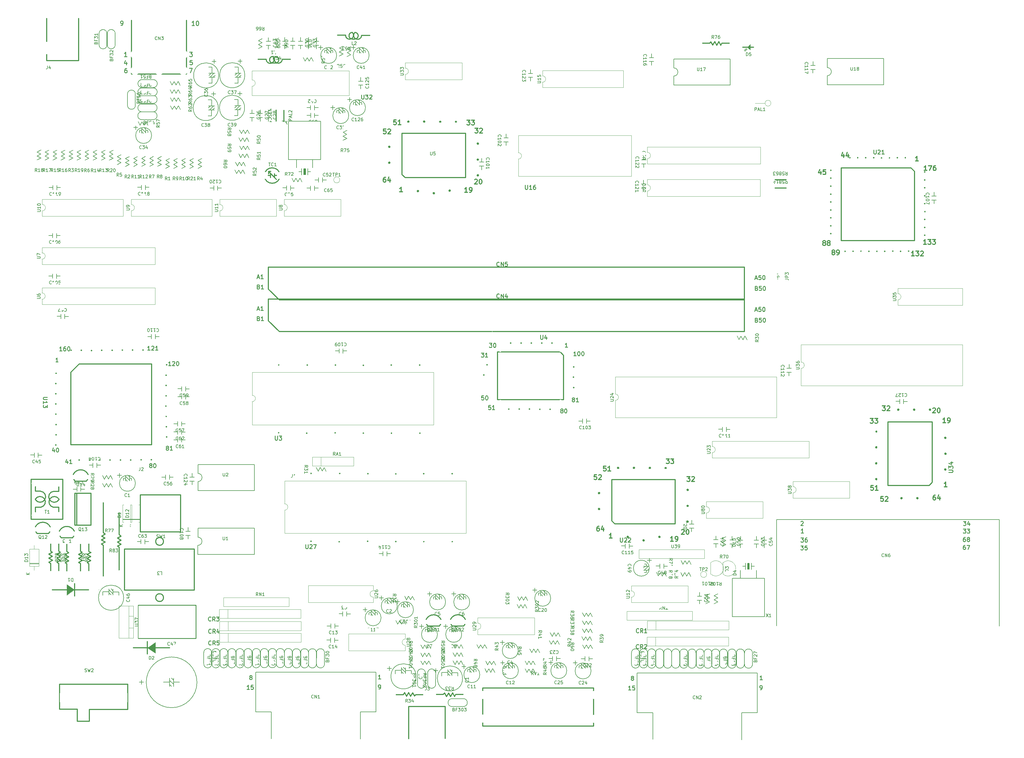
<source format=gto>
G04 #@! TF.GenerationSoftware,KiCad,Pcbnew,7.0.1-0*
G04 #@! TF.CreationDate,2023-04-06T17:24:45+01:00*
G04 #@! TF.ProjectId,NeoGeoAES3_5,4e656f47-656f-4414-9553-335f352e6b69,rev?*
G04 #@! TF.SameCoordinates,Original*
G04 #@! TF.FileFunction,Legend,Top*
G04 #@! TF.FilePolarity,Positive*
%FSLAX46Y46*%
G04 Gerber Fmt 4.6, Leading zero omitted, Abs format (unit mm)*
G04 Created by KiCad (PCBNEW 7.0.1-0) date 2023-04-06 17:24:45*
%MOMM*%
%LPD*%
G01*
G04 APERTURE LIST*
G04 Aperture macros list*
%AMFreePoly0*
4,1,40,0.655063,0.650106,0.670902,0.650106,0.683715,0.640796,0.698779,0.635902,0.708088,0.623088,0.720902,0.613779,0.725796,0.598715,0.735106,0.585902,0.735106,0.570063,0.740000,0.555000,0.740000,-0.555000,0.735106,-0.570063,0.735106,-0.585902,0.725796,-0.598715,0.720902,-0.613779,0.708088,-0.623088,0.698779,-0.635902,0.683715,-0.640796,0.670902,-0.650106,0.655063,-0.650106,
0.640000,-0.655000,0.000000,-0.655000,-0.014700,-0.650224,-0.078952,-0.650224,-0.232266,-0.612436,-0.372082,-0.539054,-0.490275,-0.434345,-0.579974,-0.304394,-0.635967,-0.156752,-0.655000,0.000000,-0.635967,0.156752,-0.579974,0.304394,-0.490275,0.434345,-0.372082,0.539054,-0.232266,0.612436,-0.078952,0.650224,-0.014700,0.650224,0.000000,0.655000,0.640000,0.655000,0.655063,0.650106,
0.655063,0.650106,$1*%
%AMFreePoly1*
4,1,28,-0.001450,1.452833,0.015923,1.446024,0.016143,1.445519,0.016652,1.445308,1.271607,0.187012,1.278894,0.169352,1.286204,0.151830,1.286164,0.151733,1.286204,0.151637,1.282613,0.143000,1.285750,0.143000,1.285750,-0.143000,-1.285750,-0.143000,-1.285750,0.143000,-1.285136,0.143000,-1.285807,0.144537,-1.285644,0.144952,-1.285817,0.145367,-1.278679,0.162720,-1.271842,0.180166,
-0.054775,1.444673,-0.054269,1.444893,-0.054058,1.445402,-0.036817,1.452516,-0.019706,1.459990,-0.019193,1.459788,-0.018684,1.459999,-0.001450,1.452833,-0.001450,1.452833,$1*%
%AMFreePoly2*
4,1,63,0.013112,1.573655,0.024260,1.571646,0.024773,1.571444,0.024729,1.571333,0.027389,1.570802,0.043499,1.564103,0.059712,1.557749,0.062046,1.556252,0.062096,1.556372,0.062605,1.556161,0.072074,1.549822,0.099178,1.532445,0.100170,1.531016,0.101618,1.530048,1.356573,0.271752,1.382535,0.232784,1.389748,0.215301,1.396953,0.198033,1.406204,0.152077,1.406164,0.151878,
1.406204,0.151683,1.405017,0.145733,1.405750,0.143000,1.405750,-0.143000,1.389673,-0.203000,1.345750,-0.246923,1.285750,-0.263000,-1.285750,-0.263000,-1.345750,-0.246923,-1.389673,-0.203000,-1.405750,-0.143000,-1.405750,0.142130,-1.405786,0.142295,-1.405750,0.142495,-1.405750,0.143000,-1.405548,0.143751,-1.405817,0.145084,-1.399566,0.176905,-1.397500,0.188407,-1.397337,0.188822,
-1.397234,0.188781,-1.396795,0.191017,-1.390040,0.207438,-1.383569,0.223951,-1.358301,0.263381,-0.141234,1.527888,-0.139807,1.528879,-0.138841,1.530324,-0.111549,1.548517,-0.102622,1.554721,-0.102116,1.554941,-0.102070,1.554835,-0.099829,1.556330,-0.083706,1.562982,-0.067739,1.569957,-0.065101,1.570533,-0.065146,1.570641,-0.064637,1.570852,-0.053610,1.573043,-0.021908,1.579970,
-0.020259,1.579672,-0.018619,1.579999,0.013112,1.573655,0.013112,1.573655,$1*%
%AMFreePoly3*
4,1,26,1.215375,-0.272783,1.219129,-0.293174,1.215134,-0.301521,1.215147,-0.310775,1.202071,-0.328822,1.192453,-0.348924,0.052453,-1.547298,0.035690,-1.556372,0.021661,-1.569283,0.009164,-1.570733,-0.001897,-1.576722,-0.020792,-1.574210,-0.039730,-1.576409,-0.050692,-1.570237,-0.063161,-1.568580,-0.076973,-1.555440,-0.093585,-1.546088,-1.193585,-0.350713,-1.202483,-0.331297,-1.215065,-0.314028,
-1.215078,-0.303813,-1.219334,-0.294528,-1.215375,-0.274860,-1.215375,0.282999,1.215375,0.282999,1.215375,-0.272783,1.215375,-0.272783,$1*%
%AMFreePoly4*
4,1,28,1.390750,-0.283000,1.386757,-0.283000,1.389168,-0.295879,1.385106,-0.304434,1.385106,-0.313902,1.372128,-0.331763,1.362658,-0.351709,0.022657,-1.768709,0.004737,-1.778479,-0.010624,-1.791922,-0.021775,-1.792934,-0.031605,-1.798294,-0.051846,-1.795665,-0.072174,-1.797511,-0.081789,-1.791776,-0.092894,-1.790334,-0.107726,-1.776307,-0.125254,-1.765854,-1.365254,-0.348854,-1.373217,-0.330265,
-1.385106,-0.313902,-1.385106,-0.302513,-1.389591,-0.292044,-1.387534,-0.283000,-1.390750,-0.283000,-1.390750,0.283000,1.390750,0.283000,1.390750,-0.283000,1.390750,-0.283000,$1*%
%AMFreePoly5*
4,1,32,-0.021729,1.813069,-0.011263,1.812192,0.004697,1.798420,0.023136,1.788199,1.363136,0.351199,1.372324,0.331494,1.385106,0.313902,1.385106,0.305890,1.388752,0.298754,1.388459,0.296892,1.389255,0.295186,1.386886,0.283000,1.390750,0.283000,1.390750,-0.283000,-1.390750,-0.283000,-1.390750,0.283000,-1.387691,0.283000,-1.389651,0.291352,-1.388925,0.293078,-1.389288,0.294917,
-1.385106,0.303949,-1.385106,0.313902,-1.373414,0.329994,-1.365710,0.348330,-0.125710,1.785330,-0.107681,1.796252,-0.092261,1.810632,-0.081833,1.811912,-0.072850,1.817355,-0.051843,1.815593,-0.030918,1.818163,-0.021729,1.813069,-0.021729,1.813069,$1*%
G04 Aperture macros list end*
%ADD10C,0.300000*%
%ADD11C,0.375000*%
%ADD12C,0.150000*%
%ADD13C,0.260000*%
%ADD14C,0.500000*%
%ADD15C,0.280000*%
%ADD16C,0.200000*%
%ADD17C,0.120000*%
%ADD18C,1.400000*%
%ADD19O,1.400000X1.400000*%
%ADD20R,1.400000X1.400000*%
%ADD21O,2.400000X2.400000*%
%ADD22C,2.400000*%
%ADD23C,1.600000*%
%ADD24O,1.600000X1.600000*%
%ADD25C,1.500000*%
%ADD26FreePoly0,180.000000*%
%ADD27FreePoly0,0.000000*%
%ADD28C,6.000000*%
%ADD29C,1.800000*%
%ADD30C,1.350000*%
%ADD31R,1.875396X2.889996*%
%ADD32C,2.000000*%
%ADD33FreePoly0,90.000000*%
%ADD34FreePoly0,270.000000*%
%ADD35C,3.600000*%
%ADD36C,1.348000*%
%ADD37FreePoly1,270.000000*%
%ADD38R,0.286000X2.571500*%
%ADD39FreePoly1,90.000000*%
%ADD40FreePoly1,0.000000*%
%ADD41R,2.571500X0.286000*%
%ADD42FreePoly1,180.000000*%
%ADD43C,3.200000*%
%ADD44R,1.800000X1.800000*%
%ADD45O,1.800000X1.800000*%
%ADD46R,0.286000X2.280000*%
%ADD47FreePoly2,0.000000*%
%ADD48R,2.280000X0.286000*%
%ADD49C,3.500000*%
%ADD50C,1.524000*%
%ADD51C,2.300000*%
%ADD52O,6.000000X6.000000*%
%ADD53R,4.820000X1.840000*%
%ADD54R,4.000000X1.800000*%
%ADD55R,1.800000X4.000000*%
%ADD56FreePoly3,270.000000*%
%ADD57R,0.565998X2.430750*%
%ADD58FreePoly3,90.000000*%
%ADD59C,1.905000*%
%ADD60O,2.000000X1.905000*%
%ADD61C,2.500000*%
%ADD62O,7.000000X7.000000*%
%ADD63FreePoly4,0.000000*%
%ADD64R,2.781500X0.566000*%
%ADD65FreePoly5,0.000000*%
%ADD66FreePoly4,90.000000*%
%ADD67R,0.566000X2.781500*%
%ADD68FreePoly4,270.000000*%
%ADD69O,2.000000X2.400000*%
%ADD70O,2.400000X2.000000*%
%ADD71R,1.700000X1.200000*%
%ADD72O,1.700000X1.200000*%
%ADD73R,1.300000X1.300000*%
%ADD74O,1.300000X1.300000*%
%ADD75C,1.320000*%
%ADD76FreePoly5,270.000000*%
%ADD77FreePoly4,180.000000*%
%ADD78R,1.800000X1.275000*%
%ADD79O,1.800000X1.275000*%
%ADD80C,2.800000*%
G04 APERTURE END LIST*
D10*
X75220000Y-220450000D02*
X93400000Y-220450000D01*
X93400000Y-230920000D01*
X75220000Y-230920000D01*
X75220000Y-220450000D01*
D11*
X84150952Y-167251809D02*
X84227142Y-167328000D01*
X84227142Y-167328000D02*
X84150952Y-167404190D01*
X84150952Y-167404190D02*
X84074761Y-167328000D01*
X84074761Y-167328000D02*
X84150952Y-167251809D01*
X84150952Y-167251809D02*
X84150952Y-167404190D01*
D12*
X138597142Y-50720119D02*
X138263809Y-50243928D01*
X138025714Y-50720119D02*
X138025714Y-49720119D01*
X138025714Y-49720119D02*
X138406666Y-49720119D01*
X138406666Y-49720119D02*
X138501904Y-49767738D01*
X138501904Y-49767738D02*
X138549523Y-49815357D01*
X138549523Y-49815357D02*
X138597142Y-49910595D01*
X138597142Y-49910595D02*
X138597142Y-50053452D01*
X138597142Y-50053452D02*
X138549523Y-50148690D01*
X138549523Y-50148690D02*
X138501904Y-50196309D01*
X138501904Y-50196309D02*
X138406666Y-50243928D01*
X138406666Y-50243928D02*
X138025714Y-50243928D01*
X139501904Y-49720119D02*
X139025714Y-49720119D01*
X139025714Y-49720119D02*
X138978095Y-50196309D01*
X138978095Y-50196309D02*
X139025714Y-50148690D01*
X139025714Y-50148690D02*
X139120952Y-50101071D01*
X139120952Y-50101071D02*
X139359047Y-50101071D01*
X139359047Y-50101071D02*
X139454285Y-50148690D01*
X139454285Y-50148690D02*
X139501904Y-50196309D01*
X139501904Y-50196309D02*
X139549523Y-50291547D01*
X139549523Y-50291547D02*
X139549523Y-50529642D01*
X139549523Y-50529642D02*
X139501904Y-50624880D01*
X139501904Y-50624880D02*
X139454285Y-50672500D01*
X139454285Y-50672500D02*
X139359047Y-50720119D01*
X139359047Y-50720119D02*
X139120952Y-50720119D01*
X139120952Y-50720119D02*
X139025714Y-50672500D01*
X139025714Y-50672500D02*
X138978095Y-50624880D01*
X140406666Y-49720119D02*
X140216190Y-49720119D01*
X140216190Y-49720119D02*
X140120952Y-49767738D01*
X140120952Y-49767738D02*
X140073333Y-49815357D01*
X140073333Y-49815357D02*
X139978095Y-49958214D01*
X139978095Y-49958214D02*
X139930476Y-50148690D01*
X139930476Y-50148690D02*
X139930476Y-50529642D01*
X139930476Y-50529642D02*
X139978095Y-50624880D01*
X139978095Y-50624880D02*
X140025714Y-50672500D01*
X140025714Y-50672500D02*
X140120952Y-50720119D01*
X140120952Y-50720119D02*
X140311428Y-50720119D01*
X140311428Y-50720119D02*
X140406666Y-50672500D01*
X140406666Y-50672500D02*
X140454285Y-50624880D01*
X140454285Y-50624880D02*
X140501904Y-50529642D01*
X140501904Y-50529642D02*
X140501904Y-50291547D01*
X140501904Y-50291547D02*
X140454285Y-50196309D01*
X140454285Y-50196309D02*
X140406666Y-50148690D01*
X140406666Y-50148690D02*
X140311428Y-50101071D01*
X140311428Y-50101071D02*
X140120952Y-50101071D01*
X140120952Y-50101071D02*
X140025714Y-50148690D01*
X140025714Y-50148690D02*
X139978095Y-50196309D01*
X139978095Y-50196309D02*
X139930476Y-50291547D01*
X134040119Y-48742857D02*
X133563928Y-49076190D01*
X134040119Y-49314285D02*
X133040119Y-49314285D01*
X133040119Y-49314285D02*
X133040119Y-48933333D01*
X133040119Y-48933333D02*
X133087738Y-48838095D01*
X133087738Y-48838095D02*
X133135357Y-48790476D01*
X133135357Y-48790476D02*
X133230595Y-48742857D01*
X133230595Y-48742857D02*
X133373452Y-48742857D01*
X133373452Y-48742857D02*
X133468690Y-48790476D01*
X133468690Y-48790476D02*
X133516309Y-48838095D01*
X133516309Y-48838095D02*
X133563928Y-48933333D01*
X133563928Y-48933333D02*
X133563928Y-49314285D01*
X133040119Y-47838095D02*
X133040119Y-48314285D01*
X133040119Y-48314285D02*
X133516309Y-48361904D01*
X133516309Y-48361904D02*
X133468690Y-48314285D01*
X133468690Y-48314285D02*
X133421071Y-48219047D01*
X133421071Y-48219047D02*
X133421071Y-47980952D01*
X133421071Y-47980952D02*
X133468690Y-47885714D01*
X133468690Y-47885714D02*
X133516309Y-47838095D01*
X133516309Y-47838095D02*
X133611547Y-47790476D01*
X133611547Y-47790476D02*
X133849642Y-47790476D01*
X133849642Y-47790476D02*
X133944880Y-47838095D01*
X133944880Y-47838095D02*
X133992500Y-47885714D01*
X133992500Y-47885714D02*
X134040119Y-47980952D01*
X134040119Y-47980952D02*
X134040119Y-48219047D01*
X134040119Y-48219047D02*
X133992500Y-48314285D01*
X133992500Y-48314285D02*
X133944880Y-48361904D01*
X133040119Y-46885714D02*
X133040119Y-47361904D01*
X133040119Y-47361904D02*
X133516309Y-47409523D01*
X133516309Y-47409523D02*
X133468690Y-47361904D01*
X133468690Y-47361904D02*
X133421071Y-47266666D01*
X133421071Y-47266666D02*
X133421071Y-47028571D01*
X133421071Y-47028571D02*
X133468690Y-46933333D01*
X133468690Y-46933333D02*
X133516309Y-46885714D01*
X133516309Y-46885714D02*
X133611547Y-46838095D01*
X133611547Y-46838095D02*
X133849642Y-46838095D01*
X133849642Y-46838095D02*
X133944880Y-46885714D01*
X133944880Y-46885714D02*
X133992500Y-46933333D01*
X133992500Y-46933333D02*
X134040119Y-47028571D01*
X134040119Y-47028571D02*
X134040119Y-47266666D01*
X134040119Y-47266666D02*
X133992500Y-47361904D01*
X133992500Y-47361904D02*
X133944880Y-47409523D01*
X201480119Y-221859047D02*
X201003928Y-222192380D01*
X201480119Y-222430475D02*
X200480119Y-222430475D01*
X200480119Y-222430475D02*
X200480119Y-222049523D01*
X200480119Y-222049523D02*
X200527738Y-221954285D01*
X200527738Y-221954285D02*
X200575357Y-221906666D01*
X200575357Y-221906666D02*
X200670595Y-221859047D01*
X200670595Y-221859047D02*
X200813452Y-221859047D01*
X200813452Y-221859047D02*
X200908690Y-221906666D01*
X200908690Y-221906666D02*
X200956309Y-221954285D01*
X200956309Y-221954285D02*
X201003928Y-222049523D01*
X201003928Y-222049523D02*
X201003928Y-222430475D01*
X200480119Y-221525713D02*
X200480119Y-220906666D01*
X200480119Y-220906666D02*
X200861071Y-221239999D01*
X200861071Y-221239999D02*
X200861071Y-221097142D01*
X200861071Y-221097142D02*
X200908690Y-221001904D01*
X200908690Y-221001904D02*
X200956309Y-220954285D01*
X200956309Y-220954285D02*
X201051547Y-220906666D01*
X201051547Y-220906666D02*
X201289642Y-220906666D01*
X201289642Y-220906666D02*
X201384880Y-220954285D01*
X201384880Y-220954285D02*
X201432500Y-221001904D01*
X201432500Y-221001904D02*
X201480119Y-221097142D01*
X201480119Y-221097142D02*
X201480119Y-221382856D01*
X201480119Y-221382856D02*
X201432500Y-221478094D01*
X201432500Y-221478094D02*
X201384880Y-221525713D01*
X200480119Y-220287618D02*
X200480119Y-220192380D01*
X200480119Y-220192380D02*
X200527738Y-220097142D01*
X200527738Y-220097142D02*
X200575357Y-220049523D01*
X200575357Y-220049523D02*
X200670595Y-220001904D01*
X200670595Y-220001904D02*
X200861071Y-219954285D01*
X200861071Y-219954285D02*
X201099166Y-219954285D01*
X201099166Y-219954285D02*
X201289642Y-220001904D01*
X201289642Y-220001904D02*
X201384880Y-220049523D01*
X201384880Y-220049523D02*
X201432500Y-220097142D01*
X201432500Y-220097142D02*
X201480119Y-220192380D01*
X201480119Y-220192380D02*
X201480119Y-220287618D01*
X201480119Y-220287618D02*
X201432500Y-220382856D01*
X201432500Y-220382856D02*
X201384880Y-220430475D01*
X201384880Y-220430475D02*
X201289642Y-220478094D01*
X201289642Y-220478094D02*
X201099166Y-220525713D01*
X201099166Y-220525713D02*
X200861071Y-220525713D01*
X200861071Y-220525713D02*
X200670595Y-220478094D01*
X200670595Y-220478094D02*
X200575357Y-220430475D01*
X200575357Y-220430475D02*
X200527738Y-220382856D01*
X200527738Y-220382856D02*
X200480119Y-220287618D01*
X200575357Y-219573332D02*
X200527738Y-219525713D01*
X200527738Y-219525713D02*
X200480119Y-219430475D01*
X200480119Y-219430475D02*
X200480119Y-219192380D01*
X200480119Y-219192380D02*
X200527738Y-219097142D01*
X200527738Y-219097142D02*
X200575357Y-219049523D01*
X200575357Y-219049523D02*
X200670595Y-219001904D01*
X200670595Y-219001904D02*
X200765833Y-219001904D01*
X200765833Y-219001904D02*
X200908690Y-219049523D01*
X200908690Y-219049523D02*
X201480119Y-219620951D01*
X201480119Y-219620951D02*
X201480119Y-219001904D01*
X63527142Y-83610119D02*
X63193809Y-83133928D01*
X62955714Y-83610119D02*
X62955714Y-82610119D01*
X62955714Y-82610119D02*
X63336666Y-82610119D01*
X63336666Y-82610119D02*
X63431904Y-82657738D01*
X63431904Y-82657738D02*
X63479523Y-82705357D01*
X63479523Y-82705357D02*
X63527142Y-82800595D01*
X63527142Y-82800595D02*
X63527142Y-82943452D01*
X63527142Y-82943452D02*
X63479523Y-83038690D01*
X63479523Y-83038690D02*
X63431904Y-83086309D01*
X63431904Y-83086309D02*
X63336666Y-83133928D01*
X63336666Y-83133928D02*
X62955714Y-83133928D01*
X64479523Y-83610119D02*
X63908095Y-83610119D01*
X64193809Y-83610119D02*
X64193809Y-82610119D01*
X64193809Y-82610119D02*
X64098571Y-82752976D01*
X64098571Y-82752976D02*
X64003333Y-82848214D01*
X64003333Y-82848214D02*
X63908095Y-82895833D01*
X64812857Y-82610119D02*
X65431904Y-82610119D01*
X65431904Y-82610119D02*
X65098571Y-82991071D01*
X65098571Y-82991071D02*
X65241428Y-82991071D01*
X65241428Y-82991071D02*
X65336666Y-83038690D01*
X65336666Y-83038690D02*
X65384285Y-83086309D01*
X65384285Y-83086309D02*
X65431904Y-83181547D01*
X65431904Y-83181547D02*
X65431904Y-83419642D01*
X65431904Y-83419642D02*
X65384285Y-83514880D01*
X65384285Y-83514880D02*
X65336666Y-83562500D01*
X65336666Y-83562500D02*
X65241428Y-83610119D01*
X65241428Y-83610119D02*
X64955714Y-83610119D01*
X64955714Y-83610119D02*
X64860476Y-83562500D01*
X64860476Y-83562500D02*
X64812857Y-83514880D01*
X89730119Y-179650952D02*
X89682500Y-179603333D01*
X89682500Y-179603333D02*
X89634880Y-179460476D01*
X89634880Y-179460476D02*
X89634880Y-179365238D01*
X89634880Y-179365238D02*
X89682500Y-179222381D01*
X89682500Y-179222381D02*
X89777738Y-179127143D01*
X89777738Y-179127143D02*
X89872976Y-179079524D01*
X89872976Y-179079524D02*
X90063452Y-179031905D01*
X90063452Y-179031905D02*
X90206309Y-179031905D01*
X90206309Y-179031905D02*
X90396785Y-179079524D01*
X90396785Y-179079524D02*
X90492023Y-179127143D01*
X90492023Y-179127143D02*
X90587261Y-179222381D01*
X90587261Y-179222381D02*
X90634880Y-179365238D01*
X90634880Y-179365238D02*
X90634880Y-179460476D01*
X90634880Y-179460476D02*
X90587261Y-179603333D01*
X90587261Y-179603333D02*
X90539642Y-179650952D01*
X89634880Y-180603333D02*
X89634880Y-180031905D01*
X89634880Y-180317619D02*
X90634880Y-180317619D01*
X90634880Y-180317619D02*
X90492023Y-180222381D01*
X90492023Y-180222381D02*
X90396785Y-180127143D01*
X90396785Y-180127143D02*
X90349166Y-180031905D01*
X90539642Y-180984286D02*
X90587261Y-181031905D01*
X90587261Y-181031905D02*
X90634880Y-181127143D01*
X90634880Y-181127143D02*
X90634880Y-181365238D01*
X90634880Y-181365238D02*
X90587261Y-181460476D01*
X90587261Y-181460476D02*
X90539642Y-181508095D01*
X90539642Y-181508095D02*
X90444404Y-181555714D01*
X90444404Y-181555714D02*
X90349166Y-181555714D01*
X90349166Y-181555714D02*
X90206309Y-181508095D01*
X90206309Y-181508095D02*
X89634880Y-180936667D01*
X89634880Y-180936667D02*
X89634880Y-181555714D01*
X90301547Y-182412857D02*
X89634880Y-182412857D01*
X90682500Y-182174762D02*
X89968214Y-181936667D01*
X89968214Y-181936667D02*
X89968214Y-182555714D01*
D13*
X233058333Y-233997595D02*
X232996429Y-234059500D01*
X232996429Y-234059500D02*
X232810714Y-234121404D01*
X232810714Y-234121404D02*
X232686905Y-234121404D01*
X232686905Y-234121404D02*
X232501191Y-234059500D01*
X232501191Y-234059500D02*
X232377381Y-233935690D01*
X232377381Y-233935690D02*
X232315476Y-233811880D01*
X232315476Y-233811880D02*
X232253572Y-233564261D01*
X232253572Y-233564261D02*
X232253572Y-233378547D01*
X232253572Y-233378547D02*
X232315476Y-233130928D01*
X232315476Y-233130928D02*
X232377381Y-233007119D01*
X232377381Y-233007119D02*
X232501191Y-232883309D01*
X232501191Y-232883309D02*
X232686905Y-232821404D01*
X232686905Y-232821404D02*
X232810714Y-232821404D01*
X232810714Y-232821404D02*
X232996429Y-232883309D01*
X232996429Y-232883309D02*
X233058333Y-232945214D01*
X234358333Y-234121404D02*
X233925000Y-233502357D01*
X233615476Y-234121404D02*
X233615476Y-232821404D01*
X233615476Y-232821404D02*
X234110714Y-232821404D01*
X234110714Y-232821404D02*
X234234524Y-232883309D01*
X234234524Y-232883309D02*
X234296429Y-232945214D01*
X234296429Y-232945214D02*
X234358333Y-233069023D01*
X234358333Y-233069023D02*
X234358333Y-233254738D01*
X234358333Y-233254738D02*
X234296429Y-233378547D01*
X234296429Y-233378547D02*
X234234524Y-233440452D01*
X234234524Y-233440452D02*
X234110714Y-233502357D01*
X234110714Y-233502357D02*
X233615476Y-233502357D01*
X234853572Y-232945214D02*
X234915476Y-232883309D01*
X234915476Y-232883309D02*
X235039286Y-232821404D01*
X235039286Y-232821404D02*
X235348810Y-232821404D01*
X235348810Y-232821404D02*
X235472619Y-232883309D01*
X235472619Y-232883309D02*
X235534524Y-232945214D01*
X235534524Y-232945214D02*
X235596429Y-233069023D01*
X235596429Y-233069023D02*
X235596429Y-233192833D01*
X235596429Y-233192833D02*
X235534524Y-233378547D01*
X235534524Y-233378547D02*
X234791667Y-234121404D01*
X234791667Y-234121404D02*
X235596429Y-234121404D01*
D12*
X155529880Y-217537142D02*
X156006071Y-217203809D01*
X155529880Y-216965714D02*
X156529880Y-216965714D01*
X156529880Y-216965714D02*
X156529880Y-217346666D01*
X156529880Y-217346666D02*
X156482261Y-217441904D01*
X156482261Y-217441904D02*
X156434642Y-217489523D01*
X156434642Y-217489523D02*
X156339404Y-217537142D01*
X156339404Y-217537142D02*
X156196547Y-217537142D01*
X156196547Y-217537142D02*
X156101309Y-217489523D01*
X156101309Y-217489523D02*
X156053690Y-217441904D01*
X156053690Y-217441904D02*
X156006071Y-217346666D01*
X156006071Y-217346666D02*
X156006071Y-216965714D01*
X156529880Y-217870476D02*
X156529880Y-218489523D01*
X156529880Y-218489523D02*
X156148928Y-218156190D01*
X156148928Y-218156190D02*
X156148928Y-218299047D01*
X156148928Y-218299047D02*
X156101309Y-218394285D01*
X156101309Y-218394285D02*
X156053690Y-218441904D01*
X156053690Y-218441904D02*
X155958452Y-218489523D01*
X155958452Y-218489523D02*
X155720357Y-218489523D01*
X155720357Y-218489523D02*
X155625119Y-218441904D01*
X155625119Y-218441904D02*
X155577500Y-218394285D01*
X155577500Y-218394285D02*
X155529880Y-218299047D01*
X155529880Y-218299047D02*
X155529880Y-218013333D01*
X155529880Y-218013333D02*
X155577500Y-217918095D01*
X155577500Y-217918095D02*
X155625119Y-217870476D01*
X156434642Y-218870476D02*
X156482261Y-218918095D01*
X156482261Y-218918095D02*
X156529880Y-219013333D01*
X156529880Y-219013333D02*
X156529880Y-219251428D01*
X156529880Y-219251428D02*
X156482261Y-219346666D01*
X156482261Y-219346666D02*
X156434642Y-219394285D01*
X156434642Y-219394285D02*
X156339404Y-219441904D01*
X156339404Y-219441904D02*
X156244166Y-219441904D01*
X156244166Y-219441904D02*
X156101309Y-219394285D01*
X156101309Y-219394285D02*
X155529880Y-218822857D01*
X155529880Y-218822857D02*
X155529880Y-219441904D01*
X195059880Y-234167142D02*
X195536071Y-233833809D01*
X195059880Y-233595714D02*
X196059880Y-233595714D01*
X196059880Y-233595714D02*
X196059880Y-233976666D01*
X196059880Y-233976666D02*
X196012261Y-234071904D01*
X196012261Y-234071904D02*
X195964642Y-234119523D01*
X195964642Y-234119523D02*
X195869404Y-234167142D01*
X195869404Y-234167142D02*
X195726547Y-234167142D01*
X195726547Y-234167142D02*
X195631309Y-234119523D01*
X195631309Y-234119523D02*
X195583690Y-234071904D01*
X195583690Y-234071904D02*
X195536071Y-233976666D01*
X195536071Y-233976666D02*
X195536071Y-233595714D01*
X195726547Y-235024285D02*
X195059880Y-235024285D01*
X196107500Y-234786190D02*
X195393214Y-234548095D01*
X195393214Y-234548095D02*
X195393214Y-235167142D01*
X196059880Y-236024285D02*
X196059880Y-235548095D01*
X196059880Y-235548095D02*
X195583690Y-235500476D01*
X195583690Y-235500476D02*
X195631309Y-235548095D01*
X195631309Y-235548095D02*
X195678928Y-235643333D01*
X195678928Y-235643333D02*
X195678928Y-235881428D01*
X195678928Y-235881428D02*
X195631309Y-235976666D01*
X195631309Y-235976666D02*
X195583690Y-236024285D01*
X195583690Y-236024285D02*
X195488452Y-236071904D01*
X195488452Y-236071904D02*
X195250357Y-236071904D01*
X195250357Y-236071904D02*
X195155119Y-236024285D01*
X195155119Y-236024285D02*
X195107500Y-235976666D01*
X195107500Y-235976666D02*
X195059880Y-235881428D01*
X195059880Y-235881428D02*
X195059880Y-235643333D01*
X195059880Y-235643333D02*
X195107500Y-235548095D01*
X195107500Y-235548095D02*
X195155119Y-235500476D01*
X234272619Y-79708094D02*
X235082142Y-79708094D01*
X235082142Y-79708094D02*
X235177380Y-79660475D01*
X235177380Y-79660475D02*
X235225000Y-79612856D01*
X235225000Y-79612856D02*
X235272619Y-79517618D01*
X235272619Y-79517618D02*
X235272619Y-79327142D01*
X235272619Y-79327142D02*
X235225000Y-79231904D01*
X235225000Y-79231904D02*
X235177380Y-79184285D01*
X235177380Y-79184285D02*
X235082142Y-79136666D01*
X235082142Y-79136666D02*
X234272619Y-79136666D01*
X235272619Y-78136666D02*
X235272619Y-78708094D01*
X235272619Y-78422380D02*
X234272619Y-78422380D01*
X234272619Y-78422380D02*
X234415476Y-78517618D01*
X234415476Y-78517618D02*
X234510714Y-78612856D01*
X234510714Y-78612856D02*
X234558333Y-78708094D01*
X235272619Y-77660475D02*
X235272619Y-77469999D01*
X235272619Y-77469999D02*
X235225000Y-77374761D01*
X235225000Y-77374761D02*
X235177380Y-77327142D01*
X235177380Y-77327142D02*
X235034523Y-77231904D01*
X235034523Y-77231904D02*
X234844047Y-77184285D01*
X234844047Y-77184285D02*
X234463095Y-77184285D01*
X234463095Y-77184285D02*
X234367857Y-77231904D01*
X234367857Y-77231904D02*
X234320238Y-77279523D01*
X234320238Y-77279523D02*
X234272619Y-77374761D01*
X234272619Y-77374761D02*
X234272619Y-77565237D01*
X234272619Y-77565237D02*
X234320238Y-77660475D01*
X234320238Y-77660475D02*
X234367857Y-77708094D01*
X234367857Y-77708094D02*
X234463095Y-77755713D01*
X234463095Y-77755713D02*
X234701190Y-77755713D01*
X234701190Y-77755713D02*
X234796428Y-77708094D01*
X234796428Y-77708094D02*
X234844047Y-77660475D01*
X234844047Y-77660475D02*
X234891666Y-77565237D01*
X234891666Y-77565237D02*
X234891666Y-77374761D01*
X234891666Y-77374761D02*
X234844047Y-77279523D01*
X234844047Y-77279523D02*
X234796428Y-77231904D01*
X234796428Y-77231904D02*
X234701190Y-77184285D01*
X269901309Y-238054523D02*
X269948928Y-237911666D01*
X269948928Y-237911666D02*
X269996547Y-237864047D01*
X269996547Y-237864047D02*
X270091785Y-237816428D01*
X270091785Y-237816428D02*
X270234642Y-237816428D01*
X270234642Y-237816428D02*
X270329880Y-237864047D01*
X270329880Y-237864047D02*
X270377500Y-237911666D01*
X270377500Y-237911666D02*
X270425119Y-238006904D01*
X270425119Y-238006904D02*
X270425119Y-238387856D01*
X270425119Y-238387856D02*
X269425119Y-238387856D01*
X269425119Y-238387856D02*
X269425119Y-238054523D01*
X269425119Y-238054523D02*
X269472738Y-237959285D01*
X269472738Y-237959285D02*
X269520357Y-237911666D01*
X269520357Y-237911666D02*
X269615595Y-237864047D01*
X269615595Y-237864047D02*
X269710833Y-237864047D01*
X269710833Y-237864047D02*
X269806071Y-237911666D01*
X269806071Y-237911666D02*
X269853690Y-237959285D01*
X269853690Y-237959285D02*
X269901309Y-238054523D01*
X269901309Y-238054523D02*
X269901309Y-238387856D01*
X269901309Y-237054523D02*
X269901309Y-237387856D01*
X270425119Y-237387856D02*
X269425119Y-237387856D01*
X269425119Y-237387856D02*
X269425119Y-236911666D01*
X269520357Y-236578332D02*
X269472738Y-236530713D01*
X269472738Y-236530713D02*
X269425119Y-236435475D01*
X269425119Y-236435475D02*
X269425119Y-236197380D01*
X269425119Y-236197380D02*
X269472738Y-236102142D01*
X269472738Y-236102142D02*
X269520357Y-236054523D01*
X269520357Y-236054523D02*
X269615595Y-236006904D01*
X269615595Y-236006904D02*
X269710833Y-236006904D01*
X269710833Y-236006904D02*
X269853690Y-236054523D01*
X269853690Y-236054523D02*
X270425119Y-236625951D01*
X270425119Y-236625951D02*
X270425119Y-236006904D01*
X269425119Y-235673570D02*
X269425119Y-235006904D01*
X269425119Y-235006904D02*
X270425119Y-235435475D01*
X270910119Y-136652857D02*
X270433928Y-136986190D01*
X270910119Y-137224285D02*
X269910119Y-137224285D01*
X269910119Y-137224285D02*
X269910119Y-136843333D01*
X269910119Y-136843333D02*
X269957738Y-136748095D01*
X269957738Y-136748095D02*
X270005357Y-136700476D01*
X270005357Y-136700476D02*
X270100595Y-136652857D01*
X270100595Y-136652857D02*
X270243452Y-136652857D01*
X270243452Y-136652857D02*
X270338690Y-136700476D01*
X270338690Y-136700476D02*
X270386309Y-136748095D01*
X270386309Y-136748095D02*
X270433928Y-136843333D01*
X270433928Y-136843333D02*
X270433928Y-137224285D01*
X269910119Y-136319523D02*
X269910119Y-135700476D01*
X269910119Y-135700476D02*
X270291071Y-136033809D01*
X270291071Y-136033809D02*
X270291071Y-135890952D01*
X270291071Y-135890952D02*
X270338690Y-135795714D01*
X270338690Y-135795714D02*
X270386309Y-135748095D01*
X270386309Y-135748095D02*
X270481547Y-135700476D01*
X270481547Y-135700476D02*
X270719642Y-135700476D01*
X270719642Y-135700476D02*
X270814880Y-135748095D01*
X270814880Y-135748095D02*
X270862500Y-135795714D01*
X270862500Y-135795714D02*
X270910119Y-135890952D01*
X270910119Y-135890952D02*
X270910119Y-136176666D01*
X270910119Y-136176666D02*
X270862500Y-136271904D01*
X270862500Y-136271904D02*
X270814880Y-136319523D01*
X269910119Y-135081428D02*
X269910119Y-134986190D01*
X269910119Y-134986190D02*
X269957738Y-134890952D01*
X269957738Y-134890952D02*
X270005357Y-134843333D01*
X270005357Y-134843333D02*
X270100595Y-134795714D01*
X270100595Y-134795714D02*
X270291071Y-134748095D01*
X270291071Y-134748095D02*
X270529166Y-134748095D01*
X270529166Y-134748095D02*
X270719642Y-134795714D01*
X270719642Y-134795714D02*
X270814880Y-134843333D01*
X270814880Y-134843333D02*
X270862500Y-134890952D01*
X270862500Y-134890952D02*
X270910119Y-134986190D01*
X270910119Y-134986190D02*
X270910119Y-135081428D01*
X270910119Y-135081428D02*
X270862500Y-135176666D01*
X270862500Y-135176666D02*
X270814880Y-135224285D01*
X270814880Y-135224285D02*
X270719642Y-135271904D01*
X270719642Y-135271904D02*
X270529166Y-135319523D01*
X270529166Y-135319523D02*
X270291071Y-135319523D01*
X270291071Y-135319523D02*
X270100595Y-135271904D01*
X270100595Y-135271904D02*
X270005357Y-135224285D01*
X270005357Y-135224285D02*
X269957738Y-135176666D01*
X269957738Y-135176666D02*
X269910119Y-135081428D01*
X141502857Y-44207380D02*
X141836190Y-44683571D01*
X142074285Y-44207380D02*
X142074285Y-45207380D01*
X142074285Y-45207380D02*
X141693333Y-45207380D01*
X141693333Y-45207380D02*
X141598095Y-45159761D01*
X141598095Y-45159761D02*
X141550476Y-45112142D01*
X141550476Y-45112142D02*
X141502857Y-45016904D01*
X141502857Y-45016904D02*
X141502857Y-44874047D01*
X141502857Y-44874047D02*
X141550476Y-44778809D01*
X141550476Y-44778809D02*
X141598095Y-44731190D01*
X141598095Y-44731190D02*
X141693333Y-44683571D01*
X141693333Y-44683571D02*
X142074285Y-44683571D01*
X140598095Y-45207380D02*
X141074285Y-45207380D01*
X141074285Y-45207380D02*
X141121904Y-44731190D01*
X141121904Y-44731190D02*
X141074285Y-44778809D01*
X141074285Y-44778809D02*
X140979047Y-44826428D01*
X140979047Y-44826428D02*
X140740952Y-44826428D01*
X140740952Y-44826428D02*
X140645714Y-44778809D01*
X140645714Y-44778809D02*
X140598095Y-44731190D01*
X140598095Y-44731190D02*
X140550476Y-44635952D01*
X140550476Y-44635952D02*
X140550476Y-44397857D01*
X140550476Y-44397857D02*
X140598095Y-44302619D01*
X140598095Y-44302619D02*
X140645714Y-44255000D01*
X140645714Y-44255000D02*
X140740952Y-44207380D01*
X140740952Y-44207380D02*
X140979047Y-44207380D01*
X140979047Y-44207380D02*
X141074285Y-44255000D01*
X141074285Y-44255000D02*
X141121904Y-44302619D01*
X140217142Y-45207380D02*
X139598095Y-45207380D01*
X139598095Y-45207380D02*
X139931428Y-44826428D01*
X139931428Y-44826428D02*
X139788571Y-44826428D01*
X139788571Y-44826428D02*
X139693333Y-44778809D01*
X139693333Y-44778809D02*
X139645714Y-44731190D01*
X139645714Y-44731190D02*
X139598095Y-44635952D01*
X139598095Y-44635952D02*
X139598095Y-44397857D01*
X139598095Y-44397857D02*
X139645714Y-44302619D01*
X139645714Y-44302619D02*
X139693333Y-44255000D01*
X139693333Y-44255000D02*
X139788571Y-44207380D01*
X139788571Y-44207380D02*
X140074285Y-44207380D01*
X140074285Y-44207380D02*
X140169523Y-44255000D01*
X140169523Y-44255000D02*
X140217142Y-44302619D01*
X54568094Y-211912380D02*
X54568094Y-212912380D01*
X54568094Y-212912380D02*
X54329999Y-212912380D01*
X54329999Y-212912380D02*
X54187142Y-212864761D01*
X54187142Y-212864761D02*
X54091904Y-212769523D01*
X54091904Y-212769523D02*
X54044285Y-212674285D01*
X54044285Y-212674285D02*
X53996666Y-212483809D01*
X53996666Y-212483809D02*
X53996666Y-212340952D01*
X53996666Y-212340952D02*
X54044285Y-212150476D01*
X54044285Y-212150476D02*
X54091904Y-212055238D01*
X54091904Y-212055238D02*
X54187142Y-211960000D01*
X54187142Y-211960000D02*
X54329999Y-211912380D01*
X54329999Y-211912380D02*
X54568094Y-211912380D01*
X53044285Y-211912380D02*
X53615713Y-211912380D01*
X53329999Y-211912380D02*
X53329999Y-212912380D01*
X53329999Y-212912380D02*
X53425237Y-212769523D01*
X53425237Y-212769523D02*
X53520475Y-212674285D01*
X53520475Y-212674285D02*
X53615713Y-212626666D01*
X50217380Y-204777142D02*
X50693571Y-204443809D01*
X50217380Y-204205714D02*
X51217380Y-204205714D01*
X51217380Y-204205714D02*
X51217380Y-204586666D01*
X51217380Y-204586666D02*
X51169761Y-204681904D01*
X51169761Y-204681904D02*
X51122142Y-204729523D01*
X51122142Y-204729523D02*
X51026904Y-204777142D01*
X51026904Y-204777142D02*
X50884047Y-204777142D01*
X50884047Y-204777142D02*
X50788809Y-204729523D01*
X50788809Y-204729523D02*
X50741190Y-204681904D01*
X50741190Y-204681904D02*
X50693571Y-204586666D01*
X50693571Y-204586666D02*
X50693571Y-204205714D01*
X51217380Y-205110476D02*
X51217380Y-205777142D01*
X51217380Y-205777142D02*
X50217380Y-205348571D01*
X50217380Y-206205714D02*
X50217380Y-206396190D01*
X50217380Y-206396190D02*
X50265000Y-206491428D01*
X50265000Y-206491428D02*
X50312619Y-206539047D01*
X50312619Y-206539047D02*
X50455476Y-206634285D01*
X50455476Y-206634285D02*
X50645952Y-206681904D01*
X50645952Y-206681904D02*
X51026904Y-206681904D01*
X51026904Y-206681904D02*
X51122142Y-206634285D01*
X51122142Y-206634285D02*
X51169761Y-206586666D01*
X51169761Y-206586666D02*
X51217380Y-206491428D01*
X51217380Y-206491428D02*
X51217380Y-206300952D01*
X51217380Y-206300952D02*
X51169761Y-206205714D01*
X51169761Y-206205714D02*
X51122142Y-206158095D01*
X51122142Y-206158095D02*
X51026904Y-206110476D01*
X51026904Y-206110476D02*
X50788809Y-206110476D01*
X50788809Y-206110476D02*
X50693571Y-206158095D01*
X50693571Y-206158095D02*
X50645952Y-206205714D01*
X50645952Y-206205714D02*
X50598333Y-206300952D01*
X50598333Y-206300952D02*
X50598333Y-206491428D01*
X50598333Y-206491428D02*
X50645952Y-206586666D01*
X50645952Y-206586666D02*
X50693571Y-206634285D01*
X50693571Y-206634285D02*
X50788809Y-206681904D01*
X160649880Y-234990952D02*
X161126071Y-234657619D01*
X160649880Y-234419524D02*
X161649880Y-234419524D01*
X161649880Y-234419524D02*
X161649880Y-234800476D01*
X161649880Y-234800476D02*
X161602261Y-234895714D01*
X161602261Y-234895714D02*
X161554642Y-234943333D01*
X161554642Y-234943333D02*
X161459404Y-234990952D01*
X161459404Y-234990952D02*
X161316547Y-234990952D01*
X161316547Y-234990952D02*
X161221309Y-234943333D01*
X161221309Y-234943333D02*
X161173690Y-234895714D01*
X161173690Y-234895714D02*
X161126071Y-234800476D01*
X161126071Y-234800476D02*
X161126071Y-234419524D01*
X161316547Y-235848095D02*
X160649880Y-235848095D01*
X161697500Y-235610000D02*
X160983214Y-235371905D01*
X160983214Y-235371905D02*
X160983214Y-235990952D01*
X161649880Y-236562381D02*
X161649880Y-236657619D01*
X161649880Y-236657619D02*
X161602261Y-236752857D01*
X161602261Y-236752857D02*
X161554642Y-236800476D01*
X161554642Y-236800476D02*
X161459404Y-236848095D01*
X161459404Y-236848095D02*
X161268928Y-236895714D01*
X161268928Y-236895714D02*
X161030833Y-236895714D01*
X161030833Y-236895714D02*
X160840357Y-236848095D01*
X160840357Y-236848095D02*
X160745119Y-236800476D01*
X160745119Y-236800476D02*
X160697500Y-236752857D01*
X160697500Y-236752857D02*
X160649880Y-236657619D01*
X160649880Y-236657619D02*
X160649880Y-236562381D01*
X160649880Y-236562381D02*
X160697500Y-236467143D01*
X160697500Y-236467143D02*
X160745119Y-236419524D01*
X160745119Y-236419524D02*
X160840357Y-236371905D01*
X160840357Y-236371905D02*
X161030833Y-236324286D01*
X161030833Y-236324286D02*
X161268928Y-236324286D01*
X161268928Y-236324286D02*
X161459404Y-236371905D01*
X161459404Y-236371905D02*
X161554642Y-236419524D01*
X161554642Y-236419524D02*
X161602261Y-236467143D01*
X161602261Y-236467143D02*
X161649880Y-236562381D01*
X161554642Y-237276667D02*
X161602261Y-237324286D01*
X161602261Y-237324286D02*
X161649880Y-237419524D01*
X161649880Y-237419524D02*
X161649880Y-237657619D01*
X161649880Y-237657619D02*
X161602261Y-237752857D01*
X161602261Y-237752857D02*
X161554642Y-237800476D01*
X161554642Y-237800476D02*
X161459404Y-237848095D01*
X161459404Y-237848095D02*
X161364166Y-237848095D01*
X161364166Y-237848095D02*
X161221309Y-237800476D01*
X161221309Y-237800476D02*
X160649880Y-237229048D01*
X160649880Y-237229048D02*
X160649880Y-237848095D01*
X52138571Y-200787857D02*
X52043333Y-200740238D01*
X52043333Y-200740238D02*
X51948095Y-200645000D01*
X51948095Y-200645000D02*
X51805238Y-200502142D01*
X51805238Y-200502142D02*
X51710000Y-200454523D01*
X51710000Y-200454523D02*
X51614762Y-200454523D01*
X51662381Y-200692619D02*
X51567143Y-200645000D01*
X51567143Y-200645000D02*
X51471905Y-200549761D01*
X51471905Y-200549761D02*
X51424286Y-200359285D01*
X51424286Y-200359285D02*
X51424286Y-200025952D01*
X51424286Y-200025952D02*
X51471905Y-199835476D01*
X51471905Y-199835476D02*
X51567143Y-199740238D01*
X51567143Y-199740238D02*
X51662381Y-199692619D01*
X51662381Y-199692619D02*
X51852857Y-199692619D01*
X51852857Y-199692619D02*
X51948095Y-199740238D01*
X51948095Y-199740238D02*
X52043333Y-199835476D01*
X52043333Y-199835476D02*
X52090952Y-200025952D01*
X52090952Y-200025952D02*
X52090952Y-200359285D01*
X52090952Y-200359285D02*
X52043333Y-200549761D01*
X52043333Y-200549761D02*
X51948095Y-200645000D01*
X51948095Y-200645000D02*
X51852857Y-200692619D01*
X51852857Y-200692619D02*
X51662381Y-200692619D01*
X53043333Y-200692619D02*
X52471905Y-200692619D01*
X52757619Y-200692619D02*
X52757619Y-199692619D01*
X52757619Y-199692619D02*
X52662381Y-199835476D01*
X52662381Y-199835476D02*
X52567143Y-199930714D01*
X52567143Y-199930714D02*
X52471905Y-199978333D01*
X53995714Y-200692619D02*
X53424286Y-200692619D01*
X53710000Y-200692619D02*
X53710000Y-199692619D01*
X53710000Y-199692619D02*
X53614762Y-199835476D01*
X53614762Y-199835476D02*
X53519524Y-199930714D01*
X53519524Y-199930714D02*
X53424286Y-199978333D01*
X75766666Y-176982619D02*
X75766666Y-177696904D01*
X75766666Y-177696904D02*
X75719047Y-177839761D01*
X75719047Y-177839761D02*
X75623809Y-177935000D01*
X75623809Y-177935000D02*
X75480952Y-177982619D01*
X75480952Y-177982619D02*
X75385714Y-177982619D01*
X76195238Y-177077857D02*
X76242857Y-177030238D01*
X76242857Y-177030238D02*
X76338095Y-176982619D01*
X76338095Y-176982619D02*
X76576190Y-176982619D01*
X76576190Y-176982619D02*
X76671428Y-177030238D01*
X76671428Y-177030238D02*
X76719047Y-177077857D01*
X76719047Y-177077857D02*
X76766666Y-177173095D01*
X76766666Y-177173095D02*
X76766666Y-177268333D01*
X76766666Y-177268333D02*
X76719047Y-177411190D01*
X76719047Y-177411190D02*
X76147619Y-177982619D01*
X76147619Y-177982619D02*
X76766666Y-177982619D01*
X160667380Y-237490952D02*
X161143571Y-237157619D01*
X160667380Y-236919524D02*
X161667380Y-236919524D01*
X161667380Y-236919524D02*
X161667380Y-237300476D01*
X161667380Y-237300476D02*
X161619761Y-237395714D01*
X161619761Y-237395714D02*
X161572142Y-237443333D01*
X161572142Y-237443333D02*
X161476904Y-237490952D01*
X161476904Y-237490952D02*
X161334047Y-237490952D01*
X161334047Y-237490952D02*
X161238809Y-237443333D01*
X161238809Y-237443333D02*
X161191190Y-237395714D01*
X161191190Y-237395714D02*
X161143571Y-237300476D01*
X161143571Y-237300476D02*
X161143571Y-236919524D01*
X161334047Y-238348095D02*
X160667380Y-238348095D01*
X161715000Y-238110000D02*
X161000714Y-237871905D01*
X161000714Y-237871905D02*
X161000714Y-238490952D01*
X161667380Y-239062381D02*
X161667380Y-239157619D01*
X161667380Y-239157619D02*
X161619761Y-239252857D01*
X161619761Y-239252857D02*
X161572142Y-239300476D01*
X161572142Y-239300476D02*
X161476904Y-239348095D01*
X161476904Y-239348095D02*
X161286428Y-239395714D01*
X161286428Y-239395714D02*
X161048333Y-239395714D01*
X161048333Y-239395714D02*
X160857857Y-239348095D01*
X160857857Y-239348095D02*
X160762619Y-239300476D01*
X160762619Y-239300476D02*
X160715000Y-239252857D01*
X160715000Y-239252857D02*
X160667380Y-239157619D01*
X160667380Y-239157619D02*
X160667380Y-239062381D01*
X160667380Y-239062381D02*
X160715000Y-238967143D01*
X160715000Y-238967143D02*
X160762619Y-238919524D01*
X160762619Y-238919524D02*
X160857857Y-238871905D01*
X160857857Y-238871905D02*
X161048333Y-238824286D01*
X161048333Y-238824286D02*
X161286428Y-238824286D01*
X161286428Y-238824286D02*
X161476904Y-238871905D01*
X161476904Y-238871905D02*
X161572142Y-238919524D01*
X161572142Y-238919524D02*
X161619761Y-238967143D01*
X161619761Y-238967143D02*
X161667380Y-239062381D01*
X160667380Y-240348095D02*
X160667380Y-239776667D01*
X160667380Y-240062381D02*
X161667380Y-240062381D01*
X161667380Y-240062381D02*
X161524523Y-239967143D01*
X161524523Y-239967143D02*
X161429285Y-239871905D01*
X161429285Y-239871905D02*
X161381666Y-239776667D01*
X71437619Y-95701904D02*
X72247142Y-95701904D01*
X72247142Y-95701904D02*
X72342380Y-95654285D01*
X72342380Y-95654285D02*
X72390000Y-95606666D01*
X72390000Y-95606666D02*
X72437619Y-95511428D01*
X72437619Y-95511428D02*
X72437619Y-95320952D01*
X72437619Y-95320952D02*
X72390000Y-95225714D01*
X72390000Y-95225714D02*
X72342380Y-95178095D01*
X72342380Y-95178095D02*
X72247142Y-95130476D01*
X72247142Y-95130476D02*
X71437619Y-95130476D01*
X72437619Y-94606666D02*
X72437619Y-94416190D01*
X72437619Y-94416190D02*
X72390000Y-94320952D01*
X72390000Y-94320952D02*
X72342380Y-94273333D01*
X72342380Y-94273333D02*
X72199523Y-94178095D01*
X72199523Y-94178095D02*
X72009047Y-94130476D01*
X72009047Y-94130476D02*
X71628095Y-94130476D01*
X71628095Y-94130476D02*
X71532857Y-94178095D01*
X71532857Y-94178095D02*
X71485238Y-94225714D01*
X71485238Y-94225714D02*
X71437619Y-94320952D01*
X71437619Y-94320952D02*
X71437619Y-94511428D01*
X71437619Y-94511428D02*
X71485238Y-94606666D01*
X71485238Y-94606666D02*
X71532857Y-94654285D01*
X71532857Y-94654285D02*
X71628095Y-94701904D01*
X71628095Y-94701904D02*
X71866190Y-94701904D01*
X71866190Y-94701904D02*
X71961428Y-94654285D01*
X71961428Y-94654285D02*
X72009047Y-94606666D01*
X72009047Y-94606666D02*
X72056666Y-94511428D01*
X72056666Y-94511428D02*
X72056666Y-94320952D01*
X72056666Y-94320952D02*
X72009047Y-94225714D01*
X72009047Y-94225714D02*
X71961428Y-94178095D01*
X71961428Y-94178095D02*
X71866190Y-94130476D01*
X56992457Y-181380919D02*
X57040076Y-181333300D01*
X57040076Y-181333300D02*
X57182933Y-181285680D01*
X57182933Y-181285680D02*
X57278171Y-181285680D01*
X57278171Y-181285680D02*
X57421028Y-181333300D01*
X57421028Y-181333300D02*
X57516266Y-181428538D01*
X57516266Y-181428538D02*
X57563885Y-181523776D01*
X57563885Y-181523776D02*
X57611504Y-181714252D01*
X57611504Y-181714252D02*
X57611504Y-181857109D01*
X57611504Y-181857109D02*
X57563885Y-182047585D01*
X57563885Y-182047585D02*
X57516266Y-182142823D01*
X57516266Y-182142823D02*
X57421028Y-182238061D01*
X57421028Y-182238061D02*
X57278171Y-182285680D01*
X57278171Y-182285680D02*
X57182933Y-182285680D01*
X57182933Y-182285680D02*
X57040076Y-182238061D01*
X57040076Y-182238061D02*
X56992457Y-182190442D01*
X56135314Y-181952347D02*
X56135314Y-181285680D01*
X56373409Y-182333300D02*
X56611504Y-181619014D01*
X56611504Y-181619014D02*
X55992457Y-181619014D01*
X55182933Y-181952347D02*
X55182933Y-181285680D01*
X55421028Y-182333300D02*
X55659123Y-181619014D01*
X55659123Y-181619014D02*
X55040076Y-181619014D01*
X55831905Y-181822619D02*
X55831905Y-182632142D01*
X55831905Y-182632142D02*
X55879524Y-182727380D01*
X55879524Y-182727380D02*
X55927143Y-182775000D01*
X55927143Y-182775000D02*
X56022381Y-182822619D01*
X56022381Y-182822619D02*
X56212857Y-182822619D01*
X56212857Y-182822619D02*
X56308095Y-182775000D01*
X56308095Y-182775000D02*
X56355714Y-182727380D01*
X56355714Y-182727380D02*
X56403333Y-182632142D01*
X56403333Y-182632142D02*
X56403333Y-181822619D01*
X57403333Y-182822619D02*
X56831905Y-182822619D01*
X57117619Y-182822619D02*
X57117619Y-181822619D01*
X57117619Y-181822619D02*
X57022381Y-181965476D01*
X57022381Y-181965476D02*
X56927143Y-182060714D01*
X56927143Y-182060714D02*
X56831905Y-182108333D01*
X58260476Y-182155952D02*
X58260476Y-182822619D01*
X58022381Y-181775000D02*
X57784286Y-182489285D01*
X57784286Y-182489285D02*
X58403333Y-182489285D01*
X154123333Y-222687380D02*
X154075714Y-222735000D01*
X154075714Y-222735000D02*
X153932857Y-222782619D01*
X153932857Y-222782619D02*
X153837619Y-222782619D01*
X153837619Y-222782619D02*
X153694762Y-222735000D01*
X153694762Y-222735000D02*
X153599524Y-222639761D01*
X153599524Y-222639761D02*
X153551905Y-222544523D01*
X153551905Y-222544523D02*
X153504286Y-222354047D01*
X153504286Y-222354047D02*
X153504286Y-222211190D01*
X153504286Y-222211190D02*
X153551905Y-222020714D01*
X153551905Y-222020714D02*
X153599524Y-221925476D01*
X153599524Y-221925476D02*
X153694762Y-221830238D01*
X153694762Y-221830238D02*
X153837619Y-221782619D01*
X153837619Y-221782619D02*
X153932857Y-221782619D01*
X153932857Y-221782619D02*
X154075714Y-221830238D01*
X154075714Y-221830238D02*
X154123333Y-221877857D01*
X154504286Y-221877857D02*
X154551905Y-221830238D01*
X154551905Y-221830238D02*
X154647143Y-221782619D01*
X154647143Y-221782619D02*
X154885238Y-221782619D01*
X154885238Y-221782619D02*
X154980476Y-221830238D01*
X154980476Y-221830238D02*
X155028095Y-221877857D01*
X155028095Y-221877857D02*
X155075714Y-221973095D01*
X155075714Y-221973095D02*
X155075714Y-222068333D01*
X155075714Y-222068333D02*
X155028095Y-222211190D01*
X155028095Y-222211190D02*
X154456667Y-222782619D01*
X154456667Y-222782619D02*
X155075714Y-222782619D01*
X78889523Y-58611190D02*
X78746666Y-58563571D01*
X78746666Y-58563571D02*
X78699047Y-58515952D01*
X78699047Y-58515952D02*
X78651428Y-58420714D01*
X78651428Y-58420714D02*
X78651428Y-58277857D01*
X78651428Y-58277857D02*
X78699047Y-58182619D01*
X78699047Y-58182619D02*
X78746666Y-58135000D01*
X78746666Y-58135000D02*
X78841904Y-58087380D01*
X78841904Y-58087380D02*
X79222856Y-58087380D01*
X79222856Y-58087380D02*
X79222856Y-59087380D01*
X79222856Y-59087380D02*
X78889523Y-59087380D01*
X78889523Y-59087380D02*
X78794285Y-59039761D01*
X78794285Y-59039761D02*
X78746666Y-58992142D01*
X78746666Y-58992142D02*
X78699047Y-58896904D01*
X78699047Y-58896904D02*
X78699047Y-58801666D01*
X78699047Y-58801666D02*
X78746666Y-58706428D01*
X78746666Y-58706428D02*
X78794285Y-58658809D01*
X78794285Y-58658809D02*
X78889523Y-58611190D01*
X78889523Y-58611190D02*
X79222856Y-58611190D01*
X77889523Y-58611190D02*
X78222856Y-58611190D01*
X78222856Y-58087380D02*
X78222856Y-59087380D01*
X78222856Y-59087380D02*
X77746666Y-59087380D01*
X76889523Y-59087380D02*
X77365713Y-59087380D01*
X77365713Y-59087380D02*
X77413332Y-58611190D01*
X77413332Y-58611190D02*
X77365713Y-58658809D01*
X77365713Y-58658809D02*
X77270475Y-58706428D01*
X77270475Y-58706428D02*
X77032380Y-58706428D01*
X77032380Y-58706428D02*
X76937142Y-58658809D01*
X76937142Y-58658809D02*
X76889523Y-58611190D01*
X76889523Y-58611190D02*
X76841904Y-58515952D01*
X76841904Y-58515952D02*
X76841904Y-58277857D01*
X76841904Y-58277857D02*
X76889523Y-58182619D01*
X76889523Y-58182619D02*
X76937142Y-58135000D01*
X76937142Y-58135000D02*
X77032380Y-58087380D01*
X77032380Y-58087380D02*
X77270475Y-58087380D01*
X77270475Y-58087380D02*
X77365713Y-58135000D01*
X77365713Y-58135000D02*
X77413332Y-58182619D01*
X76508570Y-59087380D02*
X75889523Y-59087380D01*
X75889523Y-59087380D02*
X76222856Y-58706428D01*
X76222856Y-58706428D02*
X76079999Y-58706428D01*
X76079999Y-58706428D02*
X75984761Y-58658809D01*
X75984761Y-58658809D02*
X75937142Y-58611190D01*
X75937142Y-58611190D02*
X75889523Y-58515952D01*
X75889523Y-58515952D02*
X75889523Y-58277857D01*
X75889523Y-58277857D02*
X75937142Y-58182619D01*
X75937142Y-58182619D02*
X75984761Y-58135000D01*
X75984761Y-58135000D02*
X76079999Y-58087380D01*
X76079999Y-58087380D02*
X76365713Y-58087380D01*
X76365713Y-58087380D02*
X76460951Y-58135000D01*
X76460951Y-58135000D02*
X76508570Y-58182619D01*
X282787619Y-145913094D02*
X283597142Y-145913094D01*
X283597142Y-145913094D02*
X283692380Y-145865475D01*
X283692380Y-145865475D02*
X283740000Y-145817856D01*
X283740000Y-145817856D02*
X283787619Y-145722618D01*
X283787619Y-145722618D02*
X283787619Y-145532142D01*
X283787619Y-145532142D02*
X283740000Y-145436904D01*
X283740000Y-145436904D02*
X283692380Y-145389285D01*
X283692380Y-145389285D02*
X283597142Y-145341666D01*
X283597142Y-145341666D02*
X282787619Y-145341666D01*
X282787619Y-144960713D02*
X282787619Y-144341666D01*
X282787619Y-144341666D02*
X283168571Y-144674999D01*
X283168571Y-144674999D02*
X283168571Y-144532142D01*
X283168571Y-144532142D02*
X283216190Y-144436904D01*
X283216190Y-144436904D02*
X283263809Y-144389285D01*
X283263809Y-144389285D02*
X283359047Y-144341666D01*
X283359047Y-144341666D02*
X283597142Y-144341666D01*
X283597142Y-144341666D02*
X283692380Y-144389285D01*
X283692380Y-144389285D02*
X283740000Y-144436904D01*
X283740000Y-144436904D02*
X283787619Y-144532142D01*
X283787619Y-144532142D02*
X283787619Y-144817856D01*
X283787619Y-144817856D02*
X283740000Y-144913094D01*
X283740000Y-144913094D02*
X283692380Y-144960713D01*
X282787619Y-143484523D02*
X282787619Y-143674999D01*
X282787619Y-143674999D02*
X282835238Y-143770237D01*
X282835238Y-143770237D02*
X282882857Y-143817856D01*
X282882857Y-143817856D02*
X283025714Y-143913094D01*
X283025714Y-143913094D02*
X283216190Y-143960713D01*
X283216190Y-143960713D02*
X283597142Y-143960713D01*
X283597142Y-143960713D02*
X283692380Y-143913094D01*
X283692380Y-143913094D02*
X283740000Y-143865475D01*
X283740000Y-143865475D02*
X283787619Y-143770237D01*
X283787619Y-143770237D02*
X283787619Y-143579761D01*
X283787619Y-143579761D02*
X283740000Y-143484523D01*
X283740000Y-143484523D02*
X283692380Y-143436904D01*
X283692380Y-143436904D02*
X283597142Y-143389285D01*
X283597142Y-143389285D02*
X283359047Y-143389285D01*
X283359047Y-143389285D02*
X283263809Y-143436904D01*
X283263809Y-143436904D02*
X283216190Y-143484523D01*
X283216190Y-143484523D02*
X283168571Y-143579761D01*
X283168571Y-143579761D02*
X283168571Y-143770237D01*
X283168571Y-143770237D02*
X283216190Y-143865475D01*
X283216190Y-143865475D02*
X283263809Y-143913094D01*
X283263809Y-143913094D02*
X283359047Y-143960713D01*
X76217142Y-85590119D02*
X75883809Y-85113928D01*
X75645714Y-85590119D02*
X75645714Y-84590119D01*
X75645714Y-84590119D02*
X76026666Y-84590119D01*
X76026666Y-84590119D02*
X76121904Y-84637738D01*
X76121904Y-84637738D02*
X76169523Y-84685357D01*
X76169523Y-84685357D02*
X76217142Y-84780595D01*
X76217142Y-84780595D02*
X76217142Y-84923452D01*
X76217142Y-84923452D02*
X76169523Y-85018690D01*
X76169523Y-85018690D02*
X76121904Y-85066309D01*
X76121904Y-85066309D02*
X76026666Y-85113928D01*
X76026666Y-85113928D02*
X75645714Y-85113928D01*
X77169523Y-85590119D02*
X76598095Y-85590119D01*
X76883809Y-85590119D02*
X76883809Y-84590119D01*
X76883809Y-84590119D02*
X76788571Y-84732976D01*
X76788571Y-84732976D02*
X76693333Y-84828214D01*
X76693333Y-84828214D02*
X76598095Y-84875833D01*
X77550476Y-84685357D02*
X77598095Y-84637738D01*
X77598095Y-84637738D02*
X77693333Y-84590119D01*
X77693333Y-84590119D02*
X77931428Y-84590119D01*
X77931428Y-84590119D02*
X78026666Y-84637738D01*
X78026666Y-84637738D02*
X78074285Y-84685357D01*
X78074285Y-84685357D02*
X78121904Y-84780595D01*
X78121904Y-84780595D02*
X78121904Y-84875833D01*
X78121904Y-84875833D02*
X78074285Y-85018690D01*
X78074285Y-85018690D02*
X77502857Y-85590119D01*
X77502857Y-85590119D02*
X78121904Y-85590119D01*
X211702619Y-232792857D02*
X211226428Y-233126190D01*
X211702619Y-233364285D02*
X210702619Y-233364285D01*
X210702619Y-233364285D02*
X210702619Y-232983333D01*
X210702619Y-232983333D02*
X210750238Y-232888095D01*
X210750238Y-232888095D02*
X210797857Y-232840476D01*
X210797857Y-232840476D02*
X210893095Y-232792857D01*
X210893095Y-232792857D02*
X211035952Y-232792857D01*
X211035952Y-232792857D02*
X211131190Y-232840476D01*
X211131190Y-232840476D02*
X211178809Y-232888095D01*
X211178809Y-232888095D02*
X211226428Y-232983333D01*
X211226428Y-232983333D02*
X211226428Y-233364285D01*
X211035952Y-231935714D02*
X211702619Y-231935714D01*
X210655000Y-232173809D02*
X211369285Y-232411904D01*
X211369285Y-232411904D02*
X211369285Y-231792857D01*
X210797857Y-231459523D02*
X210750238Y-231411904D01*
X210750238Y-231411904D02*
X210702619Y-231316666D01*
X210702619Y-231316666D02*
X210702619Y-231078571D01*
X210702619Y-231078571D02*
X210750238Y-230983333D01*
X210750238Y-230983333D02*
X210797857Y-230935714D01*
X210797857Y-230935714D02*
X210893095Y-230888095D01*
X210893095Y-230888095D02*
X210988333Y-230888095D01*
X210988333Y-230888095D02*
X211131190Y-230935714D01*
X211131190Y-230935714D02*
X211702619Y-231507142D01*
X211702619Y-231507142D02*
X211702619Y-230888095D01*
X60927142Y-83630119D02*
X60593809Y-83153928D01*
X60355714Y-83630119D02*
X60355714Y-82630119D01*
X60355714Y-82630119D02*
X60736666Y-82630119D01*
X60736666Y-82630119D02*
X60831904Y-82677738D01*
X60831904Y-82677738D02*
X60879523Y-82725357D01*
X60879523Y-82725357D02*
X60927142Y-82820595D01*
X60927142Y-82820595D02*
X60927142Y-82963452D01*
X60927142Y-82963452D02*
X60879523Y-83058690D01*
X60879523Y-83058690D02*
X60831904Y-83106309D01*
X60831904Y-83106309D02*
X60736666Y-83153928D01*
X60736666Y-83153928D02*
X60355714Y-83153928D01*
X61879523Y-83630119D02*
X61308095Y-83630119D01*
X61593809Y-83630119D02*
X61593809Y-82630119D01*
X61593809Y-82630119D02*
X61498571Y-82772976D01*
X61498571Y-82772976D02*
X61403333Y-82868214D01*
X61403333Y-82868214D02*
X61308095Y-82915833D01*
X62736666Y-82963452D02*
X62736666Y-83630119D01*
X62498571Y-82582500D02*
X62260476Y-83296785D01*
X62260476Y-83296785D02*
X62879523Y-83296785D01*
X191342619Y-241662857D02*
X190866428Y-241996190D01*
X191342619Y-242234285D02*
X190342619Y-242234285D01*
X190342619Y-242234285D02*
X190342619Y-241853333D01*
X190342619Y-241853333D02*
X190390238Y-241758095D01*
X190390238Y-241758095D02*
X190437857Y-241710476D01*
X190437857Y-241710476D02*
X190533095Y-241662857D01*
X190533095Y-241662857D02*
X190675952Y-241662857D01*
X190675952Y-241662857D02*
X190771190Y-241710476D01*
X190771190Y-241710476D02*
X190818809Y-241758095D01*
X190818809Y-241758095D02*
X190866428Y-241853333D01*
X190866428Y-241853333D02*
X190866428Y-242234285D01*
X190675952Y-240805714D02*
X191342619Y-240805714D01*
X190295000Y-241043809D02*
X191009285Y-241281904D01*
X191009285Y-241281904D02*
X191009285Y-240662857D01*
X191342619Y-240234285D02*
X191342619Y-240043809D01*
X191342619Y-240043809D02*
X191295000Y-239948571D01*
X191295000Y-239948571D02*
X191247380Y-239900952D01*
X191247380Y-239900952D02*
X191104523Y-239805714D01*
X191104523Y-239805714D02*
X190914047Y-239758095D01*
X190914047Y-239758095D02*
X190533095Y-239758095D01*
X190533095Y-239758095D02*
X190437857Y-239805714D01*
X190437857Y-239805714D02*
X190390238Y-239853333D01*
X190390238Y-239853333D02*
X190342619Y-239948571D01*
X190342619Y-239948571D02*
X190342619Y-240139047D01*
X190342619Y-240139047D02*
X190390238Y-240234285D01*
X190390238Y-240234285D02*
X190437857Y-240281904D01*
X190437857Y-240281904D02*
X190533095Y-240329523D01*
X190533095Y-240329523D02*
X190771190Y-240329523D01*
X190771190Y-240329523D02*
X190866428Y-240281904D01*
X190866428Y-240281904D02*
X190914047Y-240234285D01*
X190914047Y-240234285D02*
X190961666Y-240139047D01*
X190961666Y-240139047D02*
X190961666Y-239948571D01*
X190961666Y-239948571D02*
X190914047Y-239853333D01*
X190914047Y-239853333D02*
X190866428Y-239805714D01*
X190866428Y-239805714D02*
X190771190Y-239758095D01*
X66027142Y-83632619D02*
X65693809Y-83156428D01*
X65455714Y-83632619D02*
X65455714Y-82632619D01*
X65455714Y-82632619D02*
X65836666Y-82632619D01*
X65836666Y-82632619D02*
X65931904Y-82680238D01*
X65931904Y-82680238D02*
X65979523Y-82727857D01*
X65979523Y-82727857D02*
X66027142Y-82823095D01*
X66027142Y-82823095D02*
X66027142Y-82965952D01*
X66027142Y-82965952D02*
X65979523Y-83061190D01*
X65979523Y-83061190D02*
X65931904Y-83108809D01*
X65931904Y-83108809D02*
X65836666Y-83156428D01*
X65836666Y-83156428D02*
X65455714Y-83156428D01*
X66408095Y-82727857D02*
X66455714Y-82680238D01*
X66455714Y-82680238D02*
X66550952Y-82632619D01*
X66550952Y-82632619D02*
X66789047Y-82632619D01*
X66789047Y-82632619D02*
X66884285Y-82680238D01*
X66884285Y-82680238D02*
X66931904Y-82727857D01*
X66931904Y-82727857D02*
X66979523Y-82823095D01*
X66979523Y-82823095D02*
X66979523Y-82918333D01*
X66979523Y-82918333D02*
X66931904Y-83061190D01*
X66931904Y-83061190D02*
X66360476Y-83632619D01*
X66360476Y-83632619D02*
X66979523Y-83632619D01*
X67598571Y-82632619D02*
X67693809Y-82632619D01*
X67693809Y-82632619D02*
X67789047Y-82680238D01*
X67789047Y-82680238D02*
X67836666Y-82727857D01*
X67836666Y-82727857D02*
X67884285Y-82823095D01*
X67884285Y-82823095D02*
X67931904Y-83013571D01*
X67931904Y-83013571D02*
X67931904Y-83251666D01*
X67931904Y-83251666D02*
X67884285Y-83442142D01*
X67884285Y-83442142D02*
X67836666Y-83537380D01*
X67836666Y-83537380D02*
X67789047Y-83585000D01*
X67789047Y-83585000D02*
X67693809Y-83632619D01*
X67693809Y-83632619D02*
X67598571Y-83632619D01*
X67598571Y-83632619D02*
X67503333Y-83585000D01*
X67503333Y-83585000D02*
X67455714Y-83537380D01*
X67455714Y-83537380D02*
X67408095Y-83442142D01*
X67408095Y-83442142D02*
X67360476Y-83251666D01*
X67360476Y-83251666D02*
X67360476Y-83013571D01*
X67360476Y-83013571D02*
X67408095Y-82823095D01*
X67408095Y-82823095D02*
X67455714Y-82727857D01*
X67455714Y-82727857D02*
X67503333Y-82680238D01*
X67503333Y-82680238D02*
X67598571Y-82632619D01*
X148130952Y-228527380D02*
X148083333Y-228575000D01*
X148083333Y-228575000D02*
X147940476Y-228622619D01*
X147940476Y-228622619D02*
X147845238Y-228622619D01*
X147845238Y-228622619D02*
X147702381Y-228575000D01*
X147702381Y-228575000D02*
X147607143Y-228479761D01*
X147607143Y-228479761D02*
X147559524Y-228384523D01*
X147559524Y-228384523D02*
X147511905Y-228194047D01*
X147511905Y-228194047D02*
X147511905Y-228051190D01*
X147511905Y-228051190D02*
X147559524Y-227860714D01*
X147559524Y-227860714D02*
X147607143Y-227765476D01*
X147607143Y-227765476D02*
X147702381Y-227670238D01*
X147702381Y-227670238D02*
X147845238Y-227622619D01*
X147845238Y-227622619D02*
X147940476Y-227622619D01*
X147940476Y-227622619D02*
X148083333Y-227670238D01*
X148083333Y-227670238D02*
X148130952Y-227717857D01*
X149083333Y-228622619D02*
X148511905Y-228622619D01*
X148797619Y-228622619D02*
X148797619Y-227622619D01*
X148797619Y-227622619D02*
X148702381Y-227765476D01*
X148702381Y-227765476D02*
X148607143Y-227860714D01*
X148607143Y-227860714D02*
X148511905Y-227908333D01*
X150035714Y-228622619D02*
X149464286Y-228622619D01*
X149750000Y-228622619D02*
X149750000Y-227622619D01*
X149750000Y-227622619D02*
X149654762Y-227765476D01*
X149654762Y-227765476D02*
X149559524Y-227860714D01*
X149559524Y-227860714D02*
X149464286Y-227908333D01*
X150369048Y-227622619D02*
X150988095Y-227622619D01*
X150988095Y-227622619D02*
X150654762Y-228003571D01*
X150654762Y-228003571D02*
X150797619Y-228003571D01*
X150797619Y-228003571D02*
X150892857Y-228051190D01*
X150892857Y-228051190D02*
X150940476Y-228098809D01*
X150940476Y-228098809D02*
X150988095Y-228194047D01*
X150988095Y-228194047D02*
X150988095Y-228432142D01*
X150988095Y-228432142D02*
X150940476Y-228527380D01*
X150940476Y-228527380D02*
X150892857Y-228575000D01*
X150892857Y-228575000D02*
X150797619Y-228622619D01*
X150797619Y-228622619D02*
X150511905Y-228622619D01*
X150511905Y-228622619D02*
X150416667Y-228575000D01*
X150416667Y-228575000D02*
X150369048Y-228527380D01*
X211637380Y-222797142D02*
X212113571Y-222463809D01*
X211637380Y-222225714D02*
X212637380Y-222225714D01*
X212637380Y-222225714D02*
X212637380Y-222606666D01*
X212637380Y-222606666D02*
X212589761Y-222701904D01*
X212589761Y-222701904D02*
X212542142Y-222749523D01*
X212542142Y-222749523D02*
X212446904Y-222797142D01*
X212446904Y-222797142D02*
X212304047Y-222797142D01*
X212304047Y-222797142D02*
X212208809Y-222749523D01*
X212208809Y-222749523D02*
X212161190Y-222701904D01*
X212161190Y-222701904D02*
X212113571Y-222606666D01*
X212113571Y-222606666D02*
X212113571Y-222225714D01*
X212637380Y-223130476D02*
X212637380Y-223749523D01*
X212637380Y-223749523D02*
X212256428Y-223416190D01*
X212256428Y-223416190D02*
X212256428Y-223559047D01*
X212256428Y-223559047D02*
X212208809Y-223654285D01*
X212208809Y-223654285D02*
X212161190Y-223701904D01*
X212161190Y-223701904D02*
X212065952Y-223749523D01*
X212065952Y-223749523D02*
X211827857Y-223749523D01*
X211827857Y-223749523D02*
X211732619Y-223701904D01*
X211732619Y-223701904D02*
X211685000Y-223654285D01*
X211685000Y-223654285D02*
X211637380Y-223559047D01*
X211637380Y-223559047D02*
X211637380Y-223273333D01*
X211637380Y-223273333D02*
X211685000Y-223178095D01*
X211685000Y-223178095D02*
X211732619Y-223130476D01*
X212637380Y-224606666D02*
X212637380Y-224416190D01*
X212637380Y-224416190D02*
X212589761Y-224320952D01*
X212589761Y-224320952D02*
X212542142Y-224273333D01*
X212542142Y-224273333D02*
X212399285Y-224178095D01*
X212399285Y-224178095D02*
X212208809Y-224130476D01*
X212208809Y-224130476D02*
X211827857Y-224130476D01*
X211827857Y-224130476D02*
X211732619Y-224178095D01*
X211732619Y-224178095D02*
X211685000Y-224225714D01*
X211685000Y-224225714D02*
X211637380Y-224320952D01*
X211637380Y-224320952D02*
X211637380Y-224511428D01*
X211637380Y-224511428D02*
X211685000Y-224606666D01*
X211685000Y-224606666D02*
X211732619Y-224654285D01*
X211732619Y-224654285D02*
X211827857Y-224701904D01*
X211827857Y-224701904D02*
X212065952Y-224701904D01*
X212065952Y-224701904D02*
X212161190Y-224654285D01*
X212161190Y-224654285D02*
X212208809Y-224606666D01*
X212208809Y-224606666D02*
X212256428Y-224511428D01*
X212256428Y-224511428D02*
X212256428Y-224320952D01*
X212256428Y-224320952D02*
X212208809Y-224225714D01*
X212208809Y-224225714D02*
X212161190Y-224178095D01*
X212161190Y-224178095D02*
X212065952Y-224130476D01*
X280222619Y-185218094D02*
X281032142Y-185218094D01*
X281032142Y-185218094D02*
X281127380Y-185170475D01*
X281127380Y-185170475D02*
X281175000Y-185122856D01*
X281175000Y-185122856D02*
X281222619Y-185027618D01*
X281222619Y-185027618D02*
X281222619Y-184837142D01*
X281222619Y-184837142D02*
X281175000Y-184741904D01*
X281175000Y-184741904D02*
X281127380Y-184694285D01*
X281127380Y-184694285D02*
X281032142Y-184646666D01*
X281032142Y-184646666D02*
X280222619Y-184646666D01*
X280222619Y-184265713D02*
X280222619Y-183646666D01*
X280222619Y-183646666D02*
X280603571Y-183979999D01*
X280603571Y-183979999D02*
X280603571Y-183837142D01*
X280603571Y-183837142D02*
X280651190Y-183741904D01*
X280651190Y-183741904D02*
X280698809Y-183694285D01*
X280698809Y-183694285D02*
X280794047Y-183646666D01*
X280794047Y-183646666D02*
X281032142Y-183646666D01*
X281032142Y-183646666D02*
X281127380Y-183694285D01*
X281127380Y-183694285D02*
X281175000Y-183741904D01*
X281175000Y-183741904D02*
X281222619Y-183837142D01*
X281222619Y-183837142D02*
X281222619Y-184122856D01*
X281222619Y-184122856D02*
X281175000Y-184218094D01*
X281175000Y-184218094D02*
X281127380Y-184265713D01*
X280651190Y-183075237D02*
X280603571Y-183170475D01*
X280603571Y-183170475D02*
X280555952Y-183218094D01*
X280555952Y-183218094D02*
X280460714Y-183265713D01*
X280460714Y-183265713D02*
X280413095Y-183265713D01*
X280413095Y-183265713D02*
X280317857Y-183218094D01*
X280317857Y-183218094D02*
X280270238Y-183170475D01*
X280270238Y-183170475D02*
X280222619Y-183075237D01*
X280222619Y-183075237D02*
X280222619Y-182884761D01*
X280222619Y-182884761D02*
X280270238Y-182789523D01*
X280270238Y-182789523D02*
X280317857Y-182741904D01*
X280317857Y-182741904D02*
X280413095Y-182694285D01*
X280413095Y-182694285D02*
X280460714Y-182694285D01*
X280460714Y-182694285D02*
X280555952Y-182741904D01*
X280555952Y-182741904D02*
X280603571Y-182789523D01*
X280603571Y-182789523D02*
X280651190Y-182884761D01*
X280651190Y-182884761D02*
X280651190Y-183075237D01*
X280651190Y-183075237D02*
X280698809Y-183170475D01*
X280698809Y-183170475D02*
X280746428Y-183218094D01*
X280746428Y-183218094D02*
X280841666Y-183265713D01*
X280841666Y-183265713D02*
X281032142Y-183265713D01*
X281032142Y-183265713D02*
X281127380Y-183218094D01*
X281127380Y-183218094D02*
X281175000Y-183170475D01*
X281175000Y-183170475D02*
X281222619Y-183075237D01*
X281222619Y-183075237D02*
X281222619Y-182884761D01*
X281222619Y-182884761D02*
X281175000Y-182789523D01*
X281175000Y-182789523D02*
X281127380Y-182741904D01*
X281127380Y-182741904D02*
X281032142Y-182694285D01*
X281032142Y-182694285D02*
X280841666Y-182694285D01*
X280841666Y-182694285D02*
X280746428Y-182741904D01*
X280746428Y-182741904D02*
X280698809Y-182789523D01*
X280698809Y-182789523D02*
X280651190Y-182884761D01*
X102548690Y-236385476D02*
X102501071Y-236528333D01*
X102501071Y-236528333D02*
X102453452Y-236575952D01*
X102453452Y-236575952D02*
X102358214Y-236623571D01*
X102358214Y-236623571D02*
X102215357Y-236623571D01*
X102215357Y-236623571D02*
X102120119Y-236575952D01*
X102120119Y-236575952D02*
X102072500Y-236528333D01*
X102072500Y-236528333D02*
X102024880Y-236433095D01*
X102024880Y-236433095D02*
X102024880Y-236052143D01*
X102024880Y-236052143D02*
X103024880Y-236052143D01*
X103024880Y-236052143D02*
X103024880Y-236385476D01*
X103024880Y-236385476D02*
X102977261Y-236480714D01*
X102977261Y-236480714D02*
X102929642Y-236528333D01*
X102929642Y-236528333D02*
X102834404Y-236575952D01*
X102834404Y-236575952D02*
X102739166Y-236575952D01*
X102739166Y-236575952D02*
X102643928Y-236528333D01*
X102643928Y-236528333D02*
X102596309Y-236480714D01*
X102596309Y-236480714D02*
X102548690Y-236385476D01*
X102548690Y-236385476D02*
X102548690Y-236052143D01*
X102548690Y-237385476D02*
X102548690Y-237052143D01*
X102024880Y-237052143D02*
X103024880Y-237052143D01*
X103024880Y-237052143D02*
X103024880Y-237528333D01*
X102929642Y-237861667D02*
X102977261Y-237909286D01*
X102977261Y-237909286D02*
X103024880Y-238004524D01*
X103024880Y-238004524D02*
X103024880Y-238242619D01*
X103024880Y-238242619D02*
X102977261Y-238337857D01*
X102977261Y-238337857D02*
X102929642Y-238385476D01*
X102929642Y-238385476D02*
X102834404Y-238433095D01*
X102834404Y-238433095D02*
X102739166Y-238433095D01*
X102739166Y-238433095D02*
X102596309Y-238385476D01*
X102596309Y-238385476D02*
X102024880Y-237814048D01*
X102024880Y-237814048D02*
X102024880Y-238433095D01*
X103024880Y-238766429D02*
X103024880Y-239385476D01*
X103024880Y-239385476D02*
X102643928Y-239052143D01*
X102643928Y-239052143D02*
X102643928Y-239195000D01*
X102643928Y-239195000D02*
X102596309Y-239290238D01*
X102596309Y-239290238D02*
X102548690Y-239337857D01*
X102548690Y-239337857D02*
X102453452Y-239385476D01*
X102453452Y-239385476D02*
X102215357Y-239385476D01*
X102215357Y-239385476D02*
X102120119Y-239337857D01*
X102120119Y-239337857D02*
X102072500Y-239290238D01*
X102072500Y-239290238D02*
X102024880Y-239195000D01*
X102024880Y-239195000D02*
X102024880Y-238909286D01*
X102024880Y-238909286D02*
X102072500Y-238814048D01*
X102072500Y-238814048D02*
X102120119Y-238766429D01*
X134535942Y-89826180D02*
X134488323Y-89873800D01*
X134488323Y-89873800D02*
X134345466Y-89921419D01*
X134345466Y-89921419D02*
X134250228Y-89921419D01*
X134250228Y-89921419D02*
X134107371Y-89873800D01*
X134107371Y-89873800D02*
X134012133Y-89778561D01*
X134012133Y-89778561D02*
X133964514Y-89683323D01*
X133964514Y-89683323D02*
X133916895Y-89492847D01*
X133916895Y-89492847D02*
X133916895Y-89349990D01*
X133916895Y-89349990D02*
X133964514Y-89159514D01*
X133964514Y-89159514D02*
X134012133Y-89064276D01*
X134012133Y-89064276D02*
X134107371Y-88969038D01*
X134107371Y-88969038D02*
X134250228Y-88921419D01*
X134250228Y-88921419D02*
X134345466Y-88921419D01*
X134345466Y-88921419D02*
X134488323Y-88969038D01*
X134488323Y-88969038D02*
X134535942Y-89016657D01*
X135393085Y-88921419D02*
X135202609Y-88921419D01*
X135202609Y-88921419D02*
X135107371Y-88969038D01*
X135107371Y-88969038D02*
X135059752Y-89016657D01*
X135059752Y-89016657D02*
X134964514Y-89159514D01*
X134964514Y-89159514D02*
X134916895Y-89349990D01*
X134916895Y-89349990D02*
X134916895Y-89730942D01*
X134916895Y-89730942D02*
X134964514Y-89826180D01*
X134964514Y-89826180D02*
X135012133Y-89873800D01*
X135012133Y-89873800D02*
X135107371Y-89921419D01*
X135107371Y-89921419D02*
X135297847Y-89921419D01*
X135297847Y-89921419D02*
X135393085Y-89873800D01*
X135393085Y-89873800D02*
X135440704Y-89826180D01*
X135440704Y-89826180D02*
X135488323Y-89730942D01*
X135488323Y-89730942D02*
X135488323Y-89492847D01*
X135488323Y-89492847D02*
X135440704Y-89397609D01*
X135440704Y-89397609D02*
X135393085Y-89349990D01*
X135393085Y-89349990D02*
X135297847Y-89302371D01*
X135297847Y-89302371D02*
X135107371Y-89302371D01*
X135107371Y-89302371D02*
X135012133Y-89349990D01*
X135012133Y-89349990D02*
X134964514Y-89397609D01*
X134964514Y-89397609D02*
X134916895Y-89492847D01*
X136393085Y-88921419D02*
X135916895Y-88921419D01*
X135916895Y-88921419D02*
X135869276Y-89397609D01*
X135869276Y-89397609D02*
X135916895Y-89349990D01*
X135916895Y-89349990D02*
X136012133Y-89302371D01*
X136012133Y-89302371D02*
X136250228Y-89302371D01*
X136250228Y-89302371D02*
X136345466Y-89349990D01*
X136345466Y-89349990D02*
X136393085Y-89397609D01*
X136393085Y-89397609D02*
X136440704Y-89492847D01*
X136440704Y-89492847D02*
X136440704Y-89730942D01*
X136440704Y-89730942D02*
X136393085Y-89826180D01*
X136393085Y-89826180D02*
X136345466Y-89873800D01*
X136345466Y-89873800D02*
X136250228Y-89921419D01*
X136250228Y-89921419D02*
X136012133Y-89921419D01*
X136012133Y-89921419D02*
X135916895Y-89873800D01*
X135916895Y-89873800D02*
X135869276Y-89826180D01*
X204022619Y-241722857D02*
X203546428Y-242056190D01*
X204022619Y-242294285D02*
X203022619Y-242294285D01*
X203022619Y-242294285D02*
X203022619Y-241913333D01*
X203022619Y-241913333D02*
X203070238Y-241818095D01*
X203070238Y-241818095D02*
X203117857Y-241770476D01*
X203117857Y-241770476D02*
X203213095Y-241722857D01*
X203213095Y-241722857D02*
X203355952Y-241722857D01*
X203355952Y-241722857D02*
X203451190Y-241770476D01*
X203451190Y-241770476D02*
X203498809Y-241818095D01*
X203498809Y-241818095D02*
X203546428Y-241913333D01*
X203546428Y-241913333D02*
X203546428Y-242294285D01*
X203355952Y-240865714D02*
X204022619Y-240865714D01*
X202975000Y-241103809D02*
X203689285Y-241341904D01*
X203689285Y-241341904D02*
X203689285Y-240722857D01*
X203022619Y-239913333D02*
X203022619Y-240103809D01*
X203022619Y-240103809D02*
X203070238Y-240199047D01*
X203070238Y-240199047D02*
X203117857Y-240246666D01*
X203117857Y-240246666D02*
X203260714Y-240341904D01*
X203260714Y-240341904D02*
X203451190Y-240389523D01*
X203451190Y-240389523D02*
X203832142Y-240389523D01*
X203832142Y-240389523D02*
X203927380Y-240341904D01*
X203927380Y-240341904D02*
X203975000Y-240294285D01*
X203975000Y-240294285D02*
X204022619Y-240199047D01*
X204022619Y-240199047D02*
X204022619Y-240008571D01*
X204022619Y-240008571D02*
X203975000Y-239913333D01*
X203975000Y-239913333D02*
X203927380Y-239865714D01*
X203927380Y-239865714D02*
X203832142Y-239818095D01*
X203832142Y-239818095D02*
X203594047Y-239818095D01*
X203594047Y-239818095D02*
X203498809Y-239865714D01*
X203498809Y-239865714D02*
X203451190Y-239913333D01*
X203451190Y-239913333D02*
X203403571Y-240008571D01*
X203403571Y-240008571D02*
X203403571Y-240199047D01*
X203403571Y-240199047D02*
X203451190Y-240294285D01*
X203451190Y-240294285D02*
X203498809Y-240341904D01*
X203498809Y-240341904D02*
X203594047Y-240389523D01*
X224152619Y-156018094D02*
X224962142Y-156018094D01*
X224962142Y-156018094D02*
X225057380Y-155970475D01*
X225057380Y-155970475D02*
X225105000Y-155922856D01*
X225105000Y-155922856D02*
X225152619Y-155827618D01*
X225152619Y-155827618D02*
X225152619Y-155637142D01*
X225152619Y-155637142D02*
X225105000Y-155541904D01*
X225105000Y-155541904D02*
X225057380Y-155494285D01*
X225057380Y-155494285D02*
X224962142Y-155446666D01*
X224962142Y-155446666D02*
X224152619Y-155446666D01*
X224247857Y-155018094D02*
X224200238Y-154970475D01*
X224200238Y-154970475D02*
X224152619Y-154875237D01*
X224152619Y-154875237D02*
X224152619Y-154637142D01*
X224152619Y-154637142D02*
X224200238Y-154541904D01*
X224200238Y-154541904D02*
X224247857Y-154494285D01*
X224247857Y-154494285D02*
X224343095Y-154446666D01*
X224343095Y-154446666D02*
X224438333Y-154446666D01*
X224438333Y-154446666D02*
X224581190Y-154494285D01*
X224581190Y-154494285D02*
X225152619Y-155065713D01*
X225152619Y-155065713D02*
X225152619Y-154446666D01*
X224485952Y-153589523D02*
X225152619Y-153589523D01*
X224105000Y-153827618D02*
X224819285Y-154065713D01*
X224819285Y-154065713D02*
X224819285Y-153446666D01*
X175052380Y-228670357D02*
X174957142Y-228622738D01*
X174957142Y-228622738D02*
X174861904Y-228527500D01*
X174861904Y-228527500D02*
X174719047Y-228384642D01*
X174719047Y-228384642D02*
X174623809Y-228337023D01*
X174623809Y-228337023D02*
X174528571Y-228337023D01*
X174576190Y-228575119D02*
X174480952Y-228527500D01*
X174480952Y-228527500D02*
X174385714Y-228432261D01*
X174385714Y-228432261D02*
X174338095Y-228241785D01*
X174338095Y-228241785D02*
X174338095Y-227908452D01*
X174338095Y-227908452D02*
X174385714Y-227717976D01*
X174385714Y-227717976D02*
X174480952Y-227622738D01*
X174480952Y-227622738D02*
X174576190Y-227575119D01*
X174576190Y-227575119D02*
X174766666Y-227575119D01*
X174766666Y-227575119D02*
X174861904Y-227622738D01*
X174861904Y-227622738D02*
X174957142Y-227717976D01*
X174957142Y-227717976D02*
X175004761Y-227908452D01*
X175004761Y-227908452D02*
X175004761Y-228241785D01*
X175004761Y-228241785D02*
X174957142Y-228432261D01*
X174957142Y-228432261D02*
X174861904Y-228527500D01*
X174861904Y-228527500D02*
X174766666Y-228575119D01*
X174766666Y-228575119D02*
X174576190Y-228575119D01*
X175957142Y-228575119D02*
X175385714Y-228575119D01*
X175671428Y-228575119D02*
X175671428Y-227575119D01*
X175671428Y-227575119D02*
X175576190Y-227717976D01*
X175576190Y-227717976D02*
X175480952Y-227813214D01*
X175480952Y-227813214D02*
X175385714Y-227860833D01*
X176576190Y-227575119D02*
X176671428Y-227575119D01*
X176671428Y-227575119D02*
X176766666Y-227622738D01*
X176766666Y-227622738D02*
X176814285Y-227670357D01*
X176814285Y-227670357D02*
X176861904Y-227765595D01*
X176861904Y-227765595D02*
X176909523Y-227956071D01*
X176909523Y-227956071D02*
X176909523Y-228194166D01*
X176909523Y-228194166D02*
X176861904Y-228384642D01*
X176861904Y-228384642D02*
X176814285Y-228479880D01*
X176814285Y-228479880D02*
X176766666Y-228527500D01*
X176766666Y-228527500D02*
X176671428Y-228575119D01*
X176671428Y-228575119D02*
X176576190Y-228575119D01*
X176576190Y-228575119D02*
X176480952Y-228527500D01*
X176480952Y-228527500D02*
X176433333Y-228479880D01*
X176433333Y-228479880D02*
X176385714Y-228384642D01*
X176385714Y-228384642D02*
X176338095Y-228194166D01*
X176338095Y-228194166D02*
X176338095Y-227956071D01*
X176338095Y-227956071D02*
X176385714Y-227765595D01*
X176385714Y-227765595D02*
X176433333Y-227670357D01*
X176433333Y-227670357D02*
X176480952Y-227622738D01*
X176480952Y-227622738D02*
X176576190Y-227575119D01*
X177290476Y-227670357D02*
X177338095Y-227622738D01*
X177338095Y-227622738D02*
X177433333Y-227575119D01*
X177433333Y-227575119D02*
X177671428Y-227575119D01*
X177671428Y-227575119D02*
X177766666Y-227622738D01*
X177766666Y-227622738D02*
X177814285Y-227670357D01*
X177814285Y-227670357D02*
X177861904Y-227765595D01*
X177861904Y-227765595D02*
X177861904Y-227860833D01*
X177861904Y-227860833D02*
X177814285Y-228003690D01*
X177814285Y-228003690D02*
X177242857Y-228575119D01*
X177242857Y-228575119D02*
X177861904Y-228575119D01*
X43282619Y-110961904D02*
X44092142Y-110961904D01*
X44092142Y-110961904D02*
X44187380Y-110914285D01*
X44187380Y-110914285D02*
X44235000Y-110866666D01*
X44235000Y-110866666D02*
X44282619Y-110771428D01*
X44282619Y-110771428D02*
X44282619Y-110580952D01*
X44282619Y-110580952D02*
X44235000Y-110485714D01*
X44235000Y-110485714D02*
X44187380Y-110438095D01*
X44187380Y-110438095D02*
X44092142Y-110390476D01*
X44092142Y-110390476D02*
X43282619Y-110390476D01*
X43282619Y-110009523D02*
X43282619Y-109342857D01*
X43282619Y-109342857D02*
X44282619Y-109771428D01*
X201192619Y-55588094D02*
X202002142Y-55588094D01*
X202002142Y-55588094D02*
X202097380Y-55540475D01*
X202097380Y-55540475D02*
X202145000Y-55492856D01*
X202145000Y-55492856D02*
X202192619Y-55397618D01*
X202192619Y-55397618D02*
X202192619Y-55207142D01*
X202192619Y-55207142D02*
X202145000Y-55111904D01*
X202145000Y-55111904D02*
X202097380Y-55064285D01*
X202097380Y-55064285D02*
X202002142Y-55016666D01*
X202002142Y-55016666D02*
X201192619Y-55016666D01*
X202192619Y-54016666D02*
X202192619Y-54588094D01*
X202192619Y-54302380D02*
X201192619Y-54302380D01*
X201192619Y-54302380D02*
X201335476Y-54397618D01*
X201335476Y-54397618D02*
X201430714Y-54492856D01*
X201430714Y-54492856D02*
X201478333Y-54588094D01*
X201192619Y-53111904D02*
X201192619Y-53588094D01*
X201192619Y-53588094D02*
X201668809Y-53635713D01*
X201668809Y-53635713D02*
X201621190Y-53588094D01*
X201621190Y-53588094D02*
X201573571Y-53492856D01*
X201573571Y-53492856D02*
X201573571Y-53254761D01*
X201573571Y-53254761D02*
X201621190Y-53159523D01*
X201621190Y-53159523D02*
X201668809Y-53111904D01*
X201668809Y-53111904D02*
X201764047Y-53064285D01*
X201764047Y-53064285D02*
X202002142Y-53064285D01*
X202002142Y-53064285D02*
X202097380Y-53111904D01*
X202097380Y-53111904D02*
X202145000Y-53159523D01*
X202145000Y-53159523D02*
X202192619Y-53254761D01*
X202192619Y-53254761D02*
X202192619Y-53492856D01*
X202192619Y-53492856D02*
X202145000Y-53588094D01*
X202145000Y-53588094D02*
X202097380Y-53635713D01*
X61838609Y-42965523D02*
X61886228Y-42822666D01*
X61886228Y-42822666D02*
X61933847Y-42775047D01*
X61933847Y-42775047D02*
X62029085Y-42727428D01*
X62029085Y-42727428D02*
X62171942Y-42727428D01*
X62171942Y-42727428D02*
X62267180Y-42775047D01*
X62267180Y-42775047D02*
X62314800Y-42822666D01*
X62314800Y-42822666D02*
X62362419Y-42917904D01*
X62362419Y-42917904D02*
X62362419Y-43298856D01*
X62362419Y-43298856D02*
X61362419Y-43298856D01*
X61362419Y-43298856D02*
X61362419Y-42965523D01*
X61362419Y-42965523D02*
X61410038Y-42870285D01*
X61410038Y-42870285D02*
X61457657Y-42822666D01*
X61457657Y-42822666D02*
X61552895Y-42775047D01*
X61552895Y-42775047D02*
X61648133Y-42775047D01*
X61648133Y-42775047D02*
X61743371Y-42822666D01*
X61743371Y-42822666D02*
X61790990Y-42870285D01*
X61790990Y-42870285D02*
X61838609Y-42965523D01*
X61838609Y-42965523D02*
X61838609Y-43298856D01*
X61838609Y-41965523D02*
X61838609Y-42298856D01*
X62362419Y-42298856D02*
X61362419Y-42298856D01*
X61362419Y-42298856D02*
X61362419Y-41822666D01*
X61362419Y-41536951D02*
X61362419Y-40917904D01*
X61362419Y-40917904D02*
X61743371Y-41251237D01*
X61743371Y-41251237D02*
X61743371Y-41108380D01*
X61743371Y-41108380D02*
X61790990Y-41013142D01*
X61790990Y-41013142D02*
X61838609Y-40965523D01*
X61838609Y-40965523D02*
X61933847Y-40917904D01*
X61933847Y-40917904D02*
X62171942Y-40917904D01*
X62171942Y-40917904D02*
X62267180Y-40965523D01*
X62267180Y-40965523D02*
X62314800Y-41013142D01*
X62314800Y-41013142D02*
X62362419Y-41108380D01*
X62362419Y-41108380D02*
X62362419Y-41394094D01*
X62362419Y-41394094D02*
X62314800Y-41489332D01*
X62314800Y-41489332D02*
X62267180Y-41536951D01*
X62362419Y-39965523D02*
X62362419Y-40536951D01*
X62362419Y-40251237D02*
X61362419Y-40251237D01*
X61362419Y-40251237D02*
X61505276Y-40346475D01*
X61505276Y-40346475D02*
X61600514Y-40441713D01*
X61600514Y-40441713D02*
X61648133Y-40536951D01*
X58326667Y-241395000D02*
X58469524Y-241442619D01*
X58469524Y-241442619D02*
X58707619Y-241442619D01*
X58707619Y-241442619D02*
X58802857Y-241395000D01*
X58802857Y-241395000D02*
X58850476Y-241347380D01*
X58850476Y-241347380D02*
X58898095Y-241252142D01*
X58898095Y-241252142D02*
X58898095Y-241156904D01*
X58898095Y-241156904D02*
X58850476Y-241061666D01*
X58850476Y-241061666D02*
X58802857Y-241014047D01*
X58802857Y-241014047D02*
X58707619Y-240966428D01*
X58707619Y-240966428D02*
X58517143Y-240918809D01*
X58517143Y-240918809D02*
X58421905Y-240871190D01*
X58421905Y-240871190D02*
X58374286Y-240823571D01*
X58374286Y-240823571D02*
X58326667Y-240728333D01*
X58326667Y-240728333D02*
X58326667Y-240633095D01*
X58326667Y-240633095D02*
X58374286Y-240537857D01*
X58374286Y-240537857D02*
X58421905Y-240490238D01*
X58421905Y-240490238D02*
X58517143Y-240442619D01*
X58517143Y-240442619D02*
X58755238Y-240442619D01*
X58755238Y-240442619D02*
X58898095Y-240490238D01*
X59231429Y-240442619D02*
X59469524Y-241442619D01*
X59469524Y-241442619D02*
X59660000Y-240728333D01*
X59660000Y-240728333D02*
X59850476Y-241442619D01*
X59850476Y-241442619D02*
X60088572Y-240442619D01*
X60421905Y-240537857D02*
X60469524Y-240490238D01*
X60469524Y-240490238D02*
X60564762Y-240442619D01*
X60564762Y-240442619D02*
X60802857Y-240442619D01*
X60802857Y-240442619D02*
X60898095Y-240490238D01*
X60898095Y-240490238D02*
X60945714Y-240537857D01*
X60945714Y-240537857D02*
X60993333Y-240633095D01*
X60993333Y-240633095D02*
X60993333Y-240728333D01*
X60993333Y-240728333D02*
X60945714Y-240871190D01*
X60945714Y-240871190D02*
X60374286Y-241442619D01*
X60374286Y-241442619D02*
X60993333Y-241442619D01*
X276822619Y-117473333D02*
X277536904Y-117473333D01*
X277536904Y-117473333D02*
X277679761Y-117520952D01*
X277679761Y-117520952D02*
X277775000Y-117616190D01*
X277775000Y-117616190D02*
X277822619Y-117759047D01*
X277822619Y-117759047D02*
X277822619Y-117854285D01*
X277822619Y-116997142D02*
X276822619Y-116997142D01*
X276822619Y-116997142D02*
X276822619Y-116616190D01*
X276822619Y-116616190D02*
X276870238Y-116520952D01*
X276870238Y-116520952D02*
X276917857Y-116473333D01*
X276917857Y-116473333D02*
X277013095Y-116425714D01*
X277013095Y-116425714D02*
X277155952Y-116425714D01*
X277155952Y-116425714D02*
X277251190Y-116473333D01*
X277251190Y-116473333D02*
X277298809Y-116520952D01*
X277298809Y-116520952D02*
X277346428Y-116616190D01*
X277346428Y-116616190D02*
X277346428Y-116997142D01*
X277155952Y-115568571D02*
X277822619Y-115568571D01*
X276775000Y-115806666D02*
X277489285Y-116044761D01*
X277489285Y-116044761D02*
X277489285Y-115425714D01*
X112791190Y-236360476D02*
X112743571Y-236503333D01*
X112743571Y-236503333D02*
X112695952Y-236550952D01*
X112695952Y-236550952D02*
X112600714Y-236598571D01*
X112600714Y-236598571D02*
X112457857Y-236598571D01*
X112457857Y-236598571D02*
X112362619Y-236550952D01*
X112362619Y-236550952D02*
X112315000Y-236503333D01*
X112315000Y-236503333D02*
X112267380Y-236408095D01*
X112267380Y-236408095D02*
X112267380Y-236027143D01*
X112267380Y-236027143D02*
X113267380Y-236027143D01*
X113267380Y-236027143D02*
X113267380Y-236360476D01*
X113267380Y-236360476D02*
X113219761Y-236455714D01*
X113219761Y-236455714D02*
X113172142Y-236503333D01*
X113172142Y-236503333D02*
X113076904Y-236550952D01*
X113076904Y-236550952D02*
X112981666Y-236550952D01*
X112981666Y-236550952D02*
X112886428Y-236503333D01*
X112886428Y-236503333D02*
X112838809Y-236455714D01*
X112838809Y-236455714D02*
X112791190Y-236360476D01*
X112791190Y-236360476D02*
X112791190Y-236027143D01*
X112791190Y-237360476D02*
X112791190Y-237027143D01*
X112267380Y-237027143D02*
X113267380Y-237027143D01*
X113267380Y-237027143D02*
X113267380Y-237503333D01*
X112267380Y-238408095D02*
X112267380Y-237836667D01*
X112267380Y-238122381D02*
X113267380Y-238122381D01*
X113267380Y-238122381D02*
X113124523Y-238027143D01*
X113124523Y-238027143D02*
X113029285Y-237931905D01*
X113029285Y-237931905D02*
X112981666Y-237836667D01*
X112267380Y-239360476D02*
X112267380Y-238789048D01*
X112267380Y-239074762D02*
X113267380Y-239074762D01*
X113267380Y-239074762D02*
X113124523Y-238979524D01*
X113124523Y-238979524D02*
X113029285Y-238884286D01*
X113029285Y-238884286D02*
X112981666Y-238789048D01*
X264979880Y-200992857D02*
X265027500Y-201040476D01*
X265027500Y-201040476D02*
X265075119Y-201183333D01*
X265075119Y-201183333D02*
X265075119Y-201278571D01*
X265075119Y-201278571D02*
X265027500Y-201421428D01*
X265027500Y-201421428D02*
X264932261Y-201516666D01*
X264932261Y-201516666D02*
X264837023Y-201564285D01*
X264837023Y-201564285D02*
X264646547Y-201611904D01*
X264646547Y-201611904D02*
X264503690Y-201611904D01*
X264503690Y-201611904D02*
X264313214Y-201564285D01*
X264313214Y-201564285D02*
X264217976Y-201516666D01*
X264217976Y-201516666D02*
X264122738Y-201421428D01*
X264122738Y-201421428D02*
X264075119Y-201278571D01*
X264075119Y-201278571D02*
X264075119Y-201183333D01*
X264075119Y-201183333D02*
X264122738Y-201040476D01*
X264122738Y-201040476D02*
X264170357Y-200992857D01*
X264075119Y-200088095D02*
X264075119Y-200564285D01*
X264075119Y-200564285D02*
X264551309Y-200611904D01*
X264551309Y-200611904D02*
X264503690Y-200564285D01*
X264503690Y-200564285D02*
X264456071Y-200469047D01*
X264456071Y-200469047D02*
X264456071Y-200230952D01*
X264456071Y-200230952D02*
X264503690Y-200135714D01*
X264503690Y-200135714D02*
X264551309Y-200088095D01*
X264551309Y-200088095D02*
X264646547Y-200040476D01*
X264646547Y-200040476D02*
X264884642Y-200040476D01*
X264884642Y-200040476D02*
X264979880Y-200088095D01*
X264979880Y-200088095D02*
X265027500Y-200135714D01*
X265027500Y-200135714D02*
X265075119Y-200230952D01*
X265075119Y-200230952D02*
X265075119Y-200469047D01*
X265075119Y-200469047D02*
X265027500Y-200564285D01*
X265027500Y-200564285D02*
X264979880Y-200611904D01*
X264075119Y-199421428D02*
X264075119Y-199326190D01*
X264075119Y-199326190D02*
X264122738Y-199230952D01*
X264122738Y-199230952D02*
X264170357Y-199183333D01*
X264170357Y-199183333D02*
X264265595Y-199135714D01*
X264265595Y-199135714D02*
X264456071Y-199088095D01*
X264456071Y-199088095D02*
X264694166Y-199088095D01*
X264694166Y-199088095D02*
X264884642Y-199135714D01*
X264884642Y-199135714D02*
X264979880Y-199183333D01*
X264979880Y-199183333D02*
X265027500Y-199230952D01*
X265027500Y-199230952D02*
X265075119Y-199326190D01*
X265075119Y-199326190D02*
X265075119Y-199421428D01*
X265075119Y-199421428D02*
X265027500Y-199516666D01*
X265027500Y-199516666D02*
X264979880Y-199564285D01*
X264979880Y-199564285D02*
X264884642Y-199611904D01*
X264884642Y-199611904D02*
X264694166Y-199659523D01*
X264694166Y-199659523D02*
X264456071Y-199659523D01*
X264456071Y-199659523D02*
X264265595Y-199611904D01*
X264265595Y-199611904D02*
X264170357Y-199564285D01*
X264170357Y-199564285D02*
X264122738Y-199516666D01*
X264122738Y-199516666D02*
X264075119Y-199421428D01*
X174513333Y-233737380D02*
X174465714Y-233785000D01*
X174465714Y-233785000D02*
X174322857Y-233832619D01*
X174322857Y-233832619D02*
X174227619Y-233832619D01*
X174227619Y-233832619D02*
X174084762Y-233785000D01*
X174084762Y-233785000D02*
X173989524Y-233689761D01*
X173989524Y-233689761D02*
X173941905Y-233594523D01*
X173941905Y-233594523D02*
X173894286Y-233404047D01*
X173894286Y-233404047D02*
X173894286Y-233261190D01*
X173894286Y-233261190D02*
X173941905Y-233070714D01*
X173941905Y-233070714D02*
X173989524Y-232975476D01*
X173989524Y-232975476D02*
X174084762Y-232880238D01*
X174084762Y-232880238D02*
X174227619Y-232832619D01*
X174227619Y-232832619D02*
X174322857Y-232832619D01*
X174322857Y-232832619D02*
X174465714Y-232880238D01*
X174465714Y-232880238D02*
X174513333Y-232927857D01*
X175084762Y-233261190D02*
X174989524Y-233213571D01*
X174989524Y-233213571D02*
X174941905Y-233165952D01*
X174941905Y-233165952D02*
X174894286Y-233070714D01*
X174894286Y-233070714D02*
X174894286Y-233023095D01*
X174894286Y-233023095D02*
X174941905Y-232927857D01*
X174941905Y-232927857D02*
X174989524Y-232880238D01*
X174989524Y-232880238D02*
X175084762Y-232832619D01*
X175084762Y-232832619D02*
X175275238Y-232832619D01*
X175275238Y-232832619D02*
X175370476Y-232880238D01*
X175370476Y-232880238D02*
X175418095Y-232927857D01*
X175418095Y-232927857D02*
X175465714Y-233023095D01*
X175465714Y-233023095D02*
X175465714Y-233070714D01*
X175465714Y-233070714D02*
X175418095Y-233165952D01*
X175418095Y-233165952D02*
X175370476Y-233213571D01*
X175370476Y-233213571D02*
X175275238Y-233261190D01*
X175275238Y-233261190D02*
X175084762Y-233261190D01*
X175084762Y-233261190D02*
X174989524Y-233308809D01*
X174989524Y-233308809D02*
X174941905Y-233356428D01*
X174941905Y-233356428D02*
X174894286Y-233451666D01*
X174894286Y-233451666D02*
X174894286Y-233642142D01*
X174894286Y-233642142D02*
X174941905Y-233737380D01*
X174941905Y-233737380D02*
X174989524Y-233785000D01*
X174989524Y-233785000D02*
X175084762Y-233832619D01*
X175084762Y-233832619D02*
X175275238Y-233832619D01*
X175275238Y-233832619D02*
X175370476Y-233785000D01*
X175370476Y-233785000D02*
X175418095Y-233737380D01*
X175418095Y-233737380D02*
X175465714Y-233642142D01*
X175465714Y-233642142D02*
X175465714Y-233451666D01*
X175465714Y-233451666D02*
X175418095Y-233356428D01*
X175418095Y-233356428D02*
X175370476Y-233308809D01*
X175370476Y-233308809D02*
X175275238Y-233261190D01*
X245480119Y-211245057D02*
X245003928Y-211578390D01*
X245480119Y-211816485D02*
X244480119Y-211816485D01*
X244480119Y-211816485D02*
X244480119Y-211435533D01*
X244480119Y-211435533D02*
X244527738Y-211340295D01*
X244527738Y-211340295D02*
X244575357Y-211292676D01*
X244575357Y-211292676D02*
X244670595Y-211245057D01*
X244670595Y-211245057D02*
X244813452Y-211245057D01*
X244813452Y-211245057D02*
X244908690Y-211292676D01*
X244908690Y-211292676D02*
X244956309Y-211340295D01*
X244956309Y-211340295D02*
X245003928Y-211435533D01*
X245003928Y-211435533D02*
X245003928Y-211816485D01*
X244480119Y-210911723D02*
X244480119Y-210245057D01*
X244480119Y-210245057D02*
X245480119Y-210673628D01*
X244813452Y-209435533D02*
X245480119Y-209435533D01*
X244432500Y-209673628D02*
X245146785Y-209911723D01*
X245146785Y-209911723D02*
X245146785Y-209292676D01*
X310419523Y-205057380D02*
X310371904Y-205105000D01*
X310371904Y-205105000D02*
X310229047Y-205152619D01*
X310229047Y-205152619D02*
X310133809Y-205152619D01*
X310133809Y-205152619D02*
X309990952Y-205105000D01*
X309990952Y-205105000D02*
X309895714Y-205009761D01*
X309895714Y-205009761D02*
X309848095Y-204914523D01*
X309848095Y-204914523D02*
X309800476Y-204724047D01*
X309800476Y-204724047D02*
X309800476Y-204581190D01*
X309800476Y-204581190D02*
X309848095Y-204390714D01*
X309848095Y-204390714D02*
X309895714Y-204295476D01*
X309895714Y-204295476D02*
X309990952Y-204200238D01*
X309990952Y-204200238D02*
X310133809Y-204152619D01*
X310133809Y-204152619D02*
X310229047Y-204152619D01*
X310229047Y-204152619D02*
X310371904Y-204200238D01*
X310371904Y-204200238D02*
X310419523Y-204247857D01*
X310848095Y-205152619D02*
X310848095Y-204152619D01*
X310848095Y-204152619D02*
X311419523Y-205152619D01*
X311419523Y-205152619D02*
X311419523Y-204152619D01*
X312324285Y-204152619D02*
X312133809Y-204152619D01*
X312133809Y-204152619D02*
X312038571Y-204200238D01*
X312038571Y-204200238D02*
X311990952Y-204247857D01*
X311990952Y-204247857D02*
X311895714Y-204390714D01*
X311895714Y-204390714D02*
X311848095Y-204581190D01*
X311848095Y-204581190D02*
X311848095Y-204962142D01*
X311848095Y-204962142D02*
X311895714Y-205057380D01*
X311895714Y-205057380D02*
X311943333Y-205105000D01*
X311943333Y-205105000D02*
X312038571Y-205152619D01*
X312038571Y-205152619D02*
X312229047Y-205152619D01*
X312229047Y-205152619D02*
X312324285Y-205105000D01*
X312324285Y-205105000D02*
X312371904Y-205057380D01*
X312371904Y-205057380D02*
X312419523Y-204962142D01*
X312419523Y-204962142D02*
X312419523Y-204724047D01*
X312419523Y-204724047D02*
X312371904Y-204628809D01*
X312371904Y-204628809D02*
X312324285Y-204581190D01*
X312324285Y-204581190D02*
X312229047Y-204533571D01*
X312229047Y-204533571D02*
X312038571Y-204533571D01*
X312038571Y-204533571D02*
X311943333Y-204581190D01*
X311943333Y-204581190D02*
X311895714Y-204628809D01*
X311895714Y-204628809D02*
X311848095Y-204724047D01*
D13*
X335465714Y-196360904D02*
X336270476Y-196360904D01*
X336270476Y-196360904D02*
X335837142Y-196856142D01*
X335837142Y-196856142D02*
X336022857Y-196856142D01*
X336022857Y-196856142D02*
X336146666Y-196918047D01*
X336146666Y-196918047D02*
X336208571Y-196979952D01*
X336208571Y-196979952D02*
X336270476Y-197103761D01*
X336270476Y-197103761D02*
X336270476Y-197413285D01*
X336270476Y-197413285D02*
X336208571Y-197537095D01*
X336208571Y-197537095D02*
X336146666Y-197599000D01*
X336146666Y-197599000D02*
X336022857Y-197660904D01*
X336022857Y-197660904D02*
X335651428Y-197660904D01*
X335651428Y-197660904D02*
X335527619Y-197599000D01*
X335527619Y-197599000D02*
X335465714Y-197537095D01*
X336703809Y-196360904D02*
X337508571Y-196360904D01*
X337508571Y-196360904D02*
X337075237Y-196856142D01*
X337075237Y-196856142D02*
X337260952Y-196856142D01*
X337260952Y-196856142D02*
X337384761Y-196918047D01*
X337384761Y-196918047D02*
X337446666Y-196979952D01*
X337446666Y-196979952D02*
X337508571Y-197103761D01*
X337508571Y-197103761D02*
X337508571Y-197413285D01*
X337508571Y-197413285D02*
X337446666Y-197537095D01*
X337446666Y-197537095D02*
X337384761Y-197599000D01*
X337384761Y-197599000D02*
X337260952Y-197660904D01*
X337260952Y-197660904D02*
X336889523Y-197660904D01*
X336889523Y-197660904D02*
X336765714Y-197599000D01*
X336765714Y-197599000D02*
X336703809Y-197537095D01*
X284225714Y-199170904D02*
X285030476Y-199170904D01*
X285030476Y-199170904D02*
X284597142Y-199666142D01*
X284597142Y-199666142D02*
X284782857Y-199666142D01*
X284782857Y-199666142D02*
X284906666Y-199728047D01*
X284906666Y-199728047D02*
X284968571Y-199789952D01*
X284968571Y-199789952D02*
X285030476Y-199913761D01*
X285030476Y-199913761D02*
X285030476Y-200223285D01*
X285030476Y-200223285D02*
X284968571Y-200347095D01*
X284968571Y-200347095D02*
X284906666Y-200409000D01*
X284906666Y-200409000D02*
X284782857Y-200470904D01*
X284782857Y-200470904D02*
X284411428Y-200470904D01*
X284411428Y-200470904D02*
X284287619Y-200409000D01*
X284287619Y-200409000D02*
X284225714Y-200347095D01*
X286144761Y-199170904D02*
X285897142Y-199170904D01*
X285897142Y-199170904D02*
X285773333Y-199232809D01*
X285773333Y-199232809D02*
X285711428Y-199294714D01*
X285711428Y-199294714D02*
X285587618Y-199480428D01*
X285587618Y-199480428D02*
X285525714Y-199728047D01*
X285525714Y-199728047D02*
X285525714Y-200223285D01*
X285525714Y-200223285D02*
X285587618Y-200347095D01*
X285587618Y-200347095D02*
X285649523Y-200409000D01*
X285649523Y-200409000D02*
X285773333Y-200470904D01*
X285773333Y-200470904D02*
X286020952Y-200470904D01*
X286020952Y-200470904D02*
X286144761Y-200409000D01*
X286144761Y-200409000D02*
X286206666Y-200347095D01*
X286206666Y-200347095D02*
X286268571Y-200223285D01*
X286268571Y-200223285D02*
X286268571Y-199913761D01*
X286268571Y-199913761D02*
X286206666Y-199789952D01*
X286206666Y-199789952D02*
X286144761Y-199728047D01*
X286144761Y-199728047D02*
X286020952Y-199666142D01*
X286020952Y-199666142D02*
X285773333Y-199666142D01*
X285773333Y-199666142D02*
X285649523Y-199728047D01*
X285649523Y-199728047D02*
X285587618Y-199789952D01*
X285587618Y-199789952D02*
X285525714Y-199913761D01*
X336076666Y-198990904D02*
X335829047Y-198990904D01*
X335829047Y-198990904D02*
X335705238Y-199052809D01*
X335705238Y-199052809D02*
X335643333Y-199114714D01*
X335643333Y-199114714D02*
X335519523Y-199300428D01*
X335519523Y-199300428D02*
X335457619Y-199548047D01*
X335457619Y-199548047D02*
X335457619Y-200043285D01*
X335457619Y-200043285D02*
X335519523Y-200167095D01*
X335519523Y-200167095D02*
X335581428Y-200229000D01*
X335581428Y-200229000D02*
X335705238Y-200290904D01*
X335705238Y-200290904D02*
X335952857Y-200290904D01*
X335952857Y-200290904D02*
X336076666Y-200229000D01*
X336076666Y-200229000D02*
X336138571Y-200167095D01*
X336138571Y-200167095D02*
X336200476Y-200043285D01*
X336200476Y-200043285D02*
X336200476Y-199733761D01*
X336200476Y-199733761D02*
X336138571Y-199609952D01*
X336138571Y-199609952D02*
X336076666Y-199548047D01*
X336076666Y-199548047D02*
X335952857Y-199486142D01*
X335952857Y-199486142D02*
X335705238Y-199486142D01*
X335705238Y-199486142D02*
X335581428Y-199548047D01*
X335581428Y-199548047D02*
X335519523Y-199609952D01*
X335519523Y-199609952D02*
X335457619Y-199733761D01*
X336943333Y-199548047D02*
X336819523Y-199486142D01*
X336819523Y-199486142D02*
X336757618Y-199424238D01*
X336757618Y-199424238D02*
X336695714Y-199300428D01*
X336695714Y-199300428D02*
X336695714Y-199238523D01*
X336695714Y-199238523D02*
X336757618Y-199114714D01*
X336757618Y-199114714D02*
X336819523Y-199052809D01*
X336819523Y-199052809D02*
X336943333Y-198990904D01*
X336943333Y-198990904D02*
X337190952Y-198990904D01*
X337190952Y-198990904D02*
X337314761Y-199052809D01*
X337314761Y-199052809D02*
X337376666Y-199114714D01*
X337376666Y-199114714D02*
X337438571Y-199238523D01*
X337438571Y-199238523D02*
X337438571Y-199300428D01*
X337438571Y-199300428D02*
X337376666Y-199424238D01*
X337376666Y-199424238D02*
X337314761Y-199486142D01*
X337314761Y-199486142D02*
X337190952Y-199548047D01*
X337190952Y-199548047D02*
X336943333Y-199548047D01*
X336943333Y-199548047D02*
X336819523Y-199609952D01*
X336819523Y-199609952D02*
X336757618Y-199671857D01*
X336757618Y-199671857D02*
X336695714Y-199795666D01*
X336695714Y-199795666D02*
X336695714Y-200043285D01*
X336695714Y-200043285D02*
X336757618Y-200167095D01*
X336757618Y-200167095D02*
X336819523Y-200229000D01*
X336819523Y-200229000D02*
X336943333Y-200290904D01*
X336943333Y-200290904D02*
X337190952Y-200290904D01*
X337190952Y-200290904D02*
X337314761Y-200229000D01*
X337314761Y-200229000D02*
X337376666Y-200167095D01*
X337376666Y-200167095D02*
X337438571Y-200043285D01*
X337438571Y-200043285D02*
X337438571Y-199795666D01*
X337438571Y-199795666D02*
X337376666Y-199671857D01*
X337376666Y-199671857D02*
X337314761Y-199609952D01*
X337314761Y-199609952D02*
X337190952Y-199548047D01*
X284237619Y-194034714D02*
X284299523Y-193972809D01*
X284299523Y-193972809D02*
X284423333Y-193910904D01*
X284423333Y-193910904D02*
X284732857Y-193910904D01*
X284732857Y-193910904D02*
X284856666Y-193972809D01*
X284856666Y-193972809D02*
X284918571Y-194034714D01*
X284918571Y-194034714D02*
X284980476Y-194158523D01*
X284980476Y-194158523D02*
X284980476Y-194282333D01*
X284980476Y-194282333D02*
X284918571Y-194468047D01*
X284918571Y-194468047D02*
X284175714Y-195210904D01*
X284175714Y-195210904D02*
X284980476Y-195210904D01*
X335495714Y-193950904D02*
X336300476Y-193950904D01*
X336300476Y-193950904D02*
X335867142Y-194446142D01*
X335867142Y-194446142D02*
X336052857Y-194446142D01*
X336052857Y-194446142D02*
X336176666Y-194508047D01*
X336176666Y-194508047D02*
X336238571Y-194569952D01*
X336238571Y-194569952D02*
X336300476Y-194693761D01*
X336300476Y-194693761D02*
X336300476Y-195003285D01*
X336300476Y-195003285D02*
X336238571Y-195127095D01*
X336238571Y-195127095D02*
X336176666Y-195189000D01*
X336176666Y-195189000D02*
X336052857Y-195250904D01*
X336052857Y-195250904D02*
X335681428Y-195250904D01*
X335681428Y-195250904D02*
X335557619Y-195189000D01*
X335557619Y-195189000D02*
X335495714Y-195127095D01*
X337414761Y-194384238D02*
X337414761Y-195250904D01*
X337105237Y-193889000D02*
X336795714Y-194817571D01*
X336795714Y-194817571D02*
X337600475Y-194817571D01*
X285050476Y-197580904D02*
X284307619Y-197580904D01*
X284679047Y-197580904D02*
X284679047Y-196280904D01*
X284679047Y-196280904D02*
X284555238Y-196466619D01*
X284555238Y-196466619D02*
X284431428Y-196590428D01*
X284431428Y-196590428D02*
X284307619Y-196652333D01*
X284175714Y-201650904D02*
X284980476Y-201650904D01*
X284980476Y-201650904D02*
X284547142Y-202146142D01*
X284547142Y-202146142D02*
X284732857Y-202146142D01*
X284732857Y-202146142D02*
X284856666Y-202208047D01*
X284856666Y-202208047D02*
X284918571Y-202269952D01*
X284918571Y-202269952D02*
X284980476Y-202393761D01*
X284980476Y-202393761D02*
X284980476Y-202703285D01*
X284980476Y-202703285D02*
X284918571Y-202827095D01*
X284918571Y-202827095D02*
X284856666Y-202889000D01*
X284856666Y-202889000D02*
X284732857Y-202950904D01*
X284732857Y-202950904D02*
X284361428Y-202950904D01*
X284361428Y-202950904D02*
X284237619Y-202889000D01*
X284237619Y-202889000D02*
X284175714Y-202827095D01*
X286156666Y-201650904D02*
X285537618Y-201650904D01*
X285537618Y-201650904D02*
X285475714Y-202269952D01*
X285475714Y-202269952D02*
X285537618Y-202208047D01*
X285537618Y-202208047D02*
X285661428Y-202146142D01*
X285661428Y-202146142D02*
X285970952Y-202146142D01*
X285970952Y-202146142D02*
X286094761Y-202208047D01*
X286094761Y-202208047D02*
X286156666Y-202269952D01*
X286156666Y-202269952D02*
X286218571Y-202393761D01*
X286218571Y-202393761D02*
X286218571Y-202703285D01*
X286218571Y-202703285D02*
X286156666Y-202827095D01*
X286156666Y-202827095D02*
X286094761Y-202889000D01*
X286094761Y-202889000D02*
X285970952Y-202950904D01*
X285970952Y-202950904D02*
X285661428Y-202950904D01*
X285661428Y-202950904D02*
X285537618Y-202889000D01*
X285537618Y-202889000D02*
X285475714Y-202827095D01*
X336056666Y-201500904D02*
X335809047Y-201500904D01*
X335809047Y-201500904D02*
X335685238Y-201562809D01*
X335685238Y-201562809D02*
X335623333Y-201624714D01*
X335623333Y-201624714D02*
X335499523Y-201810428D01*
X335499523Y-201810428D02*
X335437619Y-202058047D01*
X335437619Y-202058047D02*
X335437619Y-202553285D01*
X335437619Y-202553285D02*
X335499523Y-202677095D01*
X335499523Y-202677095D02*
X335561428Y-202739000D01*
X335561428Y-202739000D02*
X335685238Y-202800904D01*
X335685238Y-202800904D02*
X335932857Y-202800904D01*
X335932857Y-202800904D02*
X336056666Y-202739000D01*
X336056666Y-202739000D02*
X336118571Y-202677095D01*
X336118571Y-202677095D02*
X336180476Y-202553285D01*
X336180476Y-202553285D02*
X336180476Y-202243761D01*
X336180476Y-202243761D02*
X336118571Y-202119952D01*
X336118571Y-202119952D02*
X336056666Y-202058047D01*
X336056666Y-202058047D02*
X335932857Y-201996142D01*
X335932857Y-201996142D02*
X335685238Y-201996142D01*
X335685238Y-201996142D02*
X335561428Y-202058047D01*
X335561428Y-202058047D02*
X335499523Y-202119952D01*
X335499523Y-202119952D02*
X335437619Y-202243761D01*
X336613809Y-201500904D02*
X337480475Y-201500904D01*
X337480475Y-201500904D02*
X336923333Y-202800904D01*
D12*
X229212619Y-218158094D02*
X230022142Y-218158094D01*
X230022142Y-218158094D02*
X230117380Y-218110475D01*
X230117380Y-218110475D02*
X230165000Y-218062856D01*
X230165000Y-218062856D02*
X230212619Y-217967618D01*
X230212619Y-217967618D02*
X230212619Y-217777142D01*
X230212619Y-217777142D02*
X230165000Y-217681904D01*
X230165000Y-217681904D02*
X230117380Y-217634285D01*
X230117380Y-217634285D02*
X230022142Y-217586666D01*
X230022142Y-217586666D02*
X229212619Y-217586666D01*
X230212619Y-216586666D02*
X230212619Y-217158094D01*
X230212619Y-216872380D02*
X229212619Y-216872380D01*
X229212619Y-216872380D02*
X229355476Y-216967618D01*
X229355476Y-216967618D02*
X229450714Y-217062856D01*
X229450714Y-217062856D02*
X229498333Y-217158094D01*
X229307857Y-216205713D02*
X229260238Y-216158094D01*
X229260238Y-216158094D02*
X229212619Y-216062856D01*
X229212619Y-216062856D02*
X229212619Y-215824761D01*
X229212619Y-215824761D02*
X229260238Y-215729523D01*
X229260238Y-215729523D02*
X229307857Y-215681904D01*
X229307857Y-215681904D02*
X229403095Y-215634285D01*
X229403095Y-215634285D02*
X229498333Y-215634285D01*
X229498333Y-215634285D02*
X229641190Y-215681904D01*
X229641190Y-215681904D02*
X230212619Y-216253332D01*
X230212619Y-216253332D02*
X230212619Y-215634285D01*
X234692619Y-47180952D02*
X234645000Y-47133333D01*
X234645000Y-47133333D02*
X234597380Y-46990476D01*
X234597380Y-46990476D02*
X234597380Y-46895238D01*
X234597380Y-46895238D02*
X234645000Y-46752381D01*
X234645000Y-46752381D02*
X234740238Y-46657143D01*
X234740238Y-46657143D02*
X234835476Y-46609524D01*
X234835476Y-46609524D02*
X235025952Y-46561905D01*
X235025952Y-46561905D02*
X235168809Y-46561905D01*
X235168809Y-46561905D02*
X235359285Y-46609524D01*
X235359285Y-46609524D02*
X235454523Y-46657143D01*
X235454523Y-46657143D02*
X235549761Y-46752381D01*
X235549761Y-46752381D02*
X235597380Y-46895238D01*
X235597380Y-46895238D02*
X235597380Y-46990476D01*
X235597380Y-46990476D02*
X235549761Y-47133333D01*
X235549761Y-47133333D02*
X235502142Y-47180952D01*
X234597380Y-48133333D02*
X234597380Y-47561905D01*
X234597380Y-47847619D02*
X235597380Y-47847619D01*
X235597380Y-47847619D02*
X235454523Y-47752381D01*
X235454523Y-47752381D02*
X235359285Y-47657143D01*
X235359285Y-47657143D02*
X235311666Y-47561905D01*
X234597380Y-49085714D02*
X234597380Y-48514286D01*
X234597380Y-48800000D02*
X235597380Y-48800000D01*
X235597380Y-48800000D02*
X235454523Y-48704762D01*
X235454523Y-48704762D02*
X235359285Y-48609524D01*
X235359285Y-48609524D02*
X235311666Y-48514286D01*
X235597380Y-49942857D02*
X235597380Y-49752381D01*
X235597380Y-49752381D02*
X235549761Y-49657143D01*
X235549761Y-49657143D02*
X235502142Y-49609524D01*
X235502142Y-49609524D02*
X235359285Y-49514286D01*
X235359285Y-49514286D02*
X235168809Y-49466667D01*
X235168809Y-49466667D02*
X234787857Y-49466667D01*
X234787857Y-49466667D02*
X234692619Y-49514286D01*
X234692619Y-49514286D02*
X234645000Y-49561905D01*
X234645000Y-49561905D02*
X234597380Y-49657143D01*
X234597380Y-49657143D02*
X234597380Y-49847619D01*
X234597380Y-49847619D02*
X234645000Y-49942857D01*
X234645000Y-49942857D02*
X234692619Y-49990476D01*
X234692619Y-49990476D02*
X234787857Y-50038095D01*
X234787857Y-50038095D02*
X235025952Y-50038095D01*
X235025952Y-50038095D02*
X235121190Y-49990476D01*
X235121190Y-49990476D02*
X235168809Y-49942857D01*
X235168809Y-49942857D02*
X235216428Y-49847619D01*
X235216428Y-49847619D02*
X235216428Y-49657143D01*
X235216428Y-49657143D02*
X235168809Y-49561905D01*
X235168809Y-49561905D02*
X235121190Y-49514286D01*
X235121190Y-49514286D02*
X235025952Y-49466667D01*
X88987142Y-157059880D02*
X88939523Y-157107500D01*
X88939523Y-157107500D02*
X88796666Y-157155119D01*
X88796666Y-157155119D02*
X88701428Y-157155119D01*
X88701428Y-157155119D02*
X88558571Y-157107500D01*
X88558571Y-157107500D02*
X88463333Y-157012261D01*
X88463333Y-157012261D02*
X88415714Y-156917023D01*
X88415714Y-156917023D02*
X88368095Y-156726547D01*
X88368095Y-156726547D02*
X88368095Y-156583690D01*
X88368095Y-156583690D02*
X88415714Y-156393214D01*
X88415714Y-156393214D02*
X88463333Y-156297976D01*
X88463333Y-156297976D02*
X88558571Y-156202738D01*
X88558571Y-156202738D02*
X88701428Y-156155119D01*
X88701428Y-156155119D02*
X88796666Y-156155119D01*
X88796666Y-156155119D02*
X88939523Y-156202738D01*
X88939523Y-156202738D02*
X88987142Y-156250357D01*
X89891904Y-156155119D02*
X89415714Y-156155119D01*
X89415714Y-156155119D02*
X89368095Y-156631309D01*
X89368095Y-156631309D02*
X89415714Y-156583690D01*
X89415714Y-156583690D02*
X89510952Y-156536071D01*
X89510952Y-156536071D02*
X89749047Y-156536071D01*
X89749047Y-156536071D02*
X89844285Y-156583690D01*
X89844285Y-156583690D02*
X89891904Y-156631309D01*
X89891904Y-156631309D02*
X89939523Y-156726547D01*
X89939523Y-156726547D02*
X89939523Y-156964642D01*
X89939523Y-156964642D02*
X89891904Y-157059880D01*
X89891904Y-157059880D02*
X89844285Y-157107500D01*
X89844285Y-157107500D02*
X89749047Y-157155119D01*
X89749047Y-157155119D02*
X89510952Y-157155119D01*
X89510952Y-157155119D02*
X89415714Y-157107500D01*
X89415714Y-157107500D02*
X89368095Y-157059880D01*
X90510952Y-156583690D02*
X90415714Y-156536071D01*
X90415714Y-156536071D02*
X90368095Y-156488452D01*
X90368095Y-156488452D02*
X90320476Y-156393214D01*
X90320476Y-156393214D02*
X90320476Y-156345595D01*
X90320476Y-156345595D02*
X90368095Y-156250357D01*
X90368095Y-156250357D02*
X90415714Y-156202738D01*
X90415714Y-156202738D02*
X90510952Y-156155119D01*
X90510952Y-156155119D02*
X90701428Y-156155119D01*
X90701428Y-156155119D02*
X90796666Y-156202738D01*
X90796666Y-156202738D02*
X90844285Y-156250357D01*
X90844285Y-156250357D02*
X90891904Y-156345595D01*
X90891904Y-156345595D02*
X90891904Y-156393214D01*
X90891904Y-156393214D02*
X90844285Y-156488452D01*
X90844285Y-156488452D02*
X90796666Y-156536071D01*
X90796666Y-156536071D02*
X90701428Y-156583690D01*
X90701428Y-156583690D02*
X90510952Y-156583690D01*
X90510952Y-156583690D02*
X90415714Y-156631309D01*
X90415714Y-156631309D02*
X90368095Y-156678928D01*
X90368095Y-156678928D02*
X90320476Y-156774166D01*
X90320476Y-156774166D02*
X90320476Y-156964642D01*
X90320476Y-156964642D02*
X90368095Y-157059880D01*
X90368095Y-157059880D02*
X90415714Y-157107500D01*
X90415714Y-157107500D02*
X90510952Y-157155119D01*
X90510952Y-157155119D02*
X90701428Y-157155119D01*
X90701428Y-157155119D02*
X90796666Y-157107500D01*
X90796666Y-157107500D02*
X90844285Y-157059880D01*
X90844285Y-157059880D02*
X90891904Y-156964642D01*
X90891904Y-156964642D02*
X90891904Y-156774166D01*
X90891904Y-156774166D02*
X90844285Y-156678928D01*
X90844285Y-156678928D02*
X90796666Y-156631309D01*
X90796666Y-156631309D02*
X90701428Y-156583690D01*
D13*
X98143333Y-229147595D02*
X98081429Y-229209500D01*
X98081429Y-229209500D02*
X97895714Y-229271404D01*
X97895714Y-229271404D02*
X97771905Y-229271404D01*
X97771905Y-229271404D02*
X97586191Y-229209500D01*
X97586191Y-229209500D02*
X97462381Y-229085690D01*
X97462381Y-229085690D02*
X97400476Y-228961880D01*
X97400476Y-228961880D02*
X97338572Y-228714261D01*
X97338572Y-228714261D02*
X97338572Y-228528547D01*
X97338572Y-228528547D02*
X97400476Y-228280928D01*
X97400476Y-228280928D02*
X97462381Y-228157119D01*
X97462381Y-228157119D02*
X97586191Y-228033309D01*
X97586191Y-228033309D02*
X97771905Y-227971404D01*
X97771905Y-227971404D02*
X97895714Y-227971404D01*
X97895714Y-227971404D02*
X98081429Y-228033309D01*
X98081429Y-228033309D02*
X98143333Y-228095214D01*
X99443333Y-229271404D02*
X99010000Y-228652357D01*
X98700476Y-229271404D02*
X98700476Y-227971404D01*
X98700476Y-227971404D02*
X99195714Y-227971404D01*
X99195714Y-227971404D02*
X99319524Y-228033309D01*
X99319524Y-228033309D02*
X99381429Y-228095214D01*
X99381429Y-228095214D02*
X99443333Y-228219023D01*
X99443333Y-228219023D02*
X99443333Y-228404738D01*
X99443333Y-228404738D02*
X99381429Y-228528547D01*
X99381429Y-228528547D02*
X99319524Y-228590452D01*
X99319524Y-228590452D02*
X99195714Y-228652357D01*
X99195714Y-228652357D02*
X98700476Y-228652357D01*
X100557619Y-228404738D02*
X100557619Y-229271404D01*
X100248095Y-227909500D02*
X99938572Y-228838071D01*
X99938572Y-228838071D02*
X100743333Y-228838071D01*
D12*
X180742619Y-228288094D02*
X181552142Y-228288094D01*
X181552142Y-228288094D02*
X181647380Y-228240475D01*
X181647380Y-228240475D02*
X181695000Y-228192856D01*
X181695000Y-228192856D02*
X181742619Y-228097618D01*
X181742619Y-228097618D02*
X181742619Y-227907142D01*
X181742619Y-227907142D02*
X181695000Y-227811904D01*
X181695000Y-227811904D02*
X181647380Y-227764285D01*
X181647380Y-227764285D02*
X181552142Y-227716666D01*
X181552142Y-227716666D02*
X180742619Y-227716666D01*
X180837857Y-227288094D02*
X180790238Y-227240475D01*
X180790238Y-227240475D02*
X180742619Y-227145237D01*
X180742619Y-227145237D02*
X180742619Y-226907142D01*
X180742619Y-226907142D02*
X180790238Y-226811904D01*
X180790238Y-226811904D02*
X180837857Y-226764285D01*
X180837857Y-226764285D02*
X180933095Y-226716666D01*
X180933095Y-226716666D02*
X181028333Y-226716666D01*
X181028333Y-226716666D02*
X181171190Y-226764285D01*
X181171190Y-226764285D02*
X181742619Y-227335713D01*
X181742619Y-227335713D02*
X181742619Y-226716666D01*
X181742619Y-226240475D02*
X181742619Y-226049999D01*
X181742619Y-226049999D02*
X181695000Y-225954761D01*
X181695000Y-225954761D02*
X181647380Y-225907142D01*
X181647380Y-225907142D02*
X181504523Y-225811904D01*
X181504523Y-225811904D02*
X181314047Y-225764285D01*
X181314047Y-225764285D02*
X180933095Y-225764285D01*
X180933095Y-225764285D02*
X180837857Y-225811904D01*
X180837857Y-225811904D02*
X180790238Y-225859523D01*
X180790238Y-225859523D02*
X180742619Y-225954761D01*
X180742619Y-225954761D02*
X180742619Y-226145237D01*
X180742619Y-226145237D02*
X180790238Y-226240475D01*
X180790238Y-226240475D02*
X180837857Y-226288094D01*
X180837857Y-226288094D02*
X180933095Y-226335713D01*
X180933095Y-226335713D02*
X181171190Y-226335713D01*
X181171190Y-226335713D02*
X181266428Y-226288094D01*
X181266428Y-226288094D02*
X181314047Y-226240475D01*
X181314047Y-226240475D02*
X181361666Y-226145237D01*
X181361666Y-226145237D02*
X181361666Y-225954761D01*
X181361666Y-225954761D02*
X181314047Y-225859523D01*
X181314047Y-225859523D02*
X181266428Y-225811904D01*
X181266428Y-225811904D02*
X181171190Y-225764285D01*
X99288809Y-237949523D02*
X99336428Y-237806666D01*
X99336428Y-237806666D02*
X99384047Y-237759047D01*
X99384047Y-237759047D02*
X99479285Y-237711428D01*
X99479285Y-237711428D02*
X99622142Y-237711428D01*
X99622142Y-237711428D02*
X99717380Y-237759047D01*
X99717380Y-237759047D02*
X99765000Y-237806666D01*
X99765000Y-237806666D02*
X99812619Y-237901904D01*
X99812619Y-237901904D02*
X99812619Y-238282856D01*
X99812619Y-238282856D02*
X98812619Y-238282856D01*
X98812619Y-238282856D02*
X98812619Y-237949523D01*
X98812619Y-237949523D02*
X98860238Y-237854285D01*
X98860238Y-237854285D02*
X98907857Y-237806666D01*
X98907857Y-237806666D02*
X99003095Y-237759047D01*
X99003095Y-237759047D02*
X99098333Y-237759047D01*
X99098333Y-237759047D02*
X99193571Y-237806666D01*
X99193571Y-237806666D02*
X99241190Y-237854285D01*
X99241190Y-237854285D02*
X99288809Y-237949523D01*
X99288809Y-237949523D02*
X99288809Y-238282856D01*
X99288809Y-236949523D02*
X99288809Y-237282856D01*
X99812619Y-237282856D02*
X98812619Y-237282856D01*
X98812619Y-237282856D02*
X98812619Y-236806666D01*
X98907857Y-236473332D02*
X98860238Y-236425713D01*
X98860238Y-236425713D02*
X98812619Y-236330475D01*
X98812619Y-236330475D02*
X98812619Y-236092380D01*
X98812619Y-236092380D02*
X98860238Y-235997142D01*
X98860238Y-235997142D02*
X98907857Y-235949523D01*
X98907857Y-235949523D02*
X99003095Y-235901904D01*
X99003095Y-235901904D02*
X99098333Y-235901904D01*
X99098333Y-235901904D02*
X99241190Y-235949523D01*
X99241190Y-235949523D02*
X99812619Y-236520951D01*
X99812619Y-236520951D02*
X99812619Y-235901904D01*
X99812619Y-235425713D02*
X99812619Y-235235237D01*
X99812619Y-235235237D02*
X99765000Y-235139999D01*
X99765000Y-235139999D02*
X99717380Y-235092380D01*
X99717380Y-235092380D02*
X99574523Y-234997142D01*
X99574523Y-234997142D02*
X99384047Y-234949523D01*
X99384047Y-234949523D02*
X99003095Y-234949523D01*
X99003095Y-234949523D02*
X98907857Y-234997142D01*
X98907857Y-234997142D02*
X98860238Y-235044761D01*
X98860238Y-235044761D02*
X98812619Y-235139999D01*
X98812619Y-235139999D02*
X98812619Y-235330475D01*
X98812619Y-235330475D02*
X98860238Y-235425713D01*
X98860238Y-235425713D02*
X98907857Y-235473332D01*
X98907857Y-235473332D02*
X99003095Y-235520951D01*
X99003095Y-235520951D02*
X99241190Y-235520951D01*
X99241190Y-235520951D02*
X99336428Y-235473332D01*
X99336428Y-235473332D02*
X99384047Y-235425713D01*
X99384047Y-235425713D02*
X99431666Y-235330475D01*
X99431666Y-235330475D02*
X99431666Y-235139999D01*
X99431666Y-235139999D02*
X99384047Y-235044761D01*
X99384047Y-235044761D02*
X99336428Y-234997142D01*
X99336428Y-234997142D02*
X99241190Y-234949523D01*
X104187142Y-58902380D02*
X104139523Y-58950000D01*
X104139523Y-58950000D02*
X103996666Y-58997619D01*
X103996666Y-58997619D02*
X103901428Y-58997619D01*
X103901428Y-58997619D02*
X103758571Y-58950000D01*
X103758571Y-58950000D02*
X103663333Y-58854761D01*
X103663333Y-58854761D02*
X103615714Y-58759523D01*
X103615714Y-58759523D02*
X103568095Y-58569047D01*
X103568095Y-58569047D02*
X103568095Y-58426190D01*
X103568095Y-58426190D02*
X103615714Y-58235714D01*
X103615714Y-58235714D02*
X103663333Y-58140476D01*
X103663333Y-58140476D02*
X103758571Y-58045238D01*
X103758571Y-58045238D02*
X103901428Y-57997619D01*
X103901428Y-57997619D02*
X103996666Y-57997619D01*
X103996666Y-57997619D02*
X104139523Y-58045238D01*
X104139523Y-58045238D02*
X104187142Y-58092857D01*
X104520476Y-57997619D02*
X105139523Y-57997619D01*
X105139523Y-57997619D02*
X104806190Y-58378571D01*
X104806190Y-58378571D02*
X104949047Y-58378571D01*
X104949047Y-58378571D02*
X105044285Y-58426190D01*
X105044285Y-58426190D02*
X105091904Y-58473809D01*
X105091904Y-58473809D02*
X105139523Y-58569047D01*
X105139523Y-58569047D02*
X105139523Y-58807142D01*
X105139523Y-58807142D02*
X105091904Y-58902380D01*
X105091904Y-58902380D02*
X105044285Y-58950000D01*
X105044285Y-58950000D02*
X104949047Y-58997619D01*
X104949047Y-58997619D02*
X104663333Y-58997619D01*
X104663333Y-58997619D02*
X104568095Y-58950000D01*
X104568095Y-58950000D02*
X104520476Y-58902380D01*
X105472857Y-57997619D02*
X106139523Y-57997619D01*
X106139523Y-57997619D02*
X105710952Y-58997619D01*
X163252619Y-226909047D02*
X162776428Y-227242380D01*
X163252619Y-227480475D02*
X162252619Y-227480475D01*
X162252619Y-227480475D02*
X162252619Y-227099523D01*
X162252619Y-227099523D02*
X162300238Y-227004285D01*
X162300238Y-227004285D02*
X162347857Y-226956666D01*
X162347857Y-226956666D02*
X162443095Y-226909047D01*
X162443095Y-226909047D02*
X162585952Y-226909047D01*
X162585952Y-226909047D02*
X162681190Y-226956666D01*
X162681190Y-226956666D02*
X162728809Y-227004285D01*
X162728809Y-227004285D02*
X162776428Y-227099523D01*
X162776428Y-227099523D02*
X162776428Y-227480475D01*
X162252619Y-226575713D02*
X162252619Y-225956666D01*
X162252619Y-225956666D02*
X162633571Y-226289999D01*
X162633571Y-226289999D02*
X162633571Y-226147142D01*
X162633571Y-226147142D02*
X162681190Y-226051904D01*
X162681190Y-226051904D02*
X162728809Y-226004285D01*
X162728809Y-226004285D02*
X162824047Y-225956666D01*
X162824047Y-225956666D02*
X163062142Y-225956666D01*
X163062142Y-225956666D02*
X163157380Y-226004285D01*
X163157380Y-226004285D02*
X163205000Y-226051904D01*
X163205000Y-226051904D02*
X163252619Y-226147142D01*
X163252619Y-226147142D02*
X163252619Y-226432856D01*
X163252619Y-226432856D02*
X163205000Y-226528094D01*
X163205000Y-226528094D02*
X163157380Y-226575713D01*
X162252619Y-225337618D02*
X162252619Y-225242380D01*
X162252619Y-225242380D02*
X162300238Y-225147142D01*
X162300238Y-225147142D02*
X162347857Y-225099523D01*
X162347857Y-225099523D02*
X162443095Y-225051904D01*
X162443095Y-225051904D02*
X162633571Y-225004285D01*
X162633571Y-225004285D02*
X162871666Y-225004285D01*
X162871666Y-225004285D02*
X163062142Y-225051904D01*
X163062142Y-225051904D02*
X163157380Y-225099523D01*
X163157380Y-225099523D02*
X163205000Y-225147142D01*
X163205000Y-225147142D02*
X163252619Y-225242380D01*
X163252619Y-225242380D02*
X163252619Y-225337618D01*
X163252619Y-225337618D02*
X163205000Y-225432856D01*
X163205000Y-225432856D02*
X163157380Y-225480475D01*
X163157380Y-225480475D02*
X163062142Y-225528094D01*
X163062142Y-225528094D02*
X162871666Y-225575713D01*
X162871666Y-225575713D02*
X162633571Y-225575713D01*
X162633571Y-225575713D02*
X162443095Y-225528094D01*
X162443095Y-225528094D02*
X162347857Y-225480475D01*
X162347857Y-225480475D02*
X162300238Y-225432856D01*
X162300238Y-225432856D02*
X162252619Y-225337618D01*
X163252619Y-224051904D02*
X163252619Y-224623332D01*
X163252619Y-224337618D02*
X162252619Y-224337618D01*
X162252619Y-224337618D02*
X162395476Y-224432856D01*
X162395476Y-224432856D02*
X162490714Y-224528094D01*
X162490714Y-224528094D02*
X162538333Y-224623332D01*
X110238690Y-236841666D02*
X110191071Y-236984523D01*
X110191071Y-236984523D02*
X110143452Y-237032142D01*
X110143452Y-237032142D02*
X110048214Y-237079761D01*
X110048214Y-237079761D02*
X109905357Y-237079761D01*
X109905357Y-237079761D02*
X109810119Y-237032142D01*
X109810119Y-237032142D02*
X109762500Y-236984523D01*
X109762500Y-236984523D02*
X109714880Y-236889285D01*
X109714880Y-236889285D02*
X109714880Y-236508333D01*
X109714880Y-236508333D02*
X110714880Y-236508333D01*
X110714880Y-236508333D02*
X110714880Y-236841666D01*
X110714880Y-236841666D02*
X110667261Y-236936904D01*
X110667261Y-236936904D02*
X110619642Y-236984523D01*
X110619642Y-236984523D02*
X110524404Y-237032142D01*
X110524404Y-237032142D02*
X110429166Y-237032142D01*
X110429166Y-237032142D02*
X110333928Y-236984523D01*
X110333928Y-236984523D02*
X110286309Y-236936904D01*
X110286309Y-236936904D02*
X110238690Y-236841666D01*
X110238690Y-236841666D02*
X110238690Y-236508333D01*
X110238690Y-237841666D02*
X110238690Y-237508333D01*
X109714880Y-237508333D02*
X110714880Y-237508333D01*
X110714880Y-237508333D02*
X110714880Y-237984523D01*
X110381547Y-238794047D02*
X109714880Y-238794047D01*
X110762500Y-238555952D02*
X110048214Y-238317857D01*
X110048214Y-238317857D02*
X110048214Y-238936904D01*
X158350952Y-225972380D02*
X158303333Y-226020000D01*
X158303333Y-226020000D02*
X158160476Y-226067619D01*
X158160476Y-226067619D02*
X158065238Y-226067619D01*
X158065238Y-226067619D02*
X157922381Y-226020000D01*
X157922381Y-226020000D02*
X157827143Y-225924761D01*
X157827143Y-225924761D02*
X157779524Y-225829523D01*
X157779524Y-225829523D02*
X157731905Y-225639047D01*
X157731905Y-225639047D02*
X157731905Y-225496190D01*
X157731905Y-225496190D02*
X157779524Y-225305714D01*
X157779524Y-225305714D02*
X157827143Y-225210476D01*
X157827143Y-225210476D02*
X157922381Y-225115238D01*
X157922381Y-225115238D02*
X158065238Y-225067619D01*
X158065238Y-225067619D02*
X158160476Y-225067619D01*
X158160476Y-225067619D02*
X158303333Y-225115238D01*
X158303333Y-225115238D02*
X158350952Y-225162857D01*
X158684286Y-225067619D02*
X159303333Y-225067619D01*
X159303333Y-225067619D02*
X158970000Y-225448571D01*
X158970000Y-225448571D02*
X159112857Y-225448571D01*
X159112857Y-225448571D02*
X159208095Y-225496190D01*
X159208095Y-225496190D02*
X159255714Y-225543809D01*
X159255714Y-225543809D02*
X159303333Y-225639047D01*
X159303333Y-225639047D02*
X159303333Y-225877142D01*
X159303333Y-225877142D02*
X159255714Y-225972380D01*
X159255714Y-225972380D02*
X159208095Y-226020000D01*
X159208095Y-226020000D02*
X159112857Y-226067619D01*
X159112857Y-226067619D02*
X158827143Y-226067619D01*
X158827143Y-226067619D02*
X158731905Y-226020000D01*
X158731905Y-226020000D02*
X158684286Y-225972380D01*
X159922381Y-225067619D02*
X160017619Y-225067619D01*
X160017619Y-225067619D02*
X160112857Y-225115238D01*
X160112857Y-225115238D02*
X160160476Y-225162857D01*
X160160476Y-225162857D02*
X160208095Y-225258095D01*
X160208095Y-225258095D02*
X160255714Y-225448571D01*
X160255714Y-225448571D02*
X160255714Y-225686666D01*
X160255714Y-225686666D02*
X160208095Y-225877142D01*
X160208095Y-225877142D02*
X160160476Y-225972380D01*
X160160476Y-225972380D02*
X160112857Y-226020000D01*
X160112857Y-226020000D02*
X160017619Y-226067619D01*
X160017619Y-226067619D02*
X159922381Y-226067619D01*
X159922381Y-226067619D02*
X159827143Y-226020000D01*
X159827143Y-226020000D02*
X159779524Y-225972380D01*
X159779524Y-225972380D02*
X159731905Y-225877142D01*
X159731905Y-225877142D02*
X159684286Y-225686666D01*
X159684286Y-225686666D02*
X159684286Y-225448571D01*
X159684286Y-225448571D02*
X159731905Y-225258095D01*
X159731905Y-225258095D02*
X159779524Y-225162857D01*
X159779524Y-225162857D02*
X159827143Y-225115238D01*
X159827143Y-225115238D02*
X159922381Y-225067619D01*
X161208095Y-226067619D02*
X160636667Y-226067619D01*
X160922381Y-226067619D02*
X160922381Y-225067619D01*
X160922381Y-225067619D02*
X160827143Y-225210476D01*
X160827143Y-225210476D02*
X160731905Y-225305714D01*
X160731905Y-225305714D02*
X160636667Y-225353333D01*
X243516305Y-201322619D02*
X243516305Y-202132142D01*
X243516305Y-202132142D02*
X243563924Y-202227380D01*
X243563924Y-202227380D02*
X243611543Y-202275000D01*
X243611543Y-202275000D02*
X243706781Y-202322619D01*
X243706781Y-202322619D02*
X243897257Y-202322619D01*
X243897257Y-202322619D02*
X243992495Y-202275000D01*
X243992495Y-202275000D02*
X244040114Y-202227380D01*
X244040114Y-202227380D02*
X244087733Y-202132142D01*
X244087733Y-202132142D02*
X244087733Y-201322619D01*
X244468686Y-201322619D02*
X245087733Y-201322619D01*
X245087733Y-201322619D02*
X244754400Y-201703571D01*
X244754400Y-201703571D02*
X244897257Y-201703571D01*
X244897257Y-201703571D02*
X244992495Y-201751190D01*
X244992495Y-201751190D02*
X245040114Y-201798809D01*
X245040114Y-201798809D02*
X245087733Y-201894047D01*
X245087733Y-201894047D02*
X245087733Y-202132142D01*
X245087733Y-202132142D02*
X245040114Y-202227380D01*
X245040114Y-202227380D02*
X244992495Y-202275000D01*
X244992495Y-202275000D02*
X244897257Y-202322619D01*
X244897257Y-202322619D02*
X244611543Y-202322619D01*
X244611543Y-202322619D02*
X244516305Y-202275000D01*
X244516305Y-202275000D02*
X244468686Y-202227380D01*
X245563924Y-202322619D02*
X245754400Y-202322619D01*
X245754400Y-202322619D02*
X245849638Y-202275000D01*
X245849638Y-202275000D02*
X245897257Y-202227380D01*
X245897257Y-202227380D02*
X245992495Y-202084523D01*
X245992495Y-202084523D02*
X246040114Y-201894047D01*
X246040114Y-201894047D02*
X246040114Y-201513095D01*
X246040114Y-201513095D02*
X245992495Y-201417857D01*
X245992495Y-201417857D02*
X245944876Y-201370238D01*
X245944876Y-201370238D02*
X245849638Y-201322619D01*
X245849638Y-201322619D02*
X245659162Y-201322619D01*
X245659162Y-201322619D02*
X245563924Y-201370238D01*
X245563924Y-201370238D02*
X245516305Y-201417857D01*
X245516305Y-201417857D02*
X245468686Y-201513095D01*
X245468686Y-201513095D02*
X245468686Y-201751190D01*
X245468686Y-201751190D02*
X245516305Y-201846428D01*
X245516305Y-201846428D02*
X245563924Y-201894047D01*
X245563924Y-201894047D02*
X245659162Y-201941666D01*
X245659162Y-201941666D02*
X245849638Y-201941666D01*
X245849638Y-201941666D02*
X245944876Y-201894047D01*
X245944876Y-201894047D02*
X245992495Y-201846428D01*
X245992495Y-201846428D02*
X246040114Y-201751190D01*
X123816666Y-179067619D02*
X123816666Y-179781904D01*
X123816666Y-179781904D02*
X123769047Y-179924761D01*
X123769047Y-179924761D02*
X123673809Y-180020000D01*
X123673809Y-180020000D02*
X123530952Y-180067619D01*
X123530952Y-180067619D02*
X123435714Y-180067619D01*
X124816666Y-180067619D02*
X124245238Y-180067619D01*
X124530952Y-180067619D02*
X124530952Y-179067619D01*
X124530952Y-179067619D02*
X124435714Y-179210476D01*
X124435714Y-179210476D02*
X124340476Y-179305714D01*
X124340476Y-179305714D02*
X124245238Y-179353333D01*
X129002619Y-42557142D02*
X128955000Y-42509523D01*
X128955000Y-42509523D02*
X128907380Y-42366666D01*
X128907380Y-42366666D02*
X128907380Y-42271428D01*
X128907380Y-42271428D02*
X128955000Y-42128571D01*
X128955000Y-42128571D02*
X129050238Y-42033333D01*
X129050238Y-42033333D02*
X129145476Y-41985714D01*
X129145476Y-41985714D02*
X129335952Y-41938095D01*
X129335952Y-41938095D02*
X129478809Y-41938095D01*
X129478809Y-41938095D02*
X129669285Y-41985714D01*
X129669285Y-41985714D02*
X129764523Y-42033333D01*
X129764523Y-42033333D02*
X129859761Y-42128571D01*
X129859761Y-42128571D02*
X129907380Y-42271428D01*
X129907380Y-42271428D02*
X129907380Y-42366666D01*
X129907380Y-42366666D02*
X129859761Y-42509523D01*
X129859761Y-42509523D02*
X129812142Y-42557142D01*
X129907380Y-42890476D02*
X129907380Y-43509523D01*
X129907380Y-43509523D02*
X129526428Y-43176190D01*
X129526428Y-43176190D02*
X129526428Y-43319047D01*
X129526428Y-43319047D02*
X129478809Y-43414285D01*
X129478809Y-43414285D02*
X129431190Y-43461904D01*
X129431190Y-43461904D02*
X129335952Y-43509523D01*
X129335952Y-43509523D02*
X129097857Y-43509523D01*
X129097857Y-43509523D02*
X129002619Y-43461904D01*
X129002619Y-43461904D02*
X128955000Y-43414285D01*
X128955000Y-43414285D02*
X128907380Y-43319047D01*
X128907380Y-43319047D02*
X128907380Y-43033333D01*
X128907380Y-43033333D02*
X128955000Y-42938095D01*
X128955000Y-42938095D02*
X129002619Y-42890476D01*
X128907380Y-44461904D02*
X128907380Y-43890476D01*
X128907380Y-44176190D02*
X129907380Y-44176190D01*
X129907380Y-44176190D02*
X129764523Y-44080952D01*
X129764523Y-44080952D02*
X129669285Y-43985714D01*
X129669285Y-43985714D02*
X129621666Y-43890476D01*
X252741190Y-236520476D02*
X252693571Y-236663333D01*
X252693571Y-236663333D02*
X252645952Y-236710952D01*
X252645952Y-236710952D02*
X252550714Y-236758571D01*
X252550714Y-236758571D02*
X252407857Y-236758571D01*
X252407857Y-236758571D02*
X252312619Y-236710952D01*
X252312619Y-236710952D02*
X252265000Y-236663333D01*
X252265000Y-236663333D02*
X252217380Y-236568095D01*
X252217380Y-236568095D02*
X252217380Y-236187143D01*
X252217380Y-236187143D02*
X253217380Y-236187143D01*
X253217380Y-236187143D02*
X253217380Y-236520476D01*
X253217380Y-236520476D02*
X253169761Y-236615714D01*
X253169761Y-236615714D02*
X253122142Y-236663333D01*
X253122142Y-236663333D02*
X253026904Y-236710952D01*
X253026904Y-236710952D02*
X252931666Y-236710952D01*
X252931666Y-236710952D02*
X252836428Y-236663333D01*
X252836428Y-236663333D02*
X252788809Y-236615714D01*
X252788809Y-236615714D02*
X252741190Y-236520476D01*
X252741190Y-236520476D02*
X252741190Y-236187143D01*
X252741190Y-237520476D02*
X252741190Y-237187143D01*
X252217380Y-237187143D02*
X253217380Y-237187143D01*
X253217380Y-237187143D02*
X253217380Y-237663333D01*
X252217380Y-238568095D02*
X252217380Y-237996667D01*
X252217380Y-238282381D02*
X253217380Y-238282381D01*
X253217380Y-238282381D02*
X253074523Y-238187143D01*
X253074523Y-238187143D02*
X252979285Y-238091905D01*
X252979285Y-238091905D02*
X252931666Y-237996667D01*
X252788809Y-239139524D02*
X252836428Y-239044286D01*
X252836428Y-239044286D02*
X252884047Y-238996667D01*
X252884047Y-238996667D02*
X252979285Y-238949048D01*
X252979285Y-238949048D02*
X253026904Y-238949048D01*
X253026904Y-238949048D02*
X253122142Y-238996667D01*
X253122142Y-238996667D02*
X253169761Y-239044286D01*
X253169761Y-239044286D02*
X253217380Y-239139524D01*
X253217380Y-239139524D02*
X253217380Y-239330000D01*
X253217380Y-239330000D02*
X253169761Y-239425238D01*
X253169761Y-239425238D02*
X253122142Y-239472857D01*
X253122142Y-239472857D02*
X253026904Y-239520476D01*
X253026904Y-239520476D02*
X252979285Y-239520476D01*
X252979285Y-239520476D02*
X252884047Y-239472857D01*
X252884047Y-239472857D02*
X252836428Y-239425238D01*
X252836428Y-239425238D02*
X252788809Y-239330000D01*
X252788809Y-239330000D02*
X252788809Y-239139524D01*
X252788809Y-239139524D02*
X252741190Y-239044286D01*
X252741190Y-239044286D02*
X252693571Y-238996667D01*
X252693571Y-238996667D02*
X252598333Y-238949048D01*
X252598333Y-238949048D02*
X252407857Y-238949048D01*
X252407857Y-238949048D02*
X252312619Y-238996667D01*
X252312619Y-238996667D02*
X252265000Y-239044286D01*
X252265000Y-239044286D02*
X252217380Y-239139524D01*
X252217380Y-239139524D02*
X252217380Y-239330000D01*
X252217380Y-239330000D02*
X252265000Y-239425238D01*
X252265000Y-239425238D02*
X252312619Y-239472857D01*
X252312619Y-239472857D02*
X252407857Y-239520476D01*
X252407857Y-239520476D02*
X252598333Y-239520476D01*
X252598333Y-239520476D02*
X252693571Y-239472857D01*
X252693571Y-239472857D02*
X252741190Y-239425238D01*
X252741190Y-239425238D02*
X252788809Y-239330000D01*
D13*
X197290476Y-87831404D02*
X197290476Y-88883785D01*
X197290476Y-88883785D02*
X197352381Y-89007595D01*
X197352381Y-89007595D02*
X197414286Y-89069500D01*
X197414286Y-89069500D02*
X197538095Y-89131404D01*
X197538095Y-89131404D02*
X197785714Y-89131404D01*
X197785714Y-89131404D02*
X197909524Y-89069500D01*
X197909524Y-89069500D02*
X197971429Y-89007595D01*
X197971429Y-89007595D02*
X198033333Y-88883785D01*
X198033333Y-88883785D02*
X198033333Y-87831404D01*
X199333334Y-89131404D02*
X198590477Y-89131404D01*
X198961905Y-89131404D02*
X198961905Y-87831404D01*
X198961905Y-87831404D02*
X198838096Y-88017119D01*
X198838096Y-88017119D02*
X198714286Y-88140928D01*
X198714286Y-88140928D02*
X198590477Y-88202833D01*
X200447619Y-87831404D02*
X200200000Y-87831404D01*
X200200000Y-87831404D02*
X200076191Y-87893309D01*
X200076191Y-87893309D02*
X200014286Y-87955214D01*
X200014286Y-87955214D02*
X199890476Y-88140928D01*
X199890476Y-88140928D02*
X199828572Y-88388547D01*
X199828572Y-88388547D02*
X199828572Y-88883785D01*
X199828572Y-88883785D02*
X199890476Y-89007595D01*
X199890476Y-89007595D02*
X199952381Y-89069500D01*
X199952381Y-89069500D02*
X200076191Y-89131404D01*
X200076191Y-89131404D02*
X200323810Y-89131404D01*
X200323810Y-89131404D02*
X200447619Y-89069500D01*
X200447619Y-89069500D02*
X200509524Y-89007595D01*
X200509524Y-89007595D02*
X200571429Y-88883785D01*
X200571429Y-88883785D02*
X200571429Y-88574261D01*
X200571429Y-88574261D02*
X200509524Y-88450452D01*
X200509524Y-88450452D02*
X200447619Y-88388547D01*
X200447619Y-88388547D02*
X200323810Y-88326642D01*
X200323810Y-88326642D02*
X200076191Y-88326642D01*
X200076191Y-88326642D02*
X199952381Y-88388547D01*
X199952381Y-88388547D02*
X199890476Y-88450452D01*
X199890476Y-88450452D02*
X199828572Y-88574261D01*
D12*
X52552619Y-205972857D02*
X52076428Y-206306190D01*
X52552619Y-206544285D02*
X51552619Y-206544285D01*
X51552619Y-206544285D02*
X51552619Y-206163333D01*
X51552619Y-206163333D02*
X51600238Y-206068095D01*
X51600238Y-206068095D02*
X51647857Y-206020476D01*
X51647857Y-206020476D02*
X51743095Y-205972857D01*
X51743095Y-205972857D02*
X51885952Y-205972857D01*
X51885952Y-205972857D02*
X51981190Y-206020476D01*
X51981190Y-206020476D02*
X52028809Y-206068095D01*
X52028809Y-206068095D02*
X52076428Y-206163333D01*
X52076428Y-206163333D02*
X52076428Y-206544285D01*
X51981190Y-205401428D02*
X51933571Y-205496666D01*
X51933571Y-205496666D02*
X51885952Y-205544285D01*
X51885952Y-205544285D02*
X51790714Y-205591904D01*
X51790714Y-205591904D02*
X51743095Y-205591904D01*
X51743095Y-205591904D02*
X51647857Y-205544285D01*
X51647857Y-205544285D02*
X51600238Y-205496666D01*
X51600238Y-205496666D02*
X51552619Y-205401428D01*
X51552619Y-205401428D02*
X51552619Y-205210952D01*
X51552619Y-205210952D02*
X51600238Y-205115714D01*
X51600238Y-205115714D02*
X51647857Y-205068095D01*
X51647857Y-205068095D02*
X51743095Y-205020476D01*
X51743095Y-205020476D02*
X51790714Y-205020476D01*
X51790714Y-205020476D02*
X51885952Y-205068095D01*
X51885952Y-205068095D02*
X51933571Y-205115714D01*
X51933571Y-205115714D02*
X51981190Y-205210952D01*
X51981190Y-205210952D02*
X51981190Y-205401428D01*
X51981190Y-205401428D02*
X52028809Y-205496666D01*
X52028809Y-205496666D02*
X52076428Y-205544285D01*
X52076428Y-205544285D02*
X52171666Y-205591904D01*
X52171666Y-205591904D02*
X52362142Y-205591904D01*
X52362142Y-205591904D02*
X52457380Y-205544285D01*
X52457380Y-205544285D02*
X52505000Y-205496666D01*
X52505000Y-205496666D02*
X52552619Y-205401428D01*
X52552619Y-205401428D02*
X52552619Y-205210952D01*
X52552619Y-205210952D02*
X52505000Y-205115714D01*
X52505000Y-205115714D02*
X52457380Y-205068095D01*
X52457380Y-205068095D02*
X52362142Y-205020476D01*
X52362142Y-205020476D02*
X52171666Y-205020476D01*
X52171666Y-205020476D02*
X52076428Y-205068095D01*
X52076428Y-205068095D02*
X52028809Y-205115714D01*
X52028809Y-205115714D02*
X51981190Y-205210952D01*
X51552619Y-204401428D02*
X51552619Y-204306190D01*
X51552619Y-204306190D02*
X51600238Y-204210952D01*
X51600238Y-204210952D02*
X51647857Y-204163333D01*
X51647857Y-204163333D02*
X51743095Y-204115714D01*
X51743095Y-204115714D02*
X51933571Y-204068095D01*
X51933571Y-204068095D02*
X52171666Y-204068095D01*
X52171666Y-204068095D02*
X52362142Y-204115714D01*
X52362142Y-204115714D02*
X52457380Y-204163333D01*
X52457380Y-204163333D02*
X52505000Y-204210952D01*
X52505000Y-204210952D02*
X52552619Y-204306190D01*
X52552619Y-204306190D02*
X52552619Y-204401428D01*
X52552619Y-204401428D02*
X52505000Y-204496666D01*
X52505000Y-204496666D02*
X52457380Y-204544285D01*
X52457380Y-204544285D02*
X52362142Y-204591904D01*
X52362142Y-204591904D02*
X52171666Y-204639523D01*
X52171666Y-204639523D02*
X51933571Y-204639523D01*
X51933571Y-204639523D02*
X51743095Y-204591904D01*
X51743095Y-204591904D02*
X51647857Y-204544285D01*
X51647857Y-204544285D02*
X51600238Y-204496666D01*
X51600238Y-204496666D02*
X51552619Y-204401428D01*
X139787142Y-77330119D02*
X139453809Y-76853928D01*
X139215714Y-77330119D02*
X139215714Y-76330119D01*
X139215714Y-76330119D02*
X139596666Y-76330119D01*
X139596666Y-76330119D02*
X139691904Y-76377738D01*
X139691904Y-76377738D02*
X139739523Y-76425357D01*
X139739523Y-76425357D02*
X139787142Y-76520595D01*
X139787142Y-76520595D02*
X139787142Y-76663452D01*
X139787142Y-76663452D02*
X139739523Y-76758690D01*
X139739523Y-76758690D02*
X139691904Y-76806309D01*
X139691904Y-76806309D02*
X139596666Y-76853928D01*
X139596666Y-76853928D02*
X139215714Y-76853928D01*
X140120476Y-76330119D02*
X140787142Y-76330119D01*
X140787142Y-76330119D02*
X140358571Y-77330119D01*
X141644285Y-76330119D02*
X141168095Y-76330119D01*
X141168095Y-76330119D02*
X141120476Y-76806309D01*
X141120476Y-76806309D02*
X141168095Y-76758690D01*
X141168095Y-76758690D02*
X141263333Y-76711071D01*
X141263333Y-76711071D02*
X141501428Y-76711071D01*
X141501428Y-76711071D02*
X141596666Y-76758690D01*
X141596666Y-76758690D02*
X141644285Y-76806309D01*
X141644285Y-76806309D02*
X141691904Y-76901547D01*
X141691904Y-76901547D02*
X141691904Y-77139642D01*
X141691904Y-77139642D02*
X141644285Y-77234880D01*
X141644285Y-77234880D02*
X141596666Y-77282500D01*
X141596666Y-77282500D02*
X141501428Y-77330119D01*
X141501428Y-77330119D02*
X141263333Y-77330119D01*
X141263333Y-77330119D02*
X141168095Y-77282500D01*
X141168095Y-77282500D02*
X141120476Y-77234880D01*
X47760952Y-106169880D02*
X47713333Y-106217500D01*
X47713333Y-106217500D02*
X47570476Y-106265119D01*
X47570476Y-106265119D02*
X47475238Y-106265119D01*
X47475238Y-106265119D02*
X47332381Y-106217500D01*
X47332381Y-106217500D02*
X47237143Y-106122261D01*
X47237143Y-106122261D02*
X47189524Y-106027023D01*
X47189524Y-106027023D02*
X47141905Y-105836547D01*
X47141905Y-105836547D02*
X47141905Y-105693690D01*
X47141905Y-105693690D02*
X47189524Y-105503214D01*
X47189524Y-105503214D02*
X47237143Y-105407976D01*
X47237143Y-105407976D02*
X47332381Y-105312738D01*
X47332381Y-105312738D02*
X47475238Y-105265119D01*
X47475238Y-105265119D02*
X47570476Y-105265119D01*
X47570476Y-105265119D02*
X47713333Y-105312738D01*
X47713333Y-105312738D02*
X47760952Y-105360357D01*
X48713333Y-106265119D02*
X48141905Y-106265119D01*
X48427619Y-106265119D02*
X48427619Y-105265119D01*
X48427619Y-105265119D02*
X48332381Y-105407976D01*
X48332381Y-105407976D02*
X48237143Y-105503214D01*
X48237143Y-105503214D02*
X48141905Y-105550833D01*
X49332381Y-105265119D02*
X49427619Y-105265119D01*
X49427619Y-105265119D02*
X49522857Y-105312738D01*
X49522857Y-105312738D02*
X49570476Y-105360357D01*
X49570476Y-105360357D02*
X49618095Y-105455595D01*
X49618095Y-105455595D02*
X49665714Y-105646071D01*
X49665714Y-105646071D02*
X49665714Y-105884166D01*
X49665714Y-105884166D02*
X49618095Y-106074642D01*
X49618095Y-106074642D02*
X49570476Y-106169880D01*
X49570476Y-106169880D02*
X49522857Y-106217500D01*
X49522857Y-106217500D02*
X49427619Y-106265119D01*
X49427619Y-106265119D02*
X49332381Y-106265119D01*
X49332381Y-106265119D02*
X49237143Y-106217500D01*
X49237143Y-106217500D02*
X49189524Y-106169880D01*
X49189524Y-106169880D02*
X49141905Y-106074642D01*
X49141905Y-106074642D02*
X49094286Y-105884166D01*
X49094286Y-105884166D02*
X49094286Y-105646071D01*
X49094286Y-105646071D02*
X49141905Y-105455595D01*
X49141905Y-105455595D02*
X49189524Y-105360357D01*
X49189524Y-105360357D02*
X49237143Y-105312738D01*
X49237143Y-105312738D02*
X49332381Y-105265119D01*
X50522857Y-105265119D02*
X50332381Y-105265119D01*
X50332381Y-105265119D02*
X50237143Y-105312738D01*
X50237143Y-105312738D02*
X50189524Y-105360357D01*
X50189524Y-105360357D02*
X50094286Y-105503214D01*
X50094286Y-105503214D02*
X50046667Y-105693690D01*
X50046667Y-105693690D02*
X50046667Y-106074642D01*
X50046667Y-106074642D02*
X50094286Y-106169880D01*
X50094286Y-106169880D02*
X50141905Y-106217500D01*
X50141905Y-106217500D02*
X50237143Y-106265119D01*
X50237143Y-106265119D02*
X50427619Y-106265119D01*
X50427619Y-106265119D02*
X50522857Y-106217500D01*
X50522857Y-106217500D02*
X50570476Y-106169880D01*
X50570476Y-106169880D02*
X50618095Y-106074642D01*
X50618095Y-106074642D02*
X50618095Y-105836547D01*
X50618095Y-105836547D02*
X50570476Y-105741309D01*
X50570476Y-105741309D02*
X50522857Y-105693690D01*
X50522857Y-105693690D02*
X50427619Y-105646071D01*
X50427619Y-105646071D02*
X50237143Y-105646071D01*
X50237143Y-105646071D02*
X50141905Y-105693690D01*
X50141905Y-105693690D02*
X50094286Y-105741309D01*
X50094286Y-105741309D02*
X50046667Y-105836547D01*
X179757142Y-246457380D02*
X179709523Y-246505000D01*
X179709523Y-246505000D02*
X179566666Y-246552619D01*
X179566666Y-246552619D02*
X179471428Y-246552619D01*
X179471428Y-246552619D02*
X179328571Y-246505000D01*
X179328571Y-246505000D02*
X179233333Y-246409761D01*
X179233333Y-246409761D02*
X179185714Y-246314523D01*
X179185714Y-246314523D02*
X179138095Y-246124047D01*
X179138095Y-246124047D02*
X179138095Y-245981190D01*
X179138095Y-245981190D02*
X179185714Y-245790714D01*
X179185714Y-245790714D02*
X179233333Y-245695476D01*
X179233333Y-245695476D02*
X179328571Y-245600238D01*
X179328571Y-245600238D02*
X179471428Y-245552619D01*
X179471428Y-245552619D02*
X179566666Y-245552619D01*
X179566666Y-245552619D02*
X179709523Y-245600238D01*
X179709523Y-245600238D02*
X179757142Y-245647857D01*
X180709523Y-246552619D02*
X180138095Y-246552619D01*
X180423809Y-246552619D02*
X180423809Y-245552619D01*
X180423809Y-245552619D02*
X180328571Y-245695476D01*
X180328571Y-245695476D02*
X180233333Y-245790714D01*
X180233333Y-245790714D02*
X180138095Y-245838333D01*
X181661904Y-246552619D02*
X181090476Y-246552619D01*
X181376190Y-246552619D02*
X181376190Y-245552619D01*
X181376190Y-245552619D02*
X181280952Y-245695476D01*
X181280952Y-245695476D02*
X181185714Y-245790714D01*
X181185714Y-245790714D02*
X181090476Y-245838333D01*
D13*
X145600476Y-59331404D02*
X145600476Y-60383785D01*
X145600476Y-60383785D02*
X145662381Y-60507595D01*
X145662381Y-60507595D02*
X145724286Y-60569500D01*
X145724286Y-60569500D02*
X145848095Y-60631404D01*
X145848095Y-60631404D02*
X146095714Y-60631404D01*
X146095714Y-60631404D02*
X146219524Y-60569500D01*
X146219524Y-60569500D02*
X146281429Y-60507595D01*
X146281429Y-60507595D02*
X146343333Y-60383785D01*
X146343333Y-60383785D02*
X146343333Y-59331404D01*
X146838572Y-59331404D02*
X147643334Y-59331404D01*
X147643334Y-59331404D02*
X147210000Y-59826642D01*
X147210000Y-59826642D02*
X147395715Y-59826642D01*
X147395715Y-59826642D02*
X147519524Y-59888547D01*
X147519524Y-59888547D02*
X147581429Y-59950452D01*
X147581429Y-59950452D02*
X147643334Y-60074261D01*
X147643334Y-60074261D02*
X147643334Y-60383785D01*
X147643334Y-60383785D02*
X147581429Y-60507595D01*
X147581429Y-60507595D02*
X147519524Y-60569500D01*
X147519524Y-60569500D02*
X147395715Y-60631404D01*
X147395715Y-60631404D02*
X147024286Y-60631404D01*
X147024286Y-60631404D02*
X146900477Y-60569500D01*
X146900477Y-60569500D02*
X146838572Y-60507595D01*
X148138572Y-59455214D02*
X148200476Y-59393309D01*
X148200476Y-59393309D02*
X148324286Y-59331404D01*
X148324286Y-59331404D02*
X148633810Y-59331404D01*
X148633810Y-59331404D02*
X148757619Y-59393309D01*
X148757619Y-59393309D02*
X148819524Y-59455214D01*
X148819524Y-59455214D02*
X148881429Y-59579023D01*
X148881429Y-59579023D02*
X148881429Y-59702833D01*
X148881429Y-59702833D02*
X148819524Y-59888547D01*
X148819524Y-59888547D02*
X148076667Y-60631404D01*
X148076667Y-60631404D02*
X148881429Y-60631404D01*
X307230476Y-76701404D02*
X307230476Y-77753785D01*
X307230476Y-77753785D02*
X307292381Y-77877595D01*
X307292381Y-77877595D02*
X307354286Y-77939500D01*
X307354286Y-77939500D02*
X307478095Y-78001404D01*
X307478095Y-78001404D02*
X307725714Y-78001404D01*
X307725714Y-78001404D02*
X307849524Y-77939500D01*
X307849524Y-77939500D02*
X307911429Y-77877595D01*
X307911429Y-77877595D02*
X307973333Y-77753785D01*
X307973333Y-77753785D02*
X307973333Y-76701404D01*
X308530477Y-76825214D02*
X308592381Y-76763309D01*
X308592381Y-76763309D02*
X308716191Y-76701404D01*
X308716191Y-76701404D02*
X309025715Y-76701404D01*
X309025715Y-76701404D02*
X309149524Y-76763309D01*
X309149524Y-76763309D02*
X309211429Y-76825214D01*
X309211429Y-76825214D02*
X309273334Y-76949023D01*
X309273334Y-76949023D02*
X309273334Y-77072833D01*
X309273334Y-77072833D02*
X309211429Y-77258547D01*
X309211429Y-77258547D02*
X308468572Y-78001404D01*
X308468572Y-78001404D02*
X309273334Y-78001404D01*
X310511429Y-78001404D02*
X309768572Y-78001404D01*
X310140000Y-78001404D02*
X310140000Y-76701404D01*
X310140000Y-76701404D02*
X310016191Y-76887119D01*
X310016191Y-76887119D02*
X309892381Y-77010928D01*
X309892381Y-77010928D02*
X309768572Y-77072833D01*
D10*
X290550000Y-83456428D02*
X290550000Y-84456428D01*
X290192857Y-82885000D02*
X289835714Y-83956428D01*
X289835714Y-83956428D02*
X290764285Y-83956428D01*
X292049999Y-82956428D02*
X291335713Y-82956428D01*
X291335713Y-82956428D02*
X291264285Y-83670714D01*
X291264285Y-83670714D02*
X291335713Y-83599285D01*
X291335713Y-83599285D02*
X291478571Y-83527857D01*
X291478571Y-83527857D02*
X291835713Y-83527857D01*
X291835713Y-83527857D02*
X291978571Y-83599285D01*
X291978571Y-83599285D02*
X292049999Y-83670714D01*
X292049999Y-83670714D02*
X292121428Y-83813571D01*
X292121428Y-83813571D02*
X292121428Y-84170714D01*
X292121428Y-84170714D02*
X292049999Y-84313571D01*
X292049999Y-84313571D02*
X291978571Y-84385000D01*
X291978571Y-84385000D02*
X291835713Y-84456428D01*
X291835713Y-84456428D02*
X291478571Y-84456428D01*
X291478571Y-84456428D02*
X291335713Y-84385000D01*
X291335713Y-84385000D02*
X291264285Y-84313571D01*
D11*
X293700952Y-103091809D02*
X293777142Y-103168000D01*
X293777142Y-103168000D02*
X293700952Y-103244190D01*
X293700952Y-103244190D02*
X293624761Y-103168000D01*
X293624761Y-103168000D02*
X293700952Y-103091809D01*
X293700952Y-103091809D02*
X293700952Y-103244190D01*
X300700952Y-108611809D02*
X300777142Y-108688000D01*
X300777142Y-108688000D02*
X300700952Y-108764190D01*
X300700952Y-108764190D02*
X300624761Y-108688000D01*
X300624761Y-108688000D02*
X300700952Y-108611809D01*
X300700952Y-108611809D02*
X300700952Y-108764190D01*
D10*
X320042857Y-110176428D02*
X319185714Y-110176428D01*
X319614285Y-110176428D02*
X319614285Y-108676428D01*
X319614285Y-108676428D02*
X319471428Y-108890714D01*
X319471428Y-108890714D02*
X319328571Y-109033571D01*
X319328571Y-109033571D02*
X319185714Y-109105000D01*
X320542856Y-108676428D02*
X321471428Y-108676428D01*
X321471428Y-108676428D02*
X320971428Y-109247857D01*
X320971428Y-109247857D02*
X321185713Y-109247857D01*
X321185713Y-109247857D02*
X321328571Y-109319285D01*
X321328571Y-109319285D02*
X321399999Y-109390714D01*
X321399999Y-109390714D02*
X321471428Y-109533571D01*
X321471428Y-109533571D02*
X321471428Y-109890714D01*
X321471428Y-109890714D02*
X321399999Y-110033571D01*
X321399999Y-110033571D02*
X321328571Y-110105000D01*
X321328571Y-110105000D02*
X321185713Y-110176428D01*
X321185713Y-110176428D02*
X320757142Y-110176428D01*
X320757142Y-110176428D02*
X320614285Y-110105000D01*
X320614285Y-110105000D02*
X320542856Y-110033571D01*
X322042856Y-108819285D02*
X322114284Y-108747857D01*
X322114284Y-108747857D02*
X322257142Y-108676428D01*
X322257142Y-108676428D02*
X322614284Y-108676428D01*
X322614284Y-108676428D02*
X322757142Y-108747857D01*
X322757142Y-108747857D02*
X322828570Y-108819285D01*
X322828570Y-108819285D02*
X322899999Y-108962142D01*
X322899999Y-108962142D02*
X322899999Y-109105000D01*
X322899999Y-109105000D02*
X322828570Y-109319285D01*
X322828570Y-109319285D02*
X321971427Y-110176428D01*
X321971427Y-110176428D02*
X322899999Y-110176428D01*
D11*
X293690952Y-85561809D02*
X293767142Y-85638000D01*
X293767142Y-85638000D02*
X293690952Y-85714190D01*
X293690952Y-85714190D02*
X293614761Y-85638000D01*
X293614761Y-85638000D02*
X293690952Y-85561809D01*
X293690952Y-85561809D02*
X293690952Y-85714190D01*
X304730952Y-79091809D02*
X304807142Y-79168000D01*
X304807142Y-79168000D02*
X304730952Y-79244190D01*
X304730952Y-79244190D02*
X304654761Y-79168000D01*
X304654761Y-79168000D02*
X304730952Y-79091809D01*
X304730952Y-79091809D02*
X304730952Y-79244190D01*
D10*
X294371428Y-108959285D02*
X294228571Y-108887857D01*
X294228571Y-108887857D02*
X294157142Y-108816428D01*
X294157142Y-108816428D02*
X294085714Y-108673571D01*
X294085714Y-108673571D02*
X294085714Y-108602142D01*
X294085714Y-108602142D02*
X294157142Y-108459285D01*
X294157142Y-108459285D02*
X294228571Y-108387857D01*
X294228571Y-108387857D02*
X294371428Y-108316428D01*
X294371428Y-108316428D02*
X294657142Y-108316428D01*
X294657142Y-108316428D02*
X294800000Y-108387857D01*
X294800000Y-108387857D02*
X294871428Y-108459285D01*
X294871428Y-108459285D02*
X294942857Y-108602142D01*
X294942857Y-108602142D02*
X294942857Y-108673571D01*
X294942857Y-108673571D02*
X294871428Y-108816428D01*
X294871428Y-108816428D02*
X294800000Y-108887857D01*
X294800000Y-108887857D02*
X294657142Y-108959285D01*
X294657142Y-108959285D02*
X294371428Y-108959285D01*
X294371428Y-108959285D02*
X294228571Y-109030714D01*
X294228571Y-109030714D02*
X294157142Y-109102142D01*
X294157142Y-109102142D02*
X294085714Y-109245000D01*
X294085714Y-109245000D02*
X294085714Y-109530714D01*
X294085714Y-109530714D02*
X294157142Y-109673571D01*
X294157142Y-109673571D02*
X294228571Y-109745000D01*
X294228571Y-109745000D02*
X294371428Y-109816428D01*
X294371428Y-109816428D02*
X294657142Y-109816428D01*
X294657142Y-109816428D02*
X294800000Y-109745000D01*
X294800000Y-109745000D02*
X294871428Y-109673571D01*
X294871428Y-109673571D02*
X294942857Y-109530714D01*
X294942857Y-109530714D02*
X294942857Y-109245000D01*
X294942857Y-109245000D02*
X294871428Y-109102142D01*
X294871428Y-109102142D02*
X294800000Y-109030714D01*
X294800000Y-109030714D02*
X294657142Y-108959285D01*
X295657142Y-109816428D02*
X295942856Y-109816428D01*
X295942856Y-109816428D02*
X296085713Y-109745000D01*
X296085713Y-109745000D02*
X296157142Y-109673571D01*
X296157142Y-109673571D02*
X296299999Y-109459285D01*
X296299999Y-109459285D02*
X296371428Y-109173571D01*
X296371428Y-109173571D02*
X296371428Y-108602142D01*
X296371428Y-108602142D02*
X296299999Y-108459285D01*
X296299999Y-108459285D02*
X296228571Y-108387857D01*
X296228571Y-108387857D02*
X296085713Y-108316428D01*
X296085713Y-108316428D02*
X295799999Y-108316428D01*
X295799999Y-108316428D02*
X295657142Y-108387857D01*
X295657142Y-108387857D02*
X295585713Y-108459285D01*
X295585713Y-108459285D02*
X295514285Y-108602142D01*
X295514285Y-108602142D02*
X295514285Y-108959285D01*
X295514285Y-108959285D02*
X295585713Y-109102142D01*
X295585713Y-109102142D02*
X295657142Y-109173571D01*
X295657142Y-109173571D02*
X295799999Y-109245000D01*
X295799999Y-109245000D02*
X296085713Y-109245000D01*
X296085713Y-109245000D02*
X296228571Y-109173571D01*
X296228571Y-109173571D02*
X296299999Y-109102142D01*
X296299999Y-109102142D02*
X296371428Y-108959285D01*
D11*
X309720952Y-79141809D02*
X309797142Y-79218000D01*
X309797142Y-79218000D02*
X309720952Y-79294190D01*
X309720952Y-79294190D02*
X309644761Y-79218000D01*
X309644761Y-79218000D02*
X309720952Y-79141809D01*
X309720952Y-79141809D02*
X309720952Y-79294190D01*
D10*
X297790000Y-78076428D02*
X297790000Y-79076428D01*
X297432857Y-77505000D02*
X297075714Y-78576428D01*
X297075714Y-78576428D02*
X298004285Y-78576428D01*
X299218571Y-78076428D02*
X299218571Y-79076428D01*
X298861428Y-77505000D02*
X298504285Y-78576428D01*
X298504285Y-78576428D02*
X299432856Y-78576428D01*
D11*
X298220952Y-108671809D02*
X298297142Y-108748000D01*
X298297142Y-108748000D02*
X298220952Y-108824190D01*
X298220952Y-108824190D02*
X298144761Y-108748000D01*
X298144761Y-108748000D02*
X298220952Y-108671809D01*
X298220952Y-108671809D02*
X298220952Y-108824190D01*
X315720952Y-108621809D02*
X315797142Y-108698000D01*
X315797142Y-108698000D02*
X315720952Y-108774190D01*
X315720952Y-108774190D02*
X315644761Y-108698000D01*
X315644761Y-108698000D02*
X315720952Y-108621809D01*
X315720952Y-108621809D02*
X315720952Y-108774190D01*
X310710952Y-108621809D02*
X310787142Y-108698000D01*
X310787142Y-108698000D02*
X310710952Y-108774190D01*
X310710952Y-108774190D02*
X310634761Y-108698000D01*
X310634761Y-108698000D02*
X310710952Y-108621809D01*
X310710952Y-108621809D02*
X310710952Y-108774190D01*
X293720952Y-100581809D02*
X293797142Y-100658000D01*
X293797142Y-100658000D02*
X293720952Y-100734190D01*
X293720952Y-100734190D02*
X293644761Y-100658000D01*
X293644761Y-100658000D02*
X293720952Y-100581809D01*
X293720952Y-100581809D02*
X293720952Y-100734190D01*
X293720952Y-90601809D02*
X293797142Y-90678000D01*
X293797142Y-90678000D02*
X293720952Y-90754190D01*
X293720952Y-90754190D02*
X293644761Y-90678000D01*
X293644761Y-90678000D02*
X293720952Y-90601809D01*
X293720952Y-90601809D02*
X293720952Y-90754190D01*
X323340952Y-93611809D02*
X323417142Y-93688000D01*
X323417142Y-93688000D02*
X323340952Y-93764190D01*
X323340952Y-93764190D02*
X323264761Y-93688000D01*
X323264761Y-93688000D02*
X323340952Y-93611809D01*
X323340952Y-93611809D02*
X323340952Y-93764190D01*
X302200952Y-79131809D02*
X302277142Y-79208000D01*
X302277142Y-79208000D02*
X302200952Y-79284190D01*
X302200952Y-79284190D02*
X302124761Y-79208000D01*
X302124761Y-79208000D02*
X302200952Y-79131809D01*
X302200952Y-79131809D02*
X302200952Y-79284190D01*
X293690952Y-95591809D02*
X293767142Y-95668000D01*
X293767142Y-95668000D02*
X293690952Y-95744190D01*
X293690952Y-95744190D02*
X293614761Y-95668000D01*
X293614761Y-95668000D02*
X293690952Y-95591809D01*
X293690952Y-95591809D02*
X293690952Y-95744190D01*
X308220952Y-108621809D02*
X308297142Y-108698000D01*
X308297142Y-108698000D02*
X308220952Y-108774190D01*
X308220952Y-108774190D02*
X308144761Y-108698000D01*
X308144761Y-108698000D02*
X308220952Y-108621809D01*
X308220952Y-108621809D02*
X308220952Y-108774190D01*
X323330952Y-86111809D02*
X323407142Y-86188000D01*
X323407142Y-86188000D02*
X323330952Y-86264190D01*
X323330952Y-86264190D02*
X323254761Y-86188000D01*
X323254761Y-86188000D02*
X323330952Y-86111809D01*
X323330952Y-86111809D02*
X323330952Y-86264190D01*
X293700952Y-98091809D02*
X293777142Y-98168000D01*
X293777142Y-98168000D02*
X293700952Y-98244190D01*
X293700952Y-98244190D02*
X293624761Y-98168000D01*
X293624761Y-98168000D02*
X293700952Y-98091809D01*
X293700952Y-98091809D02*
X293700952Y-98244190D01*
X323350952Y-103591809D02*
X323427142Y-103668000D01*
X323427142Y-103668000D02*
X323350952Y-103744190D01*
X323350952Y-103744190D02*
X323274761Y-103668000D01*
X323274761Y-103668000D02*
X323350952Y-103591809D01*
X323350952Y-103591809D02*
X323350952Y-103744190D01*
X323330952Y-83601809D02*
X323407142Y-83678000D01*
X323407142Y-83678000D02*
X323330952Y-83754190D01*
X323330952Y-83754190D02*
X323254761Y-83678000D01*
X323254761Y-83678000D02*
X323330952Y-83601809D01*
X323330952Y-83601809D02*
X323330952Y-83754190D01*
X293710952Y-93091809D02*
X293787142Y-93168000D01*
X293787142Y-93168000D02*
X293710952Y-93244190D01*
X293710952Y-93244190D02*
X293634761Y-93168000D01*
X293634761Y-93168000D02*
X293710952Y-93091809D01*
X293710952Y-93091809D02*
X293710952Y-93244190D01*
X299730952Y-79101809D02*
X299807142Y-79178000D01*
X299807142Y-79178000D02*
X299730952Y-79254190D01*
X299730952Y-79254190D02*
X299654761Y-79178000D01*
X299654761Y-79178000D02*
X299730952Y-79101809D01*
X299730952Y-79101809D02*
X299730952Y-79254190D01*
X323340952Y-101101809D02*
X323417142Y-101178000D01*
X323417142Y-101178000D02*
X323340952Y-101254190D01*
X323340952Y-101254190D02*
X323264761Y-101178000D01*
X323264761Y-101178000D02*
X323340952Y-101101809D01*
X323340952Y-101101809D02*
X323340952Y-101254190D01*
X323340952Y-91111809D02*
X323417142Y-91188000D01*
X323417142Y-91188000D02*
X323340952Y-91264190D01*
X323340952Y-91264190D02*
X323264761Y-91188000D01*
X323264761Y-91188000D02*
X323340952Y-91111809D01*
X323340952Y-91111809D02*
X323340952Y-91264190D01*
X323340952Y-98591809D02*
X323417142Y-98668000D01*
X323417142Y-98668000D02*
X323340952Y-98744190D01*
X323340952Y-98744190D02*
X323264761Y-98668000D01*
X323264761Y-98668000D02*
X323340952Y-98591809D01*
X323340952Y-98591809D02*
X323340952Y-98744190D01*
D10*
X291481428Y-106019285D02*
X291338571Y-105947857D01*
X291338571Y-105947857D02*
X291267142Y-105876428D01*
X291267142Y-105876428D02*
X291195714Y-105733571D01*
X291195714Y-105733571D02*
X291195714Y-105662142D01*
X291195714Y-105662142D02*
X291267142Y-105519285D01*
X291267142Y-105519285D02*
X291338571Y-105447857D01*
X291338571Y-105447857D02*
X291481428Y-105376428D01*
X291481428Y-105376428D02*
X291767142Y-105376428D01*
X291767142Y-105376428D02*
X291910000Y-105447857D01*
X291910000Y-105447857D02*
X291981428Y-105519285D01*
X291981428Y-105519285D02*
X292052857Y-105662142D01*
X292052857Y-105662142D02*
X292052857Y-105733571D01*
X292052857Y-105733571D02*
X291981428Y-105876428D01*
X291981428Y-105876428D02*
X291910000Y-105947857D01*
X291910000Y-105947857D02*
X291767142Y-106019285D01*
X291767142Y-106019285D02*
X291481428Y-106019285D01*
X291481428Y-106019285D02*
X291338571Y-106090714D01*
X291338571Y-106090714D02*
X291267142Y-106162142D01*
X291267142Y-106162142D02*
X291195714Y-106305000D01*
X291195714Y-106305000D02*
X291195714Y-106590714D01*
X291195714Y-106590714D02*
X291267142Y-106733571D01*
X291267142Y-106733571D02*
X291338571Y-106805000D01*
X291338571Y-106805000D02*
X291481428Y-106876428D01*
X291481428Y-106876428D02*
X291767142Y-106876428D01*
X291767142Y-106876428D02*
X291910000Y-106805000D01*
X291910000Y-106805000D02*
X291981428Y-106733571D01*
X291981428Y-106733571D02*
X292052857Y-106590714D01*
X292052857Y-106590714D02*
X292052857Y-106305000D01*
X292052857Y-106305000D02*
X291981428Y-106162142D01*
X291981428Y-106162142D02*
X291910000Y-106090714D01*
X291910000Y-106090714D02*
X291767142Y-106019285D01*
X292909999Y-106019285D02*
X292767142Y-105947857D01*
X292767142Y-105947857D02*
X292695713Y-105876428D01*
X292695713Y-105876428D02*
X292624285Y-105733571D01*
X292624285Y-105733571D02*
X292624285Y-105662142D01*
X292624285Y-105662142D02*
X292695713Y-105519285D01*
X292695713Y-105519285D02*
X292767142Y-105447857D01*
X292767142Y-105447857D02*
X292909999Y-105376428D01*
X292909999Y-105376428D02*
X293195713Y-105376428D01*
X293195713Y-105376428D02*
X293338571Y-105447857D01*
X293338571Y-105447857D02*
X293409999Y-105519285D01*
X293409999Y-105519285D02*
X293481428Y-105662142D01*
X293481428Y-105662142D02*
X293481428Y-105733571D01*
X293481428Y-105733571D02*
X293409999Y-105876428D01*
X293409999Y-105876428D02*
X293338571Y-105947857D01*
X293338571Y-105947857D02*
X293195713Y-106019285D01*
X293195713Y-106019285D02*
X292909999Y-106019285D01*
X292909999Y-106019285D02*
X292767142Y-106090714D01*
X292767142Y-106090714D02*
X292695713Y-106162142D01*
X292695713Y-106162142D02*
X292624285Y-106305000D01*
X292624285Y-106305000D02*
X292624285Y-106590714D01*
X292624285Y-106590714D02*
X292695713Y-106733571D01*
X292695713Y-106733571D02*
X292767142Y-106805000D01*
X292767142Y-106805000D02*
X292909999Y-106876428D01*
X292909999Y-106876428D02*
X293195713Y-106876428D01*
X293195713Y-106876428D02*
X293338571Y-106805000D01*
X293338571Y-106805000D02*
X293409999Y-106733571D01*
X293409999Y-106733571D02*
X293481428Y-106590714D01*
X293481428Y-106590714D02*
X293481428Y-106305000D01*
X293481428Y-106305000D02*
X293409999Y-106162142D01*
X293409999Y-106162142D02*
X293338571Y-106090714D01*
X293338571Y-106090714D02*
X293195713Y-106019285D01*
D11*
X317190952Y-79131809D02*
X317267142Y-79208000D01*
X317267142Y-79208000D02*
X317190952Y-79284190D01*
X317190952Y-79284190D02*
X317114761Y-79208000D01*
X317114761Y-79208000D02*
X317190952Y-79131809D01*
X317190952Y-79131809D02*
X317190952Y-79284190D01*
X303210952Y-108601809D02*
X303287142Y-108678000D01*
X303287142Y-108678000D02*
X303210952Y-108754190D01*
X303210952Y-108754190D02*
X303134761Y-108678000D01*
X303134761Y-108678000D02*
X303210952Y-108601809D01*
X303210952Y-108601809D02*
X303210952Y-108754190D01*
X307210952Y-79131809D02*
X307287142Y-79208000D01*
X307287142Y-79208000D02*
X307210952Y-79284190D01*
X307210952Y-79284190D02*
X307134761Y-79208000D01*
X307134761Y-79208000D02*
X307210952Y-79131809D01*
X307210952Y-79131809D02*
X307210952Y-79284190D01*
D10*
X321272857Y-80226428D02*
X320415714Y-80226428D01*
X320844285Y-80226428D02*
X320844285Y-78726428D01*
X320844285Y-78726428D02*
X320701428Y-78940714D01*
X320701428Y-78940714D02*
X320558571Y-79083571D01*
X320558571Y-79083571D02*
X320415714Y-79155000D01*
D11*
X312200952Y-79141809D02*
X312277142Y-79218000D01*
X312277142Y-79218000D02*
X312200952Y-79294190D01*
X312200952Y-79294190D02*
X312124761Y-79218000D01*
X312124761Y-79218000D02*
X312200952Y-79141809D01*
X312200952Y-79141809D02*
X312200952Y-79294190D01*
D10*
X324012857Y-83186428D02*
X323155714Y-83186428D01*
X323584285Y-83186428D02*
X323584285Y-81686428D01*
X323584285Y-81686428D02*
X323441428Y-81900714D01*
X323441428Y-81900714D02*
X323298571Y-82043571D01*
X323298571Y-82043571D02*
X323155714Y-82115000D01*
X324512856Y-81686428D02*
X325512856Y-81686428D01*
X325512856Y-81686428D02*
X324869999Y-83186428D01*
X326727142Y-81686428D02*
X326441427Y-81686428D01*
X326441427Y-81686428D02*
X326298570Y-81757857D01*
X326298570Y-81757857D02*
X326227142Y-81829285D01*
X326227142Y-81829285D02*
X326084284Y-82043571D01*
X326084284Y-82043571D02*
X326012856Y-82329285D01*
X326012856Y-82329285D02*
X326012856Y-82900714D01*
X326012856Y-82900714D02*
X326084284Y-83043571D01*
X326084284Y-83043571D02*
X326155713Y-83115000D01*
X326155713Y-83115000D02*
X326298570Y-83186428D01*
X326298570Y-83186428D02*
X326584284Y-83186428D01*
X326584284Y-83186428D02*
X326727142Y-83115000D01*
X326727142Y-83115000D02*
X326798570Y-83043571D01*
X326798570Y-83043571D02*
X326869999Y-82900714D01*
X326869999Y-82900714D02*
X326869999Y-82543571D01*
X326869999Y-82543571D02*
X326798570Y-82400714D01*
X326798570Y-82400714D02*
X326727142Y-82329285D01*
X326727142Y-82329285D02*
X326584284Y-82257857D01*
X326584284Y-82257857D02*
X326298570Y-82257857D01*
X326298570Y-82257857D02*
X326155713Y-82329285D01*
X326155713Y-82329285D02*
X326084284Y-82400714D01*
X326084284Y-82400714D02*
X326012856Y-82543571D01*
D11*
X313220952Y-108601809D02*
X313297142Y-108678000D01*
X313297142Y-108678000D02*
X313220952Y-108754190D01*
X313220952Y-108754190D02*
X313144761Y-108678000D01*
X313144761Y-108678000D02*
X313220952Y-108601809D01*
X313220952Y-108601809D02*
X313220952Y-108754190D01*
X314690952Y-79121809D02*
X314767142Y-79198000D01*
X314767142Y-79198000D02*
X314690952Y-79274190D01*
X314690952Y-79274190D02*
X314614761Y-79198000D01*
X314614761Y-79198000D02*
X314690952Y-79121809D01*
X314690952Y-79121809D02*
X314690952Y-79274190D01*
X323330952Y-88601809D02*
X323407142Y-88678000D01*
X323407142Y-88678000D02*
X323330952Y-88754190D01*
X323330952Y-88754190D02*
X323254761Y-88678000D01*
X323254761Y-88678000D02*
X323330952Y-88601809D01*
X323330952Y-88601809D02*
X323330952Y-88754190D01*
X293730952Y-83051809D02*
X293807142Y-83128000D01*
X293807142Y-83128000D02*
X293730952Y-83204190D01*
X293730952Y-83204190D02*
X293654761Y-83128000D01*
X293654761Y-83128000D02*
X293730952Y-83051809D01*
X293730952Y-83051809D02*
X293730952Y-83204190D01*
D10*
X323862857Y-106516428D02*
X323005714Y-106516428D01*
X323434285Y-106516428D02*
X323434285Y-105016428D01*
X323434285Y-105016428D02*
X323291428Y-105230714D01*
X323291428Y-105230714D02*
X323148571Y-105373571D01*
X323148571Y-105373571D02*
X323005714Y-105445000D01*
X324362856Y-105016428D02*
X325291428Y-105016428D01*
X325291428Y-105016428D02*
X324791428Y-105587857D01*
X324791428Y-105587857D02*
X325005713Y-105587857D01*
X325005713Y-105587857D02*
X325148571Y-105659285D01*
X325148571Y-105659285D02*
X325219999Y-105730714D01*
X325219999Y-105730714D02*
X325291428Y-105873571D01*
X325291428Y-105873571D02*
X325291428Y-106230714D01*
X325291428Y-106230714D02*
X325219999Y-106373571D01*
X325219999Y-106373571D02*
X325148571Y-106445000D01*
X325148571Y-106445000D02*
X325005713Y-106516428D01*
X325005713Y-106516428D02*
X324577142Y-106516428D01*
X324577142Y-106516428D02*
X324434285Y-106445000D01*
X324434285Y-106445000D02*
X324362856Y-106373571D01*
X325791427Y-105016428D02*
X326719999Y-105016428D01*
X326719999Y-105016428D02*
X326219999Y-105587857D01*
X326219999Y-105587857D02*
X326434284Y-105587857D01*
X326434284Y-105587857D02*
X326577142Y-105659285D01*
X326577142Y-105659285D02*
X326648570Y-105730714D01*
X326648570Y-105730714D02*
X326719999Y-105873571D01*
X326719999Y-105873571D02*
X326719999Y-106230714D01*
X326719999Y-106230714D02*
X326648570Y-106373571D01*
X326648570Y-106373571D02*
X326577142Y-106445000D01*
X326577142Y-106445000D02*
X326434284Y-106516428D01*
X326434284Y-106516428D02*
X326005713Y-106516428D01*
X326005713Y-106516428D02*
X325862856Y-106445000D01*
X325862856Y-106445000D02*
X325791427Y-106373571D01*
D11*
X305740952Y-108621809D02*
X305817142Y-108698000D01*
X305817142Y-108698000D02*
X305740952Y-108774190D01*
X305740952Y-108774190D02*
X305664761Y-108698000D01*
X305664761Y-108698000D02*
X305740952Y-108621809D01*
X305740952Y-108621809D02*
X305740952Y-108774190D01*
X293690952Y-88091809D02*
X293767142Y-88168000D01*
X293767142Y-88168000D02*
X293690952Y-88244190D01*
X293690952Y-88244190D02*
X293614761Y-88168000D01*
X293614761Y-88168000D02*
X293690952Y-88091809D01*
X293690952Y-88091809D02*
X293690952Y-88244190D01*
X318220952Y-108601809D02*
X318297142Y-108678000D01*
X318297142Y-108678000D02*
X318220952Y-108754190D01*
X318220952Y-108754190D02*
X318144761Y-108678000D01*
X318144761Y-108678000D02*
X318220952Y-108601809D01*
X318220952Y-108601809D02*
X318220952Y-108754190D01*
X323370952Y-96091809D02*
X323447142Y-96168000D01*
X323447142Y-96168000D02*
X323370952Y-96244190D01*
X323370952Y-96244190D02*
X323294761Y-96168000D01*
X323294761Y-96168000D02*
X323370952Y-96091809D01*
X323370952Y-96091809D02*
X323370952Y-96244190D01*
D12*
X165591190Y-242334285D02*
X165543571Y-242477142D01*
X165543571Y-242477142D02*
X165495952Y-242524761D01*
X165495952Y-242524761D02*
X165400714Y-242572380D01*
X165400714Y-242572380D02*
X165257857Y-242572380D01*
X165257857Y-242572380D02*
X165162619Y-242524761D01*
X165162619Y-242524761D02*
X165115000Y-242477142D01*
X165115000Y-242477142D02*
X165067380Y-242381904D01*
X165067380Y-242381904D02*
X165067380Y-242000952D01*
X165067380Y-242000952D02*
X166067380Y-242000952D01*
X166067380Y-242000952D02*
X166067380Y-242334285D01*
X166067380Y-242334285D02*
X166019761Y-242429523D01*
X166019761Y-242429523D02*
X165972142Y-242477142D01*
X165972142Y-242477142D02*
X165876904Y-242524761D01*
X165876904Y-242524761D02*
X165781666Y-242524761D01*
X165781666Y-242524761D02*
X165686428Y-242477142D01*
X165686428Y-242477142D02*
X165638809Y-242429523D01*
X165638809Y-242429523D02*
X165591190Y-242334285D01*
X165591190Y-242334285D02*
X165591190Y-242000952D01*
X165591190Y-243334285D02*
X165591190Y-243000952D01*
X165067380Y-243000952D02*
X166067380Y-243000952D01*
X166067380Y-243000952D02*
X166067380Y-243477142D01*
X166067380Y-243762857D02*
X166067380Y-244381904D01*
X166067380Y-244381904D02*
X165686428Y-244048571D01*
X165686428Y-244048571D02*
X165686428Y-244191428D01*
X165686428Y-244191428D02*
X165638809Y-244286666D01*
X165638809Y-244286666D02*
X165591190Y-244334285D01*
X165591190Y-244334285D02*
X165495952Y-244381904D01*
X165495952Y-244381904D02*
X165257857Y-244381904D01*
X165257857Y-244381904D02*
X165162619Y-244334285D01*
X165162619Y-244334285D02*
X165115000Y-244286666D01*
X165115000Y-244286666D02*
X165067380Y-244191428D01*
X165067380Y-244191428D02*
X165067380Y-243905714D01*
X165067380Y-243905714D02*
X165115000Y-243810476D01*
X165115000Y-243810476D02*
X165162619Y-243762857D01*
X166067380Y-245000952D02*
X166067380Y-245096190D01*
X166067380Y-245096190D02*
X166019761Y-245191428D01*
X166019761Y-245191428D02*
X165972142Y-245239047D01*
X165972142Y-245239047D02*
X165876904Y-245286666D01*
X165876904Y-245286666D02*
X165686428Y-245334285D01*
X165686428Y-245334285D02*
X165448333Y-245334285D01*
X165448333Y-245334285D02*
X165257857Y-245286666D01*
X165257857Y-245286666D02*
X165162619Y-245239047D01*
X165162619Y-245239047D02*
X165115000Y-245191428D01*
X165115000Y-245191428D02*
X165067380Y-245096190D01*
X165067380Y-245096190D02*
X165067380Y-245000952D01*
X165067380Y-245000952D02*
X165115000Y-244905714D01*
X165115000Y-244905714D02*
X165162619Y-244858095D01*
X165162619Y-244858095D02*
X165257857Y-244810476D01*
X165257857Y-244810476D02*
X165448333Y-244762857D01*
X165448333Y-244762857D02*
X165686428Y-244762857D01*
X165686428Y-244762857D02*
X165876904Y-244810476D01*
X165876904Y-244810476D02*
X165972142Y-244858095D01*
X165972142Y-244858095D02*
X166019761Y-244905714D01*
X166019761Y-244905714D02*
X166067380Y-245000952D01*
X165972142Y-245715238D02*
X166019761Y-245762857D01*
X166019761Y-245762857D02*
X166067380Y-245858095D01*
X166067380Y-245858095D02*
X166067380Y-246096190D01*
X166067380Y-246096190D02*
X166019761Y-246191428D01*
X166019761Y-246191428D02*
X165972142Y-246239047D01*
X165972142Y-246239047D02*
X165876904Y-246286666D01*
X165876904Y-246286666D02*
X165781666Y-246286666D01*
X165781666Y-246286666D02*
X165638809Y-246239047D01*
X165638809Y-246239047D02*
X165067380Y-245667619D01*
X165067380Y-245667619D02*
X165067380Y-246286666D01*
X188800119Y-72550952D02*
X188752500Y-72503333D01*
X188752500Y-72503333D02*
X188704880Y-72360476D01*
X188704880Y-72360476D02*
X188704880Y-72265238D01*
X188704880Y-72265238D02*
X188752500Y-72122381D01*
X188752500Y-72122381D02*
X188847738Y-72027143D01*
X188847738Y-72027143D02*
X188942976Y-71979524D01*
X188942976Y-71979524D02*
X189133452Y-71931905D01*
X189133452Y-71931905D02*
X189276309Y-71931905D01*
X189276309Y-71931905D02*
X189466785Y-71979524D01*
X189466785Y-71979524D02*
X189562023Y-72027143D01*
X189562023Y-72027143D02*
X189657261Y-72122381D01*
X189657261Y-72122381D02*
X189704880Y-72265238D01*
X189704880Y-72265238D02*
X189704880Y-72360476D01*
X189704880Y-72360476D02*
X189657261Y-72503333D01*
X189657261Y-72503333D02*
X189609642Y-72550952D01*
X188704880Y-73503333D02*
X188704880Y-72931905D01*
X188704880Y-73217619D02*
X189704880Y-73217619D01*
X189704880Y-73217619D02*
X189562023Y-73122381D01*
X189562023Y-73122381D02*
X189466785Y-73027143D01*
X189466785Y-73027143D02*
X189419166Y-72931905D01*
X189704880Y-74122381D02*
X189704880Y-74217619D01*
X189704880Y-74217619D02*
X189657261Y-74312857D01*
X189657261Y-74312857D02*
X189609642Y-74360476D01*
X189609642Y-74360476D02*
X189514404Y-74408095D01*
X189514404Y-74408095D02*
X189323928Y-74455714D01*
X189323928Y-74455714D02*
X189085833Y-74455714D01*
X189085833Y-74455714D02*
X188895357Y-74408095D01*
X188895357Y-74408095D02*
X188800119Y-74360476D01*
X188800119Y-74360476D02*
X188752500Y-74312857D01*
X188752500Y-74312857D02*
X188704880Y-74217619D01*
X188704880Y-74217619D02*
X188704880Y-74122381D01*
X188704880Y-74122381D02*
X188752500Y-74027143D01*
X188752500Y-74027143D02*
X188800119Y-73979524D01*
X188800119Y-73979524D02*
X188895357Y-73931905D01*
X188895357Y-73931905D02*
X189085833Y-73884286D01*
X189085833Y-73884286D02*
X189323928Y-73884286D01*
X189323928Y-73884286D02*
X189514404Y-73931905D01*
X189514404Y-73931905D02*
X189609642Y-73979524D01*
X189609642Y-73979524D02*
X189657261Y-74027143D01*
X189657261Y-74027143D02*
X189704880Y-74122381D01*
X189609642Y-74836667D02*
X189657261Y-74884286D01*
X189657261Y-74884286D02*
X189704880Y-74979524D01*
X189704880Y-74979524D02*
X189704880Y-75217619D01*
X189704880Y-75217619D02*
X189657261Y-75312857D01*
X189657261Y-75312857D02*
X189609642Y-75360476D01*
X189609642Y-75360476D02*
X189514404Y-75408095D01*
X189514404Y-75408095D02*
X189419166Y-75408095D01*
X189419166Y-75408095D02*
X189276309Y-75360476D01*
X189276309Y-75360476D02*
X188704880Y-74789048D01*
X188704880Y-74789048D02*
X188704880Y-75408095D01*
X250844523Y-249897380D02*
X250796904Y-249945000D01*
X250796904Y-249945000D02*
X250654047Y-249992619D01*
X250654047Y-249992619D02*
X250558809Y-249992619D01*
X250558809Y-249992619D02*
X250415952Y-249945000D01*
X250415952Y-249945000D02*
X250320714Y-249849761D01*
X250320714Y-249849761D02*
X250273095Y-249754523D01*
X250273095Y-249754523D02*
X250225476Y-249564047D01*
X250225476Y-249564047D02*
X250225476Y-249421190D01*
X250225476Y-249421190D02*
X250273095Y-249230714D01*
X250273095Y-249230714D02*
X250320714Y-249135476D01*
X250320714Y-249135476D02*
X250415952Y-249040238D01*
X250415952Y-249040238D02*
X250558809Y-248992619D01*
X250558809Y-248992619D02*
X250654047Y-248992619D01*
X250654047Y-248992619D02*
X250796904Y-249040238D01*
X250796904Y-249040238D02*
X250844523Y-249087857D01*
X251273095Y-249992619D02*
X251273095Y-248992619D01*
X251273095Y-248992619D02*
X251844523Y-249992619D01*
X251844523Y-249992619D02*
X251844523Y-248992619D01*
X252273095Y-249087857D02*
X252320714Y-249040238D01*
X252320714Y-249040238D02*
X252415952Y-248992619D01*
X252415952Y-248992619D02*
X252654047Y-248992619D01*
X252654047Y-248992619D02*
X252749285Y-249040238D01*
X252749285Y-249040238D02*
X252796904Y-249087857D01*
X252796904Y-249087857D02*
X252844523Y-249183095D01*
X252844523Y-249183095D02*
X252844523Y-249278333D01*
X252844523Y-249278333D02*
X252796904Y-249421190D01*
X252796904Y-249421190D02*
X252225476Y-249992619D01*
X252225476Y-249992619D02*
X252844523Y-249992619D01*
D13*
X230595476Y-247180904D02*
X229852619Y-247180904D01*
X230224047Y-247180904D02*
X230224047Y-245880904D01*
X230224047Y-245880904D02*
X230100238Y-246066619D01*
X230100238Y-246066619D02*
X229976428Y-246190428D01*
X229976428Y-246190428D02*
X229852619Y-246252333D01*
X231771666Y-245880904D02*
X231152618Y-245880904D01*
X231152618Y-245880904D02*
X231090714Y-246499952D01*
X231090714Y-246499952D02*
X231152618Y-246438047D01*
X231152618Y-246438047D02*
X231276428Y-246376142D01*
X231276428Y-246376142D02*
X231585952Y-246376142D01*
X231585952Y-246376142D02*
X231709761Y-246438047D01*
X231709761Y-246438047D02*
X231771666Y-246499952D01*
X231771666Y-246499952D02*
X231833571Y-246623761D01*
X231833571Y-246623761D02*
X231833571Y-246933285D01*
X231833571Y-246933285D02*
X231771666Y-247057095D01*
X231771666Y-247057095D02*
X231709761Y-247119000D01*
X231709761Y-247119000D02*
X231585952Y-247180904D01*
X231585952Y-247180904D02*
X231276428Y-247180904D01*
X231276428Y-247180904D02*
X231152618Y-247119000D01*
X231152618Y-247119000D02*
X231090714Y-247057095D01*
X272065476Y-243940904D02*
X271322619Y-243940904D01*
X271694047Y-243940904D02*
X271694047Y-242640904D01*
X271694047Y-242640904D02*
X271570238Y-242826619D01*
X271570238Y-242826619D02*
X271446428Y-242950428D01*
X271446428Y-242950428D02*
X271322619Y-243012333D01*
X230960238Y-243368047D02*
X230836428Y-243306142D01*
X230836428Y-243306142D02*
X230774523Y-243244238D01*
X230774523Y-243244238D02*
X230712619Y-243120428D01*
X230712619Y-243120428D02*
X230712619Y-243058523D01*
X230712619Y-243058523D02*
X230774523Y-242934714D01*
X230774523Y-242934714D02*
X230836428Y-242872809D01*
X230836428Y-242872809D02*
X230960238Y-242810904D01*
X230960238Y-242810904D02*
X231207857Y-242810904D01*
X231207857Y-242810904D02*
X231331666Y-242872809D01*
X231331666Y-242872809D02*
X231393571Y-242934714D01*
X231393571Y-242934714D02*
X231455476Y-243058523D01*
X231455476Y-243058523D02*
X231455476Y-243120428D01*
X231455476Y-243120428D02*
X231393571Y-243244238D01*
X231393571Y-243244238D02*
X231331666Y-243306142D01*
X231331666Y-243306142D02*
X231207857Y-243368047D01*
X231207857Y-243368047D02*
X230960238Y-243368047D01*
X230960238Y-243368047D02*
X230836428Y-243429952D01*
X230836428Y-243429952D02*
X230774523Y-243491857D01*
X230774523Y-243491857D02*
X230712619Y-243615666D01*
X230712619Y-243615666D02*
X230712619Y-243863285D01*
X230712619Y-243863285D02*
X230774523Y-243987095D01*
X230774523Y-243987095D02*
X230836428Y-244049000D01*
X230836428Y-244049000D02*
X230960238Y-244110904D01*
X230960238Y-244110904D02*
X231207857Y-244110904D01*
X231207857Y-244110904D02*
X231331666Y-244049000D01*
X231331666Y-244049000D02*
X231393571Y-243987095D01*
X231393571Y-243987095D02*
X231455476Y-243863285D01*
X231455476Y-243863285D02*
X231455476Y-243615666D01*
X231455476Y-243615666D02*
X231393571Y-243491857D01*
X231393571Y-243491857D02*
X231331666Y-243429952D01*
X231331666Y-243429952D02*
X231207857Y-243368047D01*
X271406428Y-247060904D02*
X271654047Y-247060904D01*
X271654047Y-247060904D02*
X271777857Y-246999000D01*
X271777857Y-246999000D02*
X271839761Y-246937095D01*
X271839761Y-246937095D02*
X271963571Y-246751380D01*
X271963571Y-246751380D02*
X272025476Y-246503761D01*
X272025476Y-246503761D02*
X272025476Y-246008523D01*
X272025476Y-246008523D02*
X271963571Y-245884714D01*
X271963571Y-245884714D02*
X271901666Y-245822809D01*
X271901666Y-245822809D02*
X271777857Y-245760904D01*
X271777857Y-245760904D02*
X271530238Y-245760904D01*
X271530238Y-245760904D02*
X271406428Y-245822809D01*
X271406428Y-245822809D02*
X271344523Y-245884714D01*
X271344523Y-245884714D02*
X271282619Y-246008523D01*
X271282619Y-246008523D02*
X271282619Y-246318047D01*
X271282619Y-246318047D02*
X271344523Y-246441857D01*
X271344523Y-246441857D02*
X271406428Y-246503761D01*
X271406428Y-246503761D02*
X271530238Y-246565666D01*
X271530238Y-246565666D02*
X271777857Y-246565666D01*
X271777857Y-246565666D02*
X271901666Y-246503761D01*
X271901666Y-246503761D02*
X271963571Y-246441857D01*
X271963571Y-246441857D02*
X272025476Y-246318047D01*
D12*
X237508690Y-236475476D02*
X237461071Y-236618333D01*
X237461071Y-236618333D02*
X237413452Y-236665952D01*
X237413452Y-236665952D02*
X237318214Y-236713571D01*
X237318214Y-236713571D02*
X237175357Y-236713571D01*
X237175357Y-236713571D02*
X237080119Y-236665952D01*
X237080119Y-236665952D02*
X237032500Y-236618333D01*
X237032500Y-236618333D02*
X236984880Y-236523095D01*
X236984880Y-236523095D02*
X236984880Y-236142143D01*
X236984880Y-236142143D02*
X237984880Y-236142143D01*
X237984880Y-236142143D02*
X237984880Y-236475476D01*
X237984880Y-236475476D02*
X237937261Y-236570714D01*
X237937261Y-236570714D02*
X237889642Y-236618333D01*
X237889642Y-236618333D02*
X237794404Y-236665952D01*
X237794404Y-236665952D02*
X237699166Y-236665952D01*
X237699166Y-236665952D02*
X237603928Y-236618333D01*
X237603928Y-236618333D02*
X237556309Y-236570714D01*
X237556309Y-236570714D02*
X237508690Y-236475476D01*
X237508690Y-236475476D02*
X237508690Y-236142143D01*
X237508690Y-237475476D02*
X237508690Y-237142143D01*
X236984880Y-237142143D02*
X237984880Y-237142143D01*
X237984880Y-237142143D02*
X237984880Y-237618333D01*
X237889642Y-237951667D02*
X237937261Y-237999286D01*
X237937261Y-237999286D02*
X237984880Y-238094524D01*
X237984880Y-238094524D02*
X237984880Y-238332619D01*
X237984880Y-238332619D02*
X237937261Y-238427857D01*
X237937261Y-238427857D02*
X237889642Y-238475476D01*
X237889642Y-238475476D02*
X237794404Y-238523095D01*
X237794404Y-238523095D02*
X237699166Y-238523095D01*
X237699166Y-238523095D02*
X237556309Y-238475476D01*
X237556309Y-238475476D02*
X236984880Y-237904048D01*
X236984880Y-237904048D02*
X236984880Y-238523095D01*
X237651547Y-239380238D02*
X236984880Y-239380238D01*
X238032500Y-239142143D02*
X237318214Y-238904048D01*
X237318214Y-238904048D02*
X237318214Y-239523095D01*
X69023333Y-85030119D02*
X68690000Y-84553928D01*
X68451905Y-85030119D02*
X68451905Y-84030119D01*
X68451905Y-84030119D02*
X68832857Y-84030119D01*
X68832857Y-84030119D02*
X68928095Y-84077738D01*
X68928095Y-84077738D02*
X68975714Y-84125357D01*
X68975714Y-84125357D02*
X69023333Y-84220595D01*
X69023333Y-84220595D02*
X69023333Y-84363452D01*
X69023333Y-84363452D02*
X68975714Y-84458690D01*
X68975714Y-84458690D02*
X68928095Y-84506309D01*
X68928095Y-84506309D02*
X68832857Y-84553928D01*
X68832857Y-84553928D02*
X68451905Y-84553928D01*
X69928095Y-84030119D02*
X69451905Y-84030119D01*
X69451905Y-84030119D02*
X69404286Y-84506309D01*
X69404286Y-84506309D02*
X69451905Y-84458690D01*
X69451905Y-84458690D02*
X69547143Y-84411071D01*
X69547143Y-84411071D02*
X69785238Y-84411071D01*
X69785238Y-84411071D02*
X69880476Y-84458690D01*
X69880476Y-84458690D02*
X69928095Y-84506309D01*
X69928095Y-84506309D02*
X69975714Y-84601547D01*
X69975714Y-84601547D02*
X69975714Y-84839642D01*
X69975714Y-84839642D02*
X69928095Y-84934880D01*
X69928095Y-84934880D02*
X69880476Y-84982500D01*
X69880476Y-84982500D02*
X69785238Y-85030119D01*
X69785238Y-85030119D02*
X69547143Y-85030119D01*
X69547143Y-85030119D02*
X69451905Y-84982500D01*
X69451905Y-84982500D02*
X69404286Y-84934880D01*
X97488690Y-236385476D02*
X97441071Y-236528333D01*
X97441071Y-236528333D02*
X97393452Y-236575952D01*
X97393452Y-236575952D02*
X97298214Y-236623571D01*
X97298214Y-236623571D02*
X97155357Y-236623571D01*
X97155357Y-236623571D02*
X97060119Y-236575952D01*
X97060119Y-236575952D02*
X97012500Y-236528333D01*
X97012500Y-236528333D02*
X96964880Y-236433095D01*
X96964880Y-236433095D02*
X96964880Y-236052143D01*
X96964880Y-236052143D02*
X97964880Y-236052143D01*
X97964880Y-236052143D02*
X97964880Y-236385476D01*
X97964880Y-236385476D02*
X97917261Y-236480714D01*
X97917261Y-236480714D02*
X97869642Y-236528333D01*
X97869642Y-236528333D02*
X97774404Y-236575952D01*
X97774404Y-236575952D02*
X97679166Y-236575952D01*
X97679166Y-236575952D02*
X97583928Y-236528333D01*
X97583928Y-236528333D02*
X97536309Y-236480714D01*
X97536309Y-236480714D02*
X97488690Y-236385476D01*
X97488690Y-236385476D02*
X97488690Y-236052143D01*
X97488690Y-237385476D02*
X97488690Y-237052143D01*
X96964880Y-237052143D02*
X97964880Y-237052143D01*
X97964880Y-237052143D02*
X97964880Y-237528333D01*
X97869642Y-237861667D02*
X97917261Y-237909286D01*
X97917261Y-237909286D02*
X97964880Y-238004524D01*
X97964880Y-238004524D02*
X97964880Y-238242619D01*
X97964880Y-238242619D02*
X97917261Y-238337857D01*
X97917261Y-238337857D02*
X97869642Y-238385476D01*
X97869642Y-238385476D02*
X97774404Y-238433095D01*
X97774404Y-238433095D02*
X97679166Y-238433095D01*
X97679166Y-238433095D02*
X97536309Y-238385476D01*
X97536309Y-238385476D02*
X96964880Y-237814048D01*
X96964880Y-237814048D02*
X96964880Y-238433095D01*
X96964880Y-239385476D02*
X96964880Y-238814048D01*
X96964880Y-239099762D02*
X97964880Y-239099762D01*
X97964880Y-239099762D02*
X97822023Y-239004524D01*
X97822023Y-239004524D02*
X97726785Y-238909286D01*
X97726785Y-238909286D02*
X97679166Y-238814048D01*
X69696819Y-192704885D02*
X68696819Y-192704885D01*
X68696819Y-192704885D02*
X68696819Y-192466790D01*
X68696819Y-192466790D02*
X68744438Y-192323933D01*
X68744438Y-192323933D02*
X68839676Y-192228695D01*
X68839676Y-192228695D02*
X68934914Y-192181076D01*
X68934914Y-192181076D02*
X69125390Y-192133457D01*
X69125390Y-192133457D02*
X69268247Y-192133457D01*
X69268247Y-192133457D02*
X69458723Y-192181076D01*
X69458723Y-192181076D02*
X69553961Y-192228695D01*
X69553961Y-192228695D02*
X69649200Y-192323933D01*
X69649200Y-192323933D02*
X69696819Y-192466790D01*
X69696819Y-192466790D02*
X69696819Y-192704885D01*
X69696819Y-191181076D02*
X69696819Y-191752504D01*
X69696819Y-191466790D02*
X68696819Y-191466790D01*
X68696819Y-191466790D02*
X68839676Y-191562028D01*
X68839676Y-191562028D02*
X68934914Y-191657266D01*
X68934914Y-191657266D02*
X68982533Y-191752504D01*
X69696819Y-190228695D02*
X69696819Y-190800123D01*
X69696819Y-190514409D02*
X68696819Y-190514409D01*
X68696819Y-190514409D02*
X68839676Y-190609647D01*
X68839676Y-190609647D02*
X68934914Y-190704885D01*
X68934914Y-190704885D02*
X68982533Y-190800123D01*
X70266819Y-195562504D02*
X69266819Y-195562504D01*
X70266819Y-194991076D02*
X69695390Y-195419647D01*
X69266819Y-194991076D02*
X69838247Y-195562504D01*
X91397142Y-86220119D02*
X91063809Y-85743928D01*
X90825714Y-86220119D02*
X90825714Y-85220119D01*
X90825714Y-85220119D02*
X91206666Y-85220119D01*
X91206666Y-85220119D02*
X91301904Y-85267738D01*
X91301904Y-85267738D02*
X91349523Y-85315357D01*
X91349523Y-85315357D02*
X91397142Y-85410595D01*
X91397142Y-85410595D02*
X91397142Y-85553452D01*
X91397142Y-85553452D02*
X91349523Y-85648690D01*
X91349523Y-85648690D02*
X91301904Y-85696309D01*
X91301904Y-85696309D02*
X91206666Y-85743928D01*
X91206666Y-85743928D02*
X90825714Y-85743928D01*
X91778095Y-85315357D02*
X91825714Y-85267738D01*
X91825714Y-85267738D02*
X91920952Y-85220119D01*
X91920952Y-85220119D02*
X92159047Y-85220119D01*
X92159047Y-85220119D02*
X92254285Y-85267738D01*
X92254285Y-85267738D02*
X92301904Y-85315357D01*
X92301904Y-85315357D02*
X92349523Y-85410595D01*
X92349523Y-85410595D02*
X92349523Y-85505833D01*
X92349523Y-85505833D02*
X92301904Y-85648690D01*
X92301904Y-85648690D02*
X91730476Y-86220119D01*
X91730476Y-86220119D02*
X92349523Y-86220119D01*
X93301904Y-86220119D02*
X92730476Y-86220119D01*
X93016190Y-86220119D02*
X93016190Y-85220119D01*
X93016190Y-85220119D02*
X92920952Y-85362976D01*
X92920952Y-85362976D02*
X92825714Y-85458214D01*
X92825714Y-85458214D02*
X92730476Y-85505833D01*
X66797142Y-203642619D02*
X66463809Y-203166428D01*
X66225714Y-203642619D02*
X66225714Y-202642619D01*
X66225714Y-202642619D02*
X66606666Y-202642619D01*
X66606666Y-202642619D02*
X66701904Y-202690238D01*
X66701904Y-202690238D02*
X66749523Y-202737857D01*
X66749523Y-202737857D02*
X66797142Y-202833095D01*
X66797142Y-202833095D02*
X66797142Y-202975952D01*
X66797142Y-202975952D02*
X66749523Y-203071190D01*
X66749523Y-203071190D02*
X66701904Y-203118809D01*
X66701904Y-203118809D02*
X66606666Y-203166428D01*
X66606666Y-203166428D02*
X66225714Y-203166428D01*
X67368571Y-203071190D02*
X67273333Y-203023571D01*
X67273333Y-203023571D02*
X67225714Y-202975952D01*
X67225714Y-202975952D02*
X67178095Y-202880714D01*
X67178095Y-202880714D02*
X67178095Y-202833095D01*
X67178095Y-202833095D02*
X67225714Y-202737857D01*
X67225714Y-202737857D02*
X67273333Y-202690238D01*
X67273333Y-202690238D02*
X67368571Y-202642619D01*
X67368571Y-202642619D02*
X67559047Y-202642619D01*
X67559047Y-202642619D02*
X67654285Y-202690238D01*
X67654285Y-202690238D02*
X67701904Y-202737857D01*
X67701904Y-202737857D02*
X67749523Y-202833095D01*
X67749523Y-202833095D02*
X67749523Y-202880714D01*
X67749523Y-202880714D02*
X67701904Y-202975952D01*
X67701904Y-202975952D02*
X67654285Y-203023571D01*
X67654285Y-203023571D02*
X67559047Y-203071190D01*
X67559047Y-203071190D02*
X67368571Y-203071190D01*
X67368571Y-203071190D02*
X67273333Y-203118809D01*
X67273333Y-203118809D02*
X67225714Y-203166428D01*
X67225714Y-203166428D02*
X67178095Y-203261666D01*
X67178095Y-203261666D02*
X67178095Y-203452142D01*
X67178095Y-203452142D02*
X67225714Y-203547380D01*
X67225714Y-203547380D02*
X67273333Y-203595000D01*
X67273333Y-203595000D02*
X67368571Y-203642619D01*
X67368571Y-203642619D02*
X67559047Y-203642619D01*
X67559047Y-203642619D02*
X67654285Y-203595000D01*
X67654285Y-203595000D02*
X67701904Y-203547380D01*
X67701904Y-203547380D02*
X67749523Y-203452142D01*
X67749523Y-203452142D02*
X67749523Y-203261666D01*
X67749523Y-203261666D02*
X67701904Y-203166428D01*
X67701904Y-203166428D02*
X67654285Y-203118809D01*
X67654285Y-203118809D02*
X67559047Y-203071190D01*
X68082857Y-202642619D02*
X68701904Y-202642619D01*
X68701904Y-202642619D02*
X68368571Y-203023571D01*
X68368571Y-203023571D02*
X68511428Y-203023571D01*
X68511428Y-203023571D02*
X68606666Y-203071190D01*
X68606666Y-203071190D02*
X68654285Y-203118809D01*
X68654285Y-203118809D02*
X68701904Y-203214047D01*
X68701904Y-203214047D02*
X68701904Y-203452142D01*
X68701904Y-203452142D02*
X68654285Y-203547380D01*
X68654285Y-203547380D02*
X68606666Y-203595000D01*
X68606666Y-203595000D02*
X68511428Y-203642619D01*
X68511428Y-203642619D02*
X68225714Y-203642619D01*
X68225714Y-203642619D02*
X68130476Y-203595000D01*
X68130476Y-203595000D02*
X68082857Y-203547380D01*
X62519047Y-173800119D02*
X62566666Y-173752500D01*
X62566666Y-173752500D02*
X62709523Y-173704880D01*
X62709523Y-173704880D02*
X62804761Y-173704880D01*
X62804761Y-173704880D02*
X62947618Y-173752500D01*
X62947618Y-173752500D02*
X63042856Y-173847738D01*
X63042856Y-173847738D02*
X63090475Y-173942976D01*
X63090475Y-173942976D02*
X63138094Y-174133452D01*
X63138094Y-174133452D02*
X63138094Y-174276309D01*
X63138094Y-174276309D02*
X63090475Y-174466785D01*
X63090475Y-174466785D02*
X63042856Y-174562023D01*
X63042856Y-174562023D02*
X62947618Y-174657261D01*
X62947618Y-174657261D02*
X62804761Y-174704880D01*
X62804761Y-174704880D02*
X62709523Y-174704880D01*
X62709523Y-174704880D02*
X62566666Y-174657261D01*
X62566666Y-174657261D02*
X62519047Y-174609642D01*
X61566666Y-173704880D02*
X62138094Y-173704880D01*
X61852380Y-173704880D02*
X61852380Y-174704880D01*
X61852380Y-174704880D02*
X61947618Y-174562023D01*
X61947618Y-174562023D02*
X62042856Y-174466785D01*
X62042856Y-174466785D02*
X62138094Y-174419166D01*
X60947618Y-174704880D02*
X60852380Y-174704880D01*
X60852380Y-174704880D02*
X60757142Y-174657261D01*
X60757142Y-174657261D02*
X60709523Y-174609642D01*
X60709523Y-174609642D02*
X60661904Y-174514404D01*
X60661904Y-174514404D02*
X60614285Y-174323928D01*
X60614285Y-174323928D02*
X60614285Y-174085833D01*
X60614285Y-174085833D02*
X60661904Y-173895357D01*
X60661904Y-173895357D02*
X60709523Y-173800119D01*
X60709523Y-173800119D02*
X60757142Y-173752500D01*
X60757142Y-173752500D02*
X60852380Y-173704880D01*
X60852380Y-173704880D02*
X60947618Y-173704880D01*
X60947618Y-173704880D02*
X61042856Y-173752500D01*
X61042856Y-173752500D02*
X61090475Y-173800119D01*
X61090475Y-173800119D02*
X61138094Y-173895357D01*
X61138094Y-173895357D02*
X61185713Y-174085833D01*
X61185713Y-174085833D02*
X61185713Y-174323928D01*
X61185713Y-174323928D02*
X61138094Y-174514404D01*
X61138094Y-174514404D02*
X61090475Y-174609642D01*
X61090475Y-174609642D02*
X61042856Y-174657261D01*
X61042856Y-174657261D02*
X60947618Y-174704880D01*
X59757142Y-174371547D02*
X59757142Y-173704880D01*
X59995237Y-174752500D02*
X60233332Y-174038214D01*
X60233332Y-174038214D02*
X59614285Y-174038214D01*
X92120119Y-63982857D02*
X91643928Y-64316190D01*
X92120119Y-64554285D02*
X91120119Y-64554285D01*
X91120119Y-64554285D02*
X91120119Y-64173333D01*
X91120119Y-64173333D02*
X91167738Y-64078095D01*
X91167738Y-64078095D02*
X91215357Y-64030476D01*
X91215357Y-64030476D02*
X91310595Y-63982857D01*
X91310595Y-63982857D02*
X91453452Y-63982857D01*
X91453452Y-63982857D02*
X91548690Y-64030476D01*
X91548690Y-64030476D02*
X91596309Y-64078095D01*
X91596309Y-64078095D02*
X91643928Y-64173333D01*
X91643928Y-64173333D02*
X91643928Y-64554285D01*
X91120119Y-63125714D02*
X91120119Y-63316190D01*
X91120119Y-63316190D02*
X91167738Y-63411428D01*
X91167738Y-63411428D02*
X91215357Y-63459047D01*
X91215357Y-63459047D02*
X91358214Y-63554285D01*
X91358214Y-63554285D02*
X91548690Y-63601904D01*
X91548690Y-63601904D02*
X91929642Y-63601904D01*
X91929642Y-63601904D02*
X92024880Y-63554285D01*
X92024880Y-63554285D02*
X92072500Y-63506666D01*
X92072500Y-63506666D02*
X92120119Y-63411428D01*
X92120119Y-63411428D02*
X92120119Y-63220952D01*
X92120119Y-63220952D02*
X92072500Y-63125714D01*
X92072500Y-63125714D02*
X92024880Y-63078095D01*
X92024880Y-63078095D02*
X91929642Y-63030476D01*
X91929642Y-63030476D02*
X91691547Y-63030476D01*
X91691547Y-63030476D02*
X91596309Y-63078095D01*
X91596309Y-63078095D02*
X91548690Y-63125714D01*
X91548690Y-63125714D02*
X91501071Y-63220952D01*
X91501071Y-63220952D02*
X91501071Y-63411428D01*
X91501071Y-63411428D02*
X91548690Y-63506666D01*
X91548690Y-63506666D02*
X91596309Y-63554285D01*
X91596309Y-63554285D02*
X91691547Y-63601904D01*
X91215357Y-62649523D02*
X91167738Y-62601904D01*
X91167738Y-62601904D02*
X91120119Y-62506666D01*
X91120119Y-62506666D02*
X91120119Y-62268571D01*
X91120119Y-62268571D02*
X91167738Y-62173333D01*
X91167738Y-62173333D02*
X91215357Y-62125714D01*
X91215357Y-62125714D02*
X91310595Y-62078095D01*
X91310595Y-62078095D02*
X91405833Y-62078095D01*
X91405833Y-62078095D02*
X91548690Y-62125714D01*
X91548690Y-62125714D02*
X92120119Y-62697142D01*
X92120119Y-62697142D02*
X92120119Y-62078095D01*
X166873333Y-233767380D02*
X166825714Y-233815000D01*
X166825714Y-233815000D02*
X166682857Y-233862619D01*
X166682857Y-233862619D02*
X166587619Y-233862619D01*
X166587619Y-233862619D02*
X166444762Y-233815000D01*
X166444762Y-233815000D02*
X166349524Y-233719761D01*
X166349524Y-233719761D02*
X166301905Y-233624523D01*
X166301905Y-233624523D02*
X166254286Y-233434047D01*
X166254286Y-233434047D02*
X166254286Y-233291190D01*
X166254286Y-233291190D02*
X166301905Y-233100714D01*
X166301905Y-233100714D02*
X166349524Y-233005476D01*
X166349524Y-233005476D02*
X166444762Y-232910238D01*
X166444762Y-232910238D02*
X166587619Y-232862619D01*
X166587619Y-232862619D02*
X166682857Y-232862619D01*
X166682857Y-232862619D02*
X166825714Y-232910238D01*
X166825714Y-232910238D02*
X166873333Y-232957857D01*
X167206667Y-232862619D02*
X167873333Y-232862619D01*
X167873333Y-232862619D02*
X167444762Y-233862619D01*
X242669780Y-210064742D02*
X243145971Y-209731409D01*
X242669780Y-209493314D02*
X243669780Y-209493314D01*
X243669780Y-209493314D02*
X243669780Y-209874266D01*
X243669780Y-209874266D02*
X243622161Y-209969504D01*
X243622161Y-209969504D02*
X243574542Y-210017123D01*
X243574542Y-210017123D02*
X243479304Y-210064742D01*
X243479304Y-210064742D02*
X243336447Y-210064742D01*
X243336447Y-210064742D02*
X243241209Y-210017123D01*
X243241209Y-210017123D02*
X243193590Y-209969504D01*
X243193590Y-209969504D02*
X243145971Y-209874266D01*
X243145971Y-209874266D02*
X243145971Y-209493314D01*
X243669780Y-210921885D02*
X243669780Y-210731409D01*
X243669780Y-210731409D02*
X243622161Y-210636171D01*
X243622161Y-210636171D02*
X243574542Y-210588552D01*
X243574542Y-210588552D02*
X243431685Y-210493314D01*
X243431685Y-210493314D02*
X243241209Y-210445695D01*
X243241209Y-210445695D02*
X242860257Y-210445695D01*
X242860257Y-210445695D02*
X242765019Y-210493314D01*
X242765019Y-210493314D02*
X242717400Y-210540933D01*
X242717400Y-210540933D02*
X242669780Y-210636171D01*
X242669780Y-210636171D02*
X242669780Y-210826647D01*
X242669780Y-210826647D02*
X242717400Y-210921885D01*
X242717400Y-210921885D02*
X242765019Y-210969504D01*
X242765019Y-210969504D02*
X242860257Y-211017123D01*
X242860257Y-211017123D02*
X243098352Y-211017123D01*
X243098352Y-211017123D02*
X243193590Y-210969504D01*
X243193590Y-210969504D02*
X243241209Y-210921885D01*
X243241209Y-210921885D02*
X243288828Y-210826647D01*
X243288828Y-210826647D02*
X243288828Y-210636171D01*
X243288828Y-210636171D02*
X243241209Y-210540933D01*
X243241209Y-210540933D02*
X243193590Y-210493314D01*
X243193590Y-210493314D02*
X243098352Y-210445695D01*
X243241209Y-211588552D02*
X243288828Y-211493314D01*
X243288828Y-211493314D02*
X243336447Y-211445695D01*
X243336447Y-211445695D02*
X243431685Y-211398076D01*
X243431685Y-211398076D02*
X243479304Y-211398076D01*
X243479304Y-211398076D02*
X243574542Y-211445695D01*
X243574542Y-211445695D02*
X243622161Y-211493314D01*
X243622161Y-211493314D02*
X243669780Y-211588552D01*
X243669780Y-211588552D02*
X243669780Y-211779028D01*
X243669780Y-211779028D02*
X243622161Y-211874266D01*
X243622161Y-211874266D02*
X243574542Y-211921885D01*
X243574542Y-211921885D02*
X243479304Y-211969504D01*
X243479304Y-211969504D02*
X243431685Y-211969504D01*
X243431685Y-211969504D02*
X243336447Y-211921885D01*
X243336447Y-211921885D02*
X243288828Y-211874266D01*
X243288828Y-211874266D02*
X243241209Y-211779028D01*
X243241209Y-211779028D02*
X243241209Y-211588552D01*
X243241209Y-211588552D02*
X243193590Y-211493314D01*
X243193590Y-211493314D02*
X243145971Y-211445695D01*
X243145971Y-211445695D02*
X243050733Y-211398076D01*
X243050733Y-211398076D02*
X242860257Y-211398076D01*
X242860257Y-211398076D02*
X242765019Y-211445695D01*
X242765019Y-211445695D02*
X242717400Y-211493314D01*
X242717400Y-211493314D02*
X242669780Y-211588552D01*
X242669780Y-211588552D02*
X242669780Y-211779028D01*
X242669780Y-211779028D02*
X242717400Y-211874266D01*
X242717400Y-211874266D02*
X242765019Y-211921885D01*
X242765019Y-211921885D02*
X242860257Y-211969504D01*
X242860257Y-211969504D02*
X243050733Y-211969504D01*
X243050733Y-211969504D02*
X243145971Y-211921885D01*
X243145971Y-211921885D02*
X243193590Y-211874266D01*
X243193590Y-211874266D02*
X243241209Y-211779028D01*
X153999047Y-201730119D02*
X154046666Y-201682500D01*
X154046666Y-201682500D02*
X154189523Y-201634880D01*
X154189523Y-201634880D02*
X154284761Y-201634880D01*
X154284761Y-201634880D02*
X154427618Y-201682500D01*
X154427618Y-201682500D02*
X154522856Y-201777738D01*
X154522856Y-201777738D02*
X154570475Y-201872976D01*
X154570475Y-201872976D02*
X154618094Y-202063452D01*
X154618094Y-202063452D02*
X154618094Y-202206309D01*
X154618094Y-202206309D02*
X154570475Y-202396785D01*
X154570475Y-202396785D02*
X154522856Y-202492023D01*
X154522856Y-202492023D02*
X154427618Y-202587261D01*
X154427618Y-202587261D02*
X154284761Y-202634880D01*
X154284761Y-202634880D02*
X154189523Y-202634880D01*
X154189523Y-202634880D02*
X154046666Y-202587261D01*
X154046666Y-202587261D02*
X153999047Y-202539642D01*
X153046666Y-201634880D02*
X153618094Y-201634880D01*
X153332380Y-201634880D02*
X153332380Y-202634880D01*
X153332380Y-202634880D02*
X153427618Y-202492023D01*
X153427618Y-202492023D02*
X153522856Y-202396785D01*
X153522856Y-202396785D02*
X153618094Y-202349166D01*
X152094285Y-201634880D02*
X152665713Y-201634880D01*
X152379999Y-201634880D02*
X152379999Y-202634880D01*
X152379999Y-202634880D02*
X152475237Y-202492023D01*
X152475237Y-202492023D02*
X152570475Y-202396785D01*
X152570475Y-202396785D02*
X152665713Y-202349166D01*
X151237142Y-202301547D02*
X151237142Y-201634880D01*
X151475237Y-202682500D02*
X151713332Y-201968214D01*
X151713332Y-201968214D02*
X151094285Y-201968214D01*
X207197142Y-245187380D02*
X207149523Y-245235000D01*
X207149523Y-245235000D02*
X207006666Y-245282619D01*
X207006666Y-245282619D02*
X206911428Y-245282619D01*
X206911428Y-245282619D02*
X206768571Y-245235000D01*
X206768571Y-245235000D02*
X206673333Y-245139761D01*
X206673333Y-245139761D02*
X206625714Y-245044523D01*
X206625714Y-245044523D02*
X206578095Y-244854047D01*
X206578095Y-244854047D02*
X206578095Y-244711190D01*
X206578095Y-244711190D02*
X206625714Y-244520714D01*
X206625714Y-244520714D02*
X206673333Y-244425476D01*
X206673333Y-244425476D02*
X206768571Y-244330238D01*
X206768571Y-244330238D02*
X206911428Y-244282619D01*
X206911428Y-244282619D02*
X207006666Y-244282619D01*
X207006666Y-244282619D02*
X207149523Y-244330238D01*
X207149523Y-244330238D02*
X207197142Y-244377857D01*
X207578095Y-244377857D02*
X207625714Y-244330238D01*
X207625714Y-244330238D02*
X207720952Y-244282619D01*
X207720952Y-244282619D02*
X207959047Y-244282619D01*
X207959047Y-244282619D02*
X208054285Y-244330238D01*
X208054285Y-244330238D02*
X208101904Y-244377857D01*
X208101904Y-244377857D02*
X208149523Y-244473095D01*
X208149523Y-244473095D02*
X208149523Y-244568333D01*
X208149523Y-244568333D02*
X208101904Y-244711190D01*
X208101904Y-244711190D02*
X207530476Y-245282619D01*
X207530476Y-245282619D02*
X208149523Y-245282619D01*
X209054285Y-244282619D02*
X208578095Y-244282619D01*
X208578095Y-244282619D02*
X208530476Y-244758809D01*
X208530476Y-244758809D02*
X208578095Y-244711190D01*
X208578095Y-244711190D02*
X208673333Y-244663571D01*
X208673333Y-244663571D02*
X208911428Y-244663571D01*
X208911428Y-244663571D02*
X209006666Y-244711190D01*
X209006666Y-244711190D02*
X209054285Y-244758809D01*
X209054285Y-244758809D02*
X209101904Y-244854047D01*
X209101904Y-244854047D02*
X209101904Y-245092142D01*
X209101904Y-245092142D02*
X209054285Y-245187380D01*
X209054285Y-245187380D02*
X209006666Y-245235000D01*
X209006666Y-245235000D02*
X208911428Y-245282619D01*
X208911428Y-245282619D02*
X208673333Y-245282619D01*
X208673333Y-245282619D02*
X208578095Y-245235000D01*
X208578095Y-245235000D02*
X208530476Y-245187380D01*
D13*
X202069523Y-135171404D02*
X202069523Y-136223785D01*
X202069523Y-136223785D02*
X202131428Y-136347595D01*
X202131428Y-136347595D02*
X202193333Y-136409500D01*
X202193333Y-136409500D02*
X202317142Y-136471404D01*
X202317142Y-136471404D02*
X202564761Y-136471404D01*
X202564761Y-136471404D02*
X202688571Y-136409500D01*
X202688571Y-136409500D02*
X202750476Y-136347595D01*
X202750476Y-136347595D02*
X202812380Y-136223785D01*
X202812380Y-136223785D02*
X202812380Y-135171404D01*
X203988571Y-135604738D02*
X203988571Y-136471404D01*
X203679047Y-135109500D02*
X203369524Y-136038071D01*
X203369524Y-136038071D02*
X204174285Y-136038071D01*
D11*
X201880952Y-158491809D02*
X201957142Y-158568000D01*
X201957142Y-158568000D02*
X201880952Y-158644190D01*
X201880952Y-158644190D02*
X201804761Y-158568000D01*
X201804761Y-158568000D02*
X201880952Y-158491809D01*
X201880952Y-158491809D02*
X201880952Y-158644190D01*
D13*
X183375714Y-140780904D02*
X184180476Y-140780904D01*
X184180476Y-140780904D02*
X183747142Y-141276142D01*
X183747142Y-141276142D02*
X183932857Y-141276142D01*
X183932857Y-141276142D02*
X184056666Y-141338047D01*
X184056666Y-141338047D02*
X184118571Y-141399952D01*
X184118571Y-141399952D02*
X184180476Y-141523761D01*
X184180476Y-141523761D02*
X184180476Y-141833285D01*
X184180476Y-141833285D02*
X184118571Y-141957095D01*
X184118571Y-141957095D02*
X184056666Y-142019000D01*
X184056666Y-142019000D02*
X183932857Y-142080904D01*
X183932857Y-142080904D02*
X183561428Y-142080904D01*
X183561428Y-142080904D02*
X183437619Y-142019000D01*
X183437619Y-142019000D02*
X183375714Y-141957095D01*
X185418571Y-142080904D02*
X184675714Y-142080904D01*
X185047142Y-142080904D02*
X185047142Y-140780904D01*
X185047142Y-140780904D02*
X184923333Y-140966619D01*
X184923333Y-140966619D02*
X184799523Y-141090428D01*
X184799523Y-141090428D02*
X184675714Y-141152333D01*
D11*
X202480952Y-137621809D02*
X202557142Y-137698000D01*
X202557142Y-137698000D02*
X202480952Y-137774190D01*
X202480952Y-137774190D02*
X202404761Y-137698000D01*
X202404761Y-137698000D02*
X202480952Y-137621809D01*
X202480952Y-137621809D02*
X202480952Y-137774190D01*
X185250952Y-144451809D02*
X185327142Y-144528000D01*
X185327142Y-144528000D02*
X185250952Y-144604190D01*
X185250952Y-144604190D02*
X185174761Y-144528000D01*
X185174761Y-144528000D02*
X185250952Y-144451809D01*
X185250952Y-144451809D02*
X185250952Y-144604190D01*
X195370952Y-158451809D02*
X195447142Y-158528000D01*
X195447142Y-158528000D02*
X195370952Y-158604190D01*
X195370952Y-158604190D02*
X195294761Y-158528000D01*
X195294761Y-158528000D02*
X195370952Y-158451809D01*
X195370952Y-158451809D02*
X195370952Y-158604190D01*
X195970952Y-137581809D02*
X196047142Y-137658000D01*
X196047142Y-137658000D02*
X195970952Y-137734190D01*
X195970952Y-137734190D02*
X195894761Y-137658000D01*
X195894761Y-137658000D02*
X195970952Y-137581809D01*
X195970952Y-137581809D02*
X195970952Y-137734190D01*
D13*
X212335238Y-155488047D02*
X212211428Y-155426142D01*
X212211428Y-155426142D02*
X212149523Y-155364238D01*
X212149523Y-155364238D02*
X212087619Y-155240428D01*
X212087619Y-155240428D02*
X212087619Y-155178523D01*
X212087619Y-155178523D02*
X212149523Y-155054714D01*
X212149523Y-155054714D02*
X212211428Y-154992809D01*
X212211428Y-154992809D02*
X212335238Y-154930904D01*
X212335238Y-154930904D02*
X212582857Y-154930904D01*
X212582857Y-154930904D02*
X212706666Y-154992809D01*
X212706666Y-154992809D02*
X212768571Y-155054714D01*
X212768571Y-155054714D02*
X212830476Y-155178523D01*
X212830476Y-155178523D02*
X212830476Y-155240428D01*
X212830476Y-155240428D02*
X212768571Y-155364238D01*
X212768571Y-155364238D02*
X212706666Y-155426142D01*
X212706666Y-155426142D02*
X212582857Y-155488047D01*
X212582857Y-155488047D02*
X212335238Y-155488047D01*
X212335238Y-155488047D02*
X212211428Y-155549952D01*
X212211428Y-155549952D02*
X212149523Y-155611857D01*
X212149523Y-155611857D02*
X212087619Y-155735666D01*
X212087619Y-155735666D02*
X212087619Y-155983285D01*
X212087619Y-155983285D02*
X212149523Y-156107095D01*
X212149523Y-156107095D02*
X212211428Y-156169000D01*
X212211428Y-156169000D02*
X212335238Y-156230904D01*
X212335238Y-156230904D02*
X212582857Y-156230904D01*
X212582857Y-156230904D02*
X212706666Y-156169000D01*
X212706666Y-156169000D02*
X212768571Y-156107095D01*
X212768571Y-156107095D02*
X212830476Y-155983285D01*
X212830476Y-155983285D02*
X212830476Y-155735666D01*
X212830476Y-155735666D02*
X212768571Y-155611857D01*
X212768571Y-155611857D02*
X212706666Y-155549952D01*
X212706666Y-155549952D02*
X212582857Y-155488047D01*
X214068571Y-156230904D02*
X213325714Y-156230904D01*
X213697142Y-156230904D02*
X213697142Y-154930904D01*
X213697142Y-154930904D02*
X213573333Y-155116619D01*
X213573333Y-155116619D02*
X213449523Y-155240428D01*
X213449523Y-155240428D02*
X213325714Y-155302333D01*
X210600476Y-138970904D02*
X209857619Y-1389709
... [650754 chars truncated]
</source>
